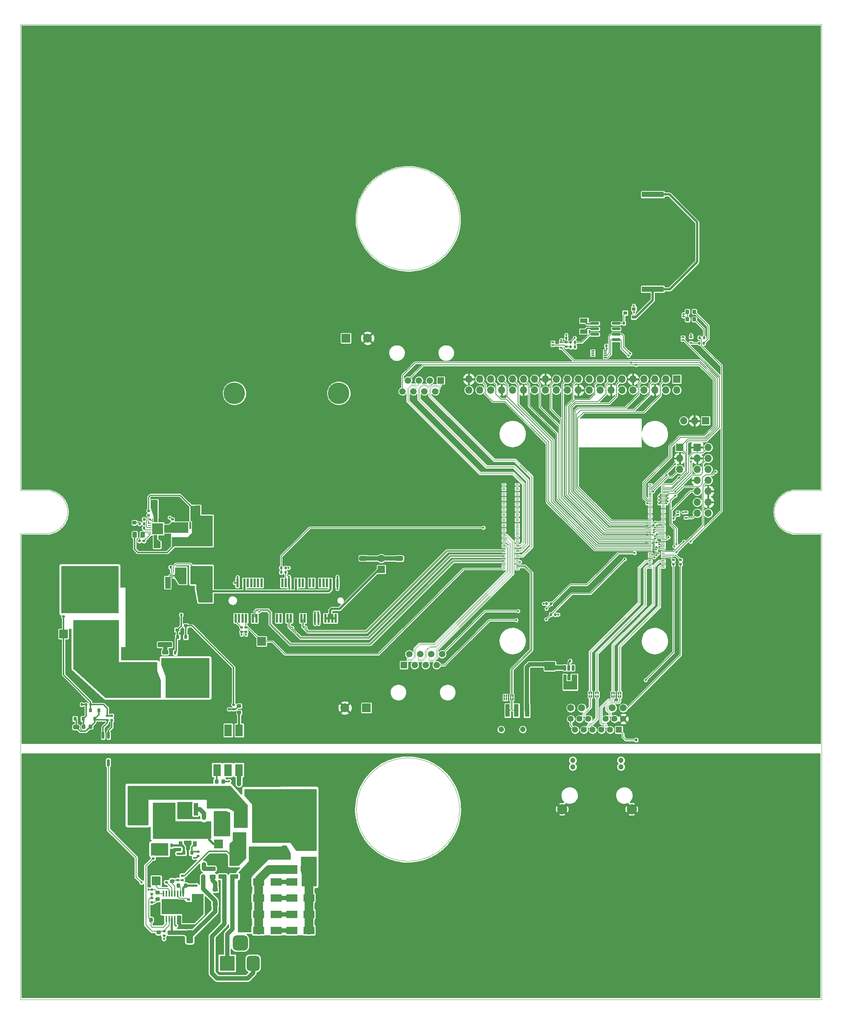
<source format=gbr>
G04 #@! TF.GenerationSoftware,KiCad,Pcbnew,5.99.0-unknown-04347bb33~104~ubuntu20.04.1*
G04 #@! TF.CreationDate,2020-11-13T18:14:38-06:00*
G04 #@! TF.ProjectId,AP3000,41503330-3030-42e6-9b69-6361645f7063,rev?*
G04 #@! TF.SameCoordinates,Original*
G04 #@! TF.FileFunction,Copper,L1,Top*
G04 #@! TF.FilePolarity,Positive*
%FSLAX46Y46*%
G04 Gerber Fmt 4.6, Leading zero omitted, Abs format (unit mm)*
G04 Created by KiCad (PCBNEW 5.99.0-unknown-04347bb33~104~ubuntu20.04.1) date 2020-11-13 18:14:38*
%MOMM*%
%LPD*%
G01*
G04 APERTURE LIST*
G04 Aperture macros list*
%AMRoundRect*
0 Rectangle with rounded corners*
0 $1 Rounding radius*
0 $2 $3 $4 $5 $6 $7 $8 $9 X,Y pos of 4 corners*
0 Add a 4 corners polygon primitive as box body*
4,1,4,$2,$3,$4,$5,$6,$7,$8,$9,$2,$3,0*
0 Add four circle primitives for the rounded corners*
1,1,$1+$1,$2,$3,0*
1,1,$1+$1,$4,$5,0*
1,1,$1+$1,$6,$7,0*
1,1,$1+$1,$8,$9,0*
0 Add four rect primitives between the rounded corners*
20,1,$1+$1,$2,$3,$4,$5,0*
20,1,$1+$1,$4,$5,$6,$7,0*
20,1,$1+$1,$6,$7,$8,$9,0*
20,1,$1+$1,$8,$9,$2,$3,0*%
G04 Aperture macros list end*
G04 #@! TA.AperFunction,Profile*
%ADD10C,0.100000*%
G04 #@! TD*
G04 #@! TA.AperFunction,SMDPad,CuDef*
%ADD11C,0.204000*%
G04 #@! TD*
G04 #@! TA.AperFunction,ComponentPad*
%ADD12C,2.362500*%
G04 #@! TD*
G04 #@! TA.AperFunction,ComponentPad*
%ADD13C,1.650000*%
G04 #@! TD*
G04 #@! TA.AperFunction,ComponentPad*
%ADD14C,1.200000*%
G04 #@! TD*
G04 #@! TA.AperFunction,ComponentPad*
%ADD15C,1.398000*%
G04 #@! TD*
G04 #@! TA.AperFunction,ComponentPad*
%ADD16R,1.398000X1.398000*%
G04 #@! TD*
G04 #@! TA.AperFunction,SMDPad,CuDef*
%ADD17R,3.550000X2.460000*%
G04 #@! TD*
G04 #@! TA.AperFunction,SMDPad,CuDef*
%ADD18R,0.450000X1.475000*%
G04 #@! TD*
G04 #@! TA.AperFunction,ConnectorPad*
%ADD19C,5.000000*%
G04 #@! TD*
G04 #@! TA.AperFunction,ComponentPad*
%ADD20C,2.900000*%
G04 #@! TD*
G04 #@! TA.AperFunction,ComponentPad*
%ADD21R,3.500000X3.500000*%
G04 #@! TD*
G04 #@! TA.AperFunction,ComponentPad*
%ADD22RoundRect,0.750000X0.750000X1.000000X-0.750000X1.000000X-0.750000X-1.000000X0.750000X-1.000000X0*%
G04 #@! TD*
G04 #@! TA.AperFunction,ComponentPad*
%ADD23RoundRect,0.875000X0.875000X0.875000X-0.875000X0.875000X-0.875000X-0.875000X0.875000X-0.875000X0*%
G04 #@! TD*
G04 #@! TA.AperFunction,ComponentPad*
%ADD24R,1.700000X1.700000*%
G04 #@! TD*
G04 #@! TA.AperFunction,ComponentPad*
%ADD25O,1.700000X1.700000*%
G04 #@! TD*
G04 #@! TA.AperFunction,WasherPad*
%ADD26C,1.300000*%
G04 #@! TD*
G04 #@! TA.AperFunction,SMDPad,CuDef*
%ADD27R,1.100000X3.000000*%
G04 #@! TD*
G04 #@! TA.AperFunction,SMDPad,CuDef*
%ADD28R,3.000000X7.000000*%
G04 #@! TD*
G04 #@! TA.AperFunction,WasherPad*
%ADD29C,5.000000*%
G04 #@! TD*
G04 #@! TA.AperFunction,SMDPad,CuDef*
%ADD30R,0.600000X2.000000*%
G04 #@! TD*
G04 #@! TA.AperFunction,SMDPad,CuDef*
%ADD31R,2.300000X3.200000*%
G04 #@! TD*
G04 #@! TA.AperFunction,SMDPad,CuDef*
%ADD32RoundRect,0.135000X0.185000X-0.135000X0.185000X0.135000X-0.185000X0.135000X-0.185000X-0.135000X0*%
G04 #@! TD*
G04 #@! TA.AperFunction,SMDPad,CuDef*
%ADD33RoundRect,0.225000X-0.225000X-0.250000X0.225000X-0.250000X0.225000X0.250000X-0.225000X0.250000X0*%
G04 #@! TD*
G04 #@! TA.AperFunction,SMDPad,CuDef*
%ADD34RoundRect,0.135000X-0.135000X-0.185000X0.135000X-0.185000X0.135000X0.185000X-0.135000X0.185000X0*%
G04 #@! TD*
G04 #@! TA.AperFunction,SMDPad,CuDef*
%ADD35RoundRect,0.135000X0.135000X0.185000X-0.135000X0.185000X-0.135000X-0.185000X0.135000X-0.185000X0*%
G04 #@! TD*
G04 #@! TA.AperFunction,ComponentPad*
%ADD36R,2.032000X2.032000*%
G04 #@! TD*
G04 #@! TA.AperFunction,ComponentPad*
%ADD37C,2.032000*%
G04 #@! TD*
G04 #@! TA.AperFunction,ConnectorPad*
%ADD38C,7.400000*%
G04 #@! TD*
G04 #@! TA.AperFunction,ComponentPad*
%ADD39C,4.800000*%
G04 #@! TD*
G04 #@! TA.AperFunction,SMDPad,CuDef*
%ADD40R,2.000000X2.000000*%
G04 #@! TD*
G04 #@! TA.AperFunction,SMDPad,CuDef*
%ADD41RoundRect,0.250000X-1.025000X0.787500X-1.025000X-0.787500X1.025000X-0.787500X1.025000X0.787500X0*%
G04 #@! TD*
G04 #@! TA.AperFunction,SMDPad,CuDef*
%ADD42RoundRect,0.140000X0.140000X0.170000X-0.140000X0.170000X-0.140000X-0.170000X0.140000X-0.170000X0*%
G04 #@! TD*
G04 #@! TA.AperFunction,SMDPad,CuDef*
%ADD43R,2.500000X1.800000*%
G04 #@! TD*
G04 #@! TA.AperFunction,SMDPad,CuDef*
%ADD44RoundRect,0.250000X-1.425000X0.362500X-1.425000X-0.362500X1.425000X-0.362500X1.425000X0.362500X0*%
G04 #@! TD*
G04 #@! TA.AperFunction,SMDPad,CuDef*
%ADD45RoundRect,0.250000X0.650000X-0.325000X0.650000X0.325000X-0.650000X0.325000X-0.650000X-0.325000X0*%
G04 #@! TD*
G04 #@! TA.AperFunction,SMDPad,CuDef*
%ADD46RoundRect,0.225000X0.250000X-0.225000X0.250000X0.225000X-0.250000X0.225000X-0.250000X-0.225000X0*%
G04 #@! TD*
G04 #@! TA.AperFunction,SMDPad,CuDef*
%ADD47RoundRect,0.135000X-0.185000X0.135000X-0.185000X-0.135000X0.185000X-0.135000X0.185000X0.135000X0*%
G04 #@! TD*
G04 #@! TA.AperFunction,SMDPad,CuDef*
%ADD48R,3.400000X0.980000*%
G04 #@! TD*
G04 #@! TA.AperFunction,SMDPad,CuDef*
%ADD49RoundRect,0.150000X-0.150000X0.662500X-0.150000X-0.662500X0.150000X-0.662500X0.150000X0.662500X0*%
G04 #@! TD*
G04 #@! TA.AperFunction,SMDPad,CuDef*
%ADD50R,0.900000X0.800000*%
G04 #@! TD*
G04 #@! TA.AperFunction,SMDPad,CuDef*
%ADD51R,0.270000X0.860000*%
G04 #@! TD*
G04 #@! TA.AperFunction,SMDPad,CuDef*
%ADD52R,0.860000X0.270000*%
G04 #@! TD*
G04 #@! TA.AperFunction,SMDPad,CuDef*
%ADD53R,2.600000X2.600000*%
G04 #@! TD*
G04 #@! TA.AperFunction,SMDPad,CuDef*
%ADD54RoundRect,0.250000X-0.250000X-0.475000X0.250000X-0.475000X0.250000X0.475000X-0.250000X0.475000X0*%
G04 #@! TD*
G04 #@! TA.AperFunction,SMDPad,CuDef*
%ADD55R,0.900000X1.200000*%
G04 #@! TD*
G04 #@! TA.AperFunction,SMDPad,CuDef*
%ADD56RoundRect,0.250000X0.450000X-0.262500X0.450000X0.262500X-0.450000X0.262500X-0.450000X-0.262500X0*%
G04 #@! TD*
G04 #@! TA.AperFunction,SMDPad,CuDef*
%ADD57RoundRect,0.250000X-0.475000X0.250000X-0.475000X-0.250000X0.475000X-0.250000X0.475000X0.250000X0*%
G04 #@! TD*
G04 #@! TA.AperFunction,SMDPad,CuDef*
%ADD58R,0.800000X0.900000*%
G04 #@! TD*
G04 #@! TA.AperFunction,SMDPad,CuDef*
%ADD59RoundRect,0.250000X-0.650000X0.325000X-0.650000X-0.325000X0.650000X-0.325000X0.650000X0.325000X0*%
G04 #@! TD*
G04 #@! TA.AperFunction,SMDPad,CuDef*
%ADD60RoundRect,0.225000X0.225000X0.250000X-0.225000X0.250000X-0.225000X-0.250000X0.225000X-0.250000X0*%
G04 #@! TD*
G04 #@! TA.AperFunction,SMDPad,CuDef*
%ADD61R,0.500000X0.925000*%
G04 #@! TD*
G04 #@! TA.AperFunction,SMDPad,CuDef*
%ADD62R,0.610000X0.917200*%
G04 #@! TD*
G04 #@! TA.AperFunction,SMDPad,CuDef*
%ADD63RoundRect,0.250000X0.700000X-0.275000X0.700000X0.275000X-0.700000X0.275000X-0.700000X-0.275000X0*%
G04 #@! TD*
G04 #@! TA.AperFunction,ComponentPad*
%ADD64R,1.500000X1.500000*%
G04 #@! TD*
G04 #@! TA.AperFunction,ComponentPad*
%ADD65C,1.500000*%
G04 #@! TD*
G04 #@! TA.AperFunction,SMDPad,CuDef*
%ADD66R,0.300000X0.550000*%
G04 #@! TD*
G04 #@! TA.AperFunction,SMDPad,CuDef*
%ADD67R,0.400000X0.550000*%
G04 #@! TD*
G04 #@! TA.AperFunction,SMDPad,CuDef*
%ADD68R,1.800000X2.500000*%
G04 #@! TD*
G04 #@! TA.AperFunction,SMDPad,CuDef*
%ADD69R,1.800000X1.000000*%
G04 #@! TD*
G04 #@! TA.AperFunction,SMDPad,CuDef*
%ADD70RoundRect,0.225000X-0.250000X0.225000X-0.250000X-0.225000X0.250000X-0.225000X0.250000X0.225000X0*%
G04 #@! TD*
G04 #@! TA.AperFunction,SMDPad,CuDef*
%ADD71RoundRect,0.250000X-0.262500X-0.450000X0.262500X-0.450000X0.262500X0.450000X-0.262500X0.450000X0*%
G04 #@! TD*
G04 #@! TA.AperFunction,SMDPad,CuDef*
%ADD72RoundRect,0.250000X-1.500000X-0.550000X1.500000X-0.550000X1.500000X0.550000X-1.500000X0.550000X0*%
G04 #@! TD*
G04 #@! TA.AperFunction,SMDPad,CuDef*
%ADD73RoundRect,0.140000X-0.170000X0.140000X-0.170000X-0.140000X0.170000X-0.140000X0.170000X0.140000X0*%
G04 #@! TD*
G04 #@! TA.AperFunction,SMDPad,CuDef*
%ADD74R,2.500000X2.300000*%
G04 #@! TD*
G04 #@! TA.AperFunction,SMDPad,CuDef*
%ADD75RoundRect,0.140000X0.170000X-0.140000X0.170000X0.140000X-0.170000X0.140000X-0.170000X-0.140000X0*%
G04 #@! TD*
G04 #@! TA.AperFunction,SMDPad,CuDef*
%ADD76R,4.700000X1.200000*%
G04 #@! TD*
G04 #@! TA.AperFunction,SMDPad,CuDef*
%ADD77RoundRect,0.250000X1.000000X-1.950000X1.000000X1.950000X-1.000000X1.950000X-1.000000X-1.950000X0*%
G04 #@! TD*
G04 #@! TA.AperFunction,SMDPad,CuDef*
%ADD78RoundRect,0.140000X-0.140000X-0.170000X0.140000X-0.170000X0.140000X0.170000X-0.140000X0.170000X0*%
G04 #@! TD*
G04 #@! TA.AperFunction,SMDPad,CuDef*
%ADD79RoundRect,0.250000X0.250000X0.475000X-0.250000X0.475000X-0.250000X-0.475000X0.250000X-0.475000X0*%
G04 #@! TD*
G04 #@! TA.AperFunction,SMDPad,CuDef*
%ADD80RoundRect,0.249999X1.450001X-0.450001X1.450001X0.450001X-1.450001X0.450001X-1.450001X-0.450001X0*%
G04 #@! TD*
G04 #@! TA.AperFunction,SMDPad,CuDef*
%ADD81R,0.750000X0.300000*%
G04 #@! TD*
G04 #@! TA.AperFunction,SMDPad,CuDef*
%ADD82R,1.300000X1.500000*%
G04 #@! TD*
G04 #@! TA.AperFunction,SMDPad,CuDef*
%ADD83RoundRect,0.150000X0.150000X-0.512500X0.150000X0.512500X-0.150000X0.512500X-0.150000X-0.512500X0*%
G04 #@! TD*
G04 #@! TA.AperFunction,SMDPad,CuDef*
%ADD84RoundRect,0.250000X-0.450000X0.262500X-0.450000X-0.262500X0.450000X-0.262500X0.450000X0.262500X0*%
G04 #@! TD*
G04 #@! TA.AperFunction,SMDPad,CuDef*
%ADD85R,0.700000X0.200000*%
G04 #@! TD*
G04 #@! TA.AperFunction,SMDPad,CuDef*
%ADD86R,0.980000X3.400000*%
G04 #@! TD*
G04 #@! TA.AperFunction,SMDPad,CuDef*
%ADD87R,0.620000X0.940000*%
G04 #@! TD*
G04 #@! TA.AperFunction,SMDPad,CuDef*
%ADD88RoundRect,0.250000X0.475000X-0.250000X0.475000X0.250000X-0.475000X0.250000X-0.475000X-0.250000X0*%
G04 #@! TD*
G04 #@! TA.AperFunction,SMDPad,CuDef*
%ADD89R,1.800000X2.800000*%
G04 #@! TD*
G04 #@! TA.AperFunction,SMDPad,CuDef*
%ADD90RoundRect,0.250000X-0.550000X1.250000X-0.550000X-1.250000X0.550000X-1.250000X0.550000X1.250000X0*%
G04 #@! TD*
G04 #@! TA.AperFunction,SMDPad,CuDef*
%ADD91R,1.200000X0.900000*%
G04 #@! TD*
G04 #@! TA.AperFunction,SMDPad,CuDef*
%ADD92RoundRect,0.200000X0.200000X0.275000X-0.200000X0.275000X-0.200000X-0.275000X0.200000X-0.275000X0*%
G04 #@! TD*
G04 #@! TA.AperFunction,SMDPad,CuDef*
%ADD93R,0.650000X0.400000*%
G04 #@! TD*
G04 #@! TA.AperFunction,SMDPad,CuDef*
%ADD94R,1.000000X2.950000*%
G04 #@! TD*
G04 #@! TA.AperFunction,SMDPad,CuDef*
%ADD95R,5.080000X1.270000*%
G04 #@! TD*
G04 #@! TA.AperFunction,SMDPad,CuDef*
%ADD96C,17.800000*%
G04 #@! TD*
G04 #@! TA.AperFunction,SMDPad,CuDef*
%ADD97RoundRect,0.150000X-0.825000X-0.150000X0.825000X-0.150000X0.825000X0.150000X-0.825000X0.150000X0*%
G04 #@! TD*
G04 #@! TA.AperFunction,SMDPad,CuDef*
%ADD98RoundRect,0.218750X0.218750X0.256250X-0.218750X0.256250X-0.218750X-0.256250X0.218750X-0.256250X0*%
G04 #@! TD*
G04 #@! TA.AperFunction,ViaPad*
%ADD99C,0.500000*%
G04 #@! TD*
G04 #@! TA.AperFunction,Conductor*
%ADD100C,0.203200*%
G04 #@! TD*
G04 #@! TA.AperFunction,Conductor*
%ADD101C,0.508000*%
G04 #@! TD*
G04 #@! TA.AperFunction,Conductor*
%ADD102C,0.304800*%
G04 #@! TD*
G04 #@! TA.AperFunction,Conductor*
%ADD103C,1.016000*%
G04 #@! TD*
G04 #@! TA.AperFunction,Conductor*
%ADD104C,0.152400*%
G04 #@! TD*
G04 #@! TA.AperFunction,Conductor*
%ADD105C,2.032000*%
G04 #@! TD*
G04 #@! TA.AperFunction,Conductor*
%ADD106C,0.101600*%
G04 #@! TD*
G04 #@! TA.AperFunction,Conductor*
%ADD107C,0.127000*%
G04 #@! TD*
G04 #@! TA.AperFunction,Conductor*
%ADD108C,0.131318*%
G04 #@! TD*
G04 #@! TA.AperFunction,Conductor*
%ADD109C,0.254000*%
G04 #@! TD*
G04 APERTURE END LIST*
D10*
X186000000Y0D02*
X186000000Y-108000000D01*
X6000000Y-118000000D02*
X0Y-118000000D01*
X180000000Y-108000000D02*
X186000000Y-108000000D01*
X186000000Y-118000000D02*
X186000000Y-226000000D01*
X0Y-226000000D02*
X0Y-118000000D01*
X102000000Y-45000000D02*
G75*
G03*
X102000000Y-45000000I-12000000J0D01*
G01*
X102000000Y-181992000D02*
G75*
G03*
X102000000Y-181992000I-12000000J0D01*
G01*
X6000000Y-108000000D02*
X0Y-108000000D01*
X0Y0D02*
X186000000Y0D01*
X180000000Y-118000000D02*
X186000000Y-118000000D01*
X0Y-108000000D02*
X0Y0D01*
X0Y-226000000D02*
X186000000Y-226000000D01*
X6000000Y-108000000D02*
G75*
G02*
X6000000Y-118000000I0J-5000000D01*
G01*
X180000000Y-118000000D02*
G75*
G02*
X180000000Y-108000000I0J5000000D01*
G01*
D11*
X35405000Y-128460000D03*
X35055000Y-128460000D03*
X34705000Y-128460000D03*
X35405000Y-128110000D03*
X35055000Y-128110000D03*
X34705000Y-128110000D03*
X35405000Y-127760000D03*
X35055000Y-127760000D03*
X34705000Y-127760000D03*
X35405000Y-127410000D03*
X35055000Y-127410000D03*
X34705000Y-127410000D03*
X35405000Y-127060000D03*
X35055000Y-127060000D03*
X34705000Y-127060000D03*
D12*
X125785000Y-181915000D03*
X141915000Y-181915000D03*
D13*
X127754000Y-158420000D03*
X130294000Y-158420000D03*
X137406000Y-158420000D03*
X139946000Y-158420000D03*
D14*
X128262000Y-172100000D03*
X139438000Y-172100000D03*
X128262000Y-170610000D03*
X139438000Y-170610000D03*
D15*
X127754000Y-160960000D03*
X129786000Y-160960000D03*
X131818000Y-160960000D03*
X135882000Y-160960000D03*
X137914000Y-160960000D03*
X139946000Y-160960000D03*
X128770000Y-163500000D03*
X130802000Y-163500000D03*
X132834000Y-163500000D03*
X134866000Y-163500000D03*
X136898000Y-163500000D03*
D16*
X138930000Y-163500000D03*
D17*
X35540000Y-204410000D03*
D18*
X37815000Y-207348000D03*
X37165000Y-207348000D03*
X36515000Y-207348000D03*
X35865000Y-207348000D03*
X35215000Y-207348000D03*
X34565000Y-207348000D03*
X33915000Y-207348000D03*
X33265000Y-207348000D03*
X33265000Y-201472000D03*
X33915000Y-201472000D03*
X34565000Y-201472000D03*
X35215000Y-201472000D03*
X35865000Y-201472000D03*
X36515000Y-201472000D03*
X37165000Y-201472000D03*
X37815000Y-201472000D03*
D19*
X174000000Y-18000000D03*
D20*
X174000000Y-18000000D03*
D21*
X48050000Y-217625000D03*
D22*
X54050000Y-217625000D03*
D23*
X51050000Y-212925000D03*
D24*
X159020000Y-91850000D03*
D25*
X156480000Y-91850000D03*
X153940000Y-91850000D03*
D26*
X116599799Y-163403800D03*
X111599799Y-163403800D03*
D27*
X117599799Y-159003800D03*
X115099799Y-159003800D03*
X113099799Y-159003800D03*
X110599799Y-159003800D03*
D28*
X121599799Y-161703800D03*
X106599799Y-161703800D03*
D29*
X73890000Y-85460000D03*
X49690000Y-85460000D03*
D30*
X49990000Y-137610000D03*
X50390000Y-129410000D03*
X50790000Y-137610000D03*
X51190000Y-129410000D03*
X51590000Y-137610000D03*
X51990000Y-129410000D03*
X52390000Y-137610000D03*
X52790000Y-129410000D03*
X53190000Y-137610000D03*
X53590000Y-129410000D03*
X53990000Y-137610000D03*
X54390000Y-129410000D03*
X54790000Y-137610000D03*
X55190000Y-129410000D03*
X55590000Y-137610000D03*
X55990000Y-129410000D03*
X59590000Y-137610000D03*
X59990000Y-129410000D03*
X60390000Y-137610000D03*
X60790000Y-129410000D03*
X61190000Y-137610000D03*
X61590000Y-129410000D03*
X61990000Y-137610000D03*
X62390000Y-129410000D03*
X62790000Y-137610000D03*
X63190000Y-129410000D03*
X63590000Y-137610000D03*
X63990000Y-129410000D03*
X64390000Y-137610000D03*
X64790000Y-129410000D03*
X65190000Y-137610000D03*
X65590000Y-129410000D03*
X65990000Y-137610000D03*
X66390000Y-129410000D03*
X66790000Y-137610000D03*
X67190000Y-129410000D03*
X67590000Y-137610000D03*
X67990000Y-129410000D03*
X68390000Y-137610000D03*
X68790000Y-129410000D03*
X69190000Y-137610000D03*
X69590000Y-129410000D03*
X69990000Y-137610000D03*
X70390000Y-129410000D03*
X70790000Y-137610000D03*
X71190000Y-129410000D03*
X71590000Y-137610000D03*
X71990000Y-129410000D03*
X72390000Y-137610000D03*
X72790000Y-129410000D03*
X73190000Y-137610000D03*
X73590000Y-129410000D03*
D31*
X76440000Y-137010000D03*
X47140000Y-137010000D03*
D32*
X36540001Y-198335000D03*
X36540001Y-197315000D03*
D33*
X32085000Y-120290001D03*
X33635000Y-120290001D03*
D34*
X15270000Y-157630000D03*
X16290000Y-157630000D03*
D32*
X29765000Y-113735000D03*
X29765000Y-112715000D03*
D33*
X30315000Y-207610000D03*
X31865000Y-207610000D03*
D35*
X128730000Y-73670000D03*
X127710000Y-73670000D03*
D36*
X75590000Y-72710000D03*
D37*
X80588720Y-72710000D03*
D38*
X18500000Y-192500000D03*
D39*
X18500000Y-192500000D03*
D40*
X41154000Y-202890000D03*
D41*
X122870000Y-148717500D03*
X122870000Y-154942500D03*
D32*
X36582000Y-193240000D03*
X36582000Y-192220000D03*
X33365000Y-211230000D03*
X33365000Y-210210000D03*
D42*
X41180000Y-130560000D03*
X40220000Y-130560000D03*
D43*
X55120000Y-188240000D03*
X51120000Y-188240000D03*
D20*
X170000000Y-113000000D03*
D19*
X170000000Y-113000000D03*
D44*
X33534000Y-137810001D03*
X33534000Y-143735001D03*
D45*
X25660000Y-148555000D03*
X25660000Y-145605000D03*
D46*
X50789999Y-159510001D03*
X50789999Y-157960001D03*
D47*
X27605000Y-119715000D03*
X27605000Y-120735000D03*
D34*
X13242000Y-157630000D03*
X14262000Y-157630000D03*
D48*
X37105000Y-117215000D03*
X37105000Y-119585000D03*
D49*
X20453000Y-164772500D03*
X19183000Y-164772500D03*
X19183000Y-171147500D03*
X20453000Y-171147500D03*
D50*
X142380000Y-67800000D03*
X142380000Y-65900000D03*
X140380000Y-66850000D03*
D32*
X30840000Y-193320000D03*
X30840000Y-192300000D03*
D51*
X30655000Y-118805000D03*
X31155000Y-118805000D03*
X31655000Y-118805000D03*
X32155000Y-118805000D03*
X32655000Y-118805000D03*
X33155000Y-118805000D03*
D52*
X33840000Y-118120000D03*
X33840000Y-117620000D03*
X33840000Y-117120000D03*
X33840000Y-116620000D03*
X33840000Y-116120000D03*
X33840000Y-115620000D03*
D51*
X33155000Y-114935000D03*
X32655000Y-114935000D03*
X32155000Y-114935000D03*
X31655000Y-114935000D03*
X31155000Y-114935000D03*
X30655000Y-114935000D03*
D52*
X29970000Y-115620000D03*
X29970000Y-116120000D03*
X29970000Y-116620000D03*
X29970000Y-117120000D03*
X29970000Y-117620000D03*
X29970000Y-118120000D03*
D53*
X31905000Y-116870000D03*
D43*
X59350000Y-210010000D03*
X55350000Y-210010000D03*
D35*
X28727500Y-115700000D03*
X27707500Y-115700000D03*
D54*
X117540000Y-154091112D03*
X119440000Y-154091112D03*
D55*
X37190000Y-189960000D03*
X40490000Y-189960000D03*
D40*
X42678000Y-150312000D03*
D50*
X36415000Y-138410000D03*
X36415000Y-140310000D03*
X38415000Y-139360000D03*
D43*
X59350000Y-198740000D03*
X55350000Y-198740000D03*
D24*
X83765000Y-126280000D03*
D25*
X83765000Y-123740000D03*
D46*
X35240001Y-198585000D03*
X35240001Y-197035000D03*
D56*
X44640000Y-197547500D03*
X44640000Y-195722500D03*
D40*
X31565000Y-198535000D03*
D42*
X28717500Y-116745000D03*
X27757500Y-116745000D03*
D57*
X127069799Y-153643799D03*
X127069799Y-155543799D03*
D58*
X18228000Y-158948000D03*
X16328000Y-158948000D03*
X17278000Y-160948000D03*
D43*
X59350000Y-202490000D03*
X55350000Y-202490000D03*
D32*
X41240000Y-192780000D03*
X41240000Y-191760000D03*
D47*
X52390000Y-139735000D03*
X52390000Y-140755000D03*
D19*
X93000000Y-221000000D03*
D20*
X93000000Y-221000000D03*
D59*
X40630000Y-119660000D03*
X40630000Y-122610000D03*
D35*
X158670000Y-72610000D03*
X157650000Y-72610000D03*
D60*
X49065000Y-192785000D03*
X47515000Y-192785000D03*
D58*
X12706000Y-160964000D03*
X14606000Y-160964000D03*
X13656000Y-158964000D03*
D61*
X31315001Y-190325000D03*
X32585001Y-190325000D03*
X33855001Y-190325000D03*
X35125001Y-190325000D03*
G04 #@! TA.AperFunction,SMDPad,CuDef*
G36*
X31031465Y-184121464D02*
G01*
X31035001Y-184120000D01*
X31635001Y-184120000D01*
X31638537Y-184121464D01*
X31640001Y-184125000D01*
X31640001Y-184920000D01*
X32300001Y-184920000D01*
X32300001Y-184125000D01*
X32301465Y-184121464D01*
X32305001Y-184120000D01*
X32905001Y-184120000D01*
X32908537Y-184121464D01*
X32910001Y-184125000D01*
X32910001Y-184920000D01*
X33570001Y-184920000D01*
X33570002Y-184125000D01*
X33571466Y-184121464D01*
X33575002Y-184120000D01*
X34175002Y-184120000D01*
X34178538Y-184121464D01*
X34180002Y-184125000D01*
X34180002Y-184920000D01*
X34840002Y-184920000D01*
X34840002Y-184110000D01*
X35449801Y-184110000D01*
X35449801Y-184124517D01*
X35450001Y-184125000D01*
X35450000Y-188580000D01*
X35449800Y-188580483D01*
X35449800Y-188590000D01*
X34840001Y-188590000D01*
X34840001Y-188585000D01*
X31035003Y-188584998D01*
X31035001Y-188584999D01*
X31031465Y-188583535D01*
X31030001Y-188579999D01*
X31030001Y-184125000D01*
X31031465Y-184121464D01*
G37*
G04 #@! TD.AperFunction*
D62*
X33875201Y-184577200D03*
X32605201Y-184577200D03*
X31335201Y-184577200D03*
D57*
X34940000Y-210510000D03*
X34940000Y-212410000D03*
D63*
X66950000Y-193720000D03*
X66950000Y-190570000D03*
D64*
X89000000Y-148480000D03*
D65*
X90270000Y-145940000D03*
X91540000Y-148480000D03*
X92810000Y-145940000D03*
X94080000Y-148480000D03*
X95350000Y-145940000D03*
X96620000Y-148480000D03*
X97890000Y-145940000D03*
D66*
X139310000Y-154955000D03*
X138810000Y-154955000D03*
D67*
X138310000Y-154955000D03*
D66*
X137810000Y-154955000D03*
X137310000Y-154955000D03*
X137310000Y-155725000D03*
X137810000Y-155725000D03*
D67*
X138310000Y-155725000D03*
D66*
X138810000Y-155725000D03*
X139310000Y-155725000D03*
D32*
X126722499Y-74674998D03*
X126722499Y-73654998D03*
D20*
X16000000Y-113000000D03*
D19*
X16000000Y-113000000D03*
D68*
X58590000Y-187980000D03*
X58590000Y-191980000D03*
D54*
X117540000Y-149953334D03*
X119440000Y-149953334D03*
D32*
X30540000Y-203515000D03*
X30540000Y-202495000D03*
D69*
X130790001Y-71134999D03*
X130790001Y-68634999D03*
D35*
X61555000Y-127010000D03*
X60535000Y-127010000D03*
D70*
X45540000Y-181185000D03*
X45540000Y-182735000D03*
D43*
X66989200Y-198740000D03*
X62989200Y-198740000D03*
D71*
X26555000Y-118245000D03*
X28380000Y-118245000D03*
D72*
X20928000Y-140914000D03*
X26328000Y-140914000D03*
D40*
X14730000Y-130670000D03*
D34*
X60540000Y-125960000D03*
X61560000Y-125960000D03*
D73*
X35305000Y-114685000D03*
X35305000Y-115645000D03*
D32*
X33940000Y-198880000D03*
X33940000Y-197860000D03*
D74*
X46740000Y-186160000D03*
X42440000Y-186160000D03*
D75*
X41830000Y-125770000D03*
X41830000Y-124810000D03*
D76*
X15754000Y-138973999D03*
X15754000Y-135663999D03*
D35*
X124166000Y-136780000D03*
X123146000Y-136780000D03*
D33*
X34180000Y-130085000D03*
X35730000Y-130085000D03*
D54*
X117540000Y-156168334D03*
X119440000Y-156160000D03*
D77*
X58240000Y-180460000D03*
X58240000Y-173060000D03*
D78*
X127740000Y-74750000D03*
X128700000Y-74750000D03*
D47*
X37590001Y-197325000D03*
X37590001Y-198345000D03*
D75*
X42930000Y-114070000D03*
X42930000Y-113110000D03*
D32*
X153240000Y-125130000D03*
X153240000Y-124110000D03*
D79*
X65609999Y-195750000D03*
X63709999Y-195750000D03*
D63*
X61640000Y-195860000D03*
X61640000Y-192710000D03*
D70*
X32090000Y-210460000D03*
X32090000Y-212010000D03*
D80*
X16008000Y-170010000D03*
X16008000Y-165910000D03*
D81*
X132860000Y-75650000D03*
X132860000Y-76150000D03*
X132860000Y-76650000D03*
X132860000Y-77150000D03*
X135760000Y-77150000D03*
X135760000Y-76650000D03*
X135760000Y-76150000D03*
X135760000Y-75650000D03*
D82*
X134310000Y-76400000D03*
D34*
X122120000Y-134248000D03*
X123140000Y-134248000D03*
D46*
X26475000Y-115469999D03*
X26475000Y-113919999D03*
D40*
X40430000Y-108260000D03*
D45*
X87940000Y-123765000D03*
X87940000Y-120815000D03*
D47*
X30540000Y-200525000D03*
X30540000Y-201545000D03*
D70*
X61220000Y-189230000D03*
X61220000Y-190780000D03*
D78*
X140080000Y-69240000D03*
X141040000Y-69240000D03*
D32*
X9990000Y-137210000D03*
X9990000Y-136190000D03*
D24*
X152350000Y-82190000D03*
D25*
X152350000Y-84730000D03*
X149810000Y-82190000D03*
X149810000Y-84730000D03*
X147270000Y-82190000D03*
X147270000Y-84730000D03*
X144730000Y-82190000D03*
X144730000Y-84730000D03*
X142190000Y-82190000D03*
X142190000Y-84730000D03*
X139650000Y-82190000D03*
X139650000Y-84730000D03*
X137110000Y-82190000D03*
X137110000Y-84730000D03*
X134570000Y-82190000D03*
X134570000Y-84730000D03*
X132030000Y-82190000D03*
X132030000Y-84730000D03*
X129490000Y-82190000D03*
X129490000Y-84730000D03*
X126950000Y-82190000D03*
X126950000Y-84730000D03*
X124410000Y-82190000D03*
X124410000Y-84730000D03*
X121870000Y-82190000D03*
X121870000Y-84730000D03*
X119330000Y-82190000D03*
X119330000Y-84730000D03*
X116790000Y-82190000D03*
X116790000Y-84730000D03*
X114250000Y-82190000D03*
X114250000Y-84730000D03*
X111710000Y-82190000D03*
X111710000Y-84730000D03*
X109170000Y-82190000D03*
X109170000Y-84730000D03*
X106630000Y-82190000D03*
X106630000Y-84730000D03*
X104090000Y-82190000D03*
X104090000Y-84730000D03*
D60*
X16275000Y-162758000D03*
X14725000Y-162758000D03*
D40*
X10015000Y-141260000D03*
D75*
X43905000Y-114070000D03*
X43905000Y-113110000D03*
D79*
X49250000Y-200850000D03*
X47350000Y-200850000D03*
D45*
X30740000Y-148555000D03*
X30740000Y-145605000D03*
D47*
X51340000Y-139730000D03*
X51340000Y-140750000D03*
D43*
X66989200Y-206279999D03*
X62989200Y-206279999D03*
D47*
X48490000Y-157710000D03*
X48490000Y-158730000D03*
G04 #@! TA.AperFunction,SMDPad,CuDef*
G36*
X54005001Y-185234999D02*
G01*
X54585001Y-184640000D01*
X54585002Y-183490000D01*
X54005002Y-182895000D01*
X54005002Y-182120000D01*
X54895002Y-182120000D01*
X55455001Y-182670000D01*
X55455000Y-185460000D01*
X54895001Y-186010000D01*
X54005001Y-186009999D01*
X54005001Y-185234999D01*
G37*
G04 #@! TD.AperFunction*
G04 #@! TA.AperFunction,SMDPad,CuDef*
G36*
X51055001Y-185460000D02*
G01*
X51055002Y-182670000D01*
X51615001Y-182120000D01*
X52505001Y-182120001D01*
X52505001Y-182895001D01*
X51925001Y-183490000D01*
X51925000Y-184640000D01*
X52505000Y-185235000D01*
X52505000Y-186010000D01*
X51615000Y-186010000D01*
X51055001Y-185460000D01*
G37*
G04 #@! TD.AperFunction*
D83*
X126374799Y-151391300D03*
X127324799Y-151391300D03*
X128274799Y-151391300D03*
X128274799Y-149116300D03*
X127324799Y-149116300D03*
X126374799Y-149116300D03*
D39*
X18500000Y-33500000D03*
D38*
X18500000Y-33500000D03*
D84*
X47340000Y-181047500D03*
X47340000Y-182872500D03*
D40*
X56010000Y-143000000D03*
D75*
X86140000Y-123540000D03*
X86140000Y-122580000D03*
D20*
X93000000Y-5000000D03*
D19*
X93000000Y-5000000D03*
D60*
X47115000Y-175460000D03*
X45565000Y-175460000D03*
D85*
X149240000Y-126185000D03*
X146160000Y-126185000D03*
X149240000Y-125785000D03*
X146160000Y-125785000D03*
X149240000Y-125385000D03*
X146160000Y-125385000D03*
X149240000Y-124985000D03*
X146160000Y-124985000D03*
X149240000Y-124585000D03*
X146160000Y-124585000D03*
X149240000Y-124185000D03*
X146160000Y-124185000D03*
X149240000Y-123785000D03*
X146160000Y-123785000D03*
X149240000Y-123385000D03*
X146160000Y-123385000D03*
X149240000Y-122985000D03*
X146160000Y-122985000D03*
X149240000Y-122585000D03*
X146160000Y-122585000D03*
X149240000Y-122185000D03*
X146160000Y-122185000D03*
X149240000Y-121785000D03*
X146160000Y-121785000D03*
X149240000Y-121385000D03*
X146160000Y-121385000D03*
X149240000Y-120985000D03*
X146160000Y-120985000D03*
X149240000Y-120585000D03*
X146160000Y-120585000D03*
X149240000Y-120185000D03*
X146160000Y-120185000D03*
X149240000Y-119785000D03*
X146160000Y-119785000D03*
X149240000Y-119385000D03*
X146160000Y-119385000D03*
X149240000Y-118985000D03*
X146160000Y-118985000D03*
X149240000Y-118585000D03*
X146160000Y-118585000D03*
X149240000Y-118185000D03*
X146160000Y-118185000D03*
X149240000Y-117785000D03*
X146160000Y-117785000D03*
X149240000Y-117385000D03*
X146160000Y-117385000D03*
X149240000Y-116985000D03*
X146160000Y-116985000D03*
X149240000Y-116585000D03*
X146160000Y-116585000D03*
X149240000Y-116185000D03*
X146160000Y-116185000D03*
X149240000Y-115785000D03*
X146160000Y-115785000D03*
X149240000Y-115385000D03*
X146160000Y-115385000D03*
X149240000Y-114985000D03*
X146160000Y-114985000D03*
X149240000Y-114585000D03*
X146160000Y-114585000D03*
X149240000Y-114185000D03*
X146160000Y-114185000D03*
X149240000Y-113785000D03*
X146160000Y-113785000D03*
X149240000Y-113385000D03*
X146160000Y-113385000D03*
X149240000Y-112985000D03*
X146160000Y-112985000D03*
X149240000Y-112585000D03*
X146160000Y-112585000D03*
X149240000Y-112185000D03*
X146160000Y-112185000D03*
X149240000Y-111785000D03*
X146160000Y-111785000D03*
X149240000Y-111385000D03*
X146160000Y-111385000D03*
X149240000Y-110985000D03*
X146160000Y-110985000D03*
X149240000Y-110585000D03*
X146160000Y-110585000D03*
X149240000Y-110185000D03*
X146160000Y-110185000D03*
X149240000Y-109785000D03*
X146160000Y-109785000D03*
X149240000Y-109385000D03*
X146160000Y-109385000D03*
X149240000Y-108985000D03*
X146160000Y-108985000D03*
X149240000Y-108585000D03*
X146160000Y-108585000D03*
X149240000Y-108185000D03*
X146160000Y-108185000D03*
X149240000Y-107785000D03*
X146160000Y-107785000D03*
X149240000Y-107385000D03*
X146160000Y-107385000D03*
X149240000Y-106985000D03*
X146160000Y-106985000D03*
X149240000Y-106585000D03*
X146160000Y-106585000D03*
X115320000Y-126185000D03*
X112240000Y-126185000D03*
X115320000Y-125785000D03*
X112240000Y-125785000D03*
X115320000Y-125385000D03*
X112240000Y-125385000D03*
X115320000Y-124985000D03*
X112240000Y-124985000D03*
X115320000Y-124585000D03*
X112240000Y-124585000D03*
X115320000Y-124185000D03*
X112240000Y-124185000D03*
X115320000Y-123785000D03*
X112240000Y-123785000D03*
X115320000Y-123385000D03*
X112240000Y-123385000D03*
X115320000Y-122985000D03*
X112240000Y-122985000D03*
X115320000Y-122585000D03*
X112240000Y-122585000D03*
X115320000Y-122185000D03*
X112240000Y-122185000D03*
X115320000Y-121785000D03*
X112240000Y-121785000D03*
X115320000Y-121385000D03*
X112240000Y-121385000D03*
X115320000Y-120985000D03*
X112240000Y-120985000D03*
X115320000Y-120585000D03*
X112240000Y-120585000D03*
X115320000Y-120185000D03*
X112240000Y-120185000D03*
X115320000Y-119785000D03*
X112240000Y-119785000D03*
X115320000Y-119385000D03*
X112240000Y-119385000D03*
X115320000Y-118985000D03*
X112240000Y-118985000D03*
X115320000Y-118585000D03*
X112240000Y-118585000D03*
X115320000Y-118185000D03*
X112240000Y-118185000D03*
X115320000Y-117785000D03*
X112240000Y-117785000D03*
X115320000Y-117385000D03*
X112240000Y-117385000D03*
X115320000Y-116985000D03*
X112240000Y-116985000D03*
X115320000Y-116585000D03*
X112240000Y-116585000D03*
X115320000Y-116185000D03*
X112240000Y-116185000D03*
X115320000Y-115785000D03*
X112240000Y-115785000D03*
X115320000Y-115385000D03*
X112240000Y-115385000D03*
X115320000Y-114985000D03*
X112240000Y-114985000D03*
X115320000Y-114585000D03*
X112240000Y-114585000D03*
X115320000Y-114185000D03*
X112240000Y-114185000D03*
X115320000Y-113785000D03*
X112240000Y-113785000D03*
X115320000Y-113385000D03*
X112240000Y-113385000D03*
X115320000Y-112985000D03*
X112240000Y-112985000D03*
X115320000Y-112585000D03*
X112240000Y-112585000D03*
X115320000Y-112185000D03*
X112240000Y-112185000D03*
X115320000Y-111785000D03*
X112240000Y-111785000D03*
X115320000Y-111385000D03*
X112240000Y-111385000D03*
X115320000Y-110985000D03*
X112240000Y-110985000D03*
X115320000Y-110585000D03*
X112240000Y-110585000D03*
X115320000Y-110185000D03*
X112240000Y-110185000D03*
X115320000Y-109785000D03*
X112240000Y-109785000D03*
X115320000Y-109385000D03*
X112240000Y-109385000D03*
X115320000Y-108985000D03*
X112240000Y-108985000D03*
X115320000Y-108585000D03*
X112240000Y-108585000D03*
X115320000Y-108185000D03*
X112240000Y-108185000D03*
X115320000Y-107785000D03*
X112240000Y-107785000D03*
X115320000Y-107385000D03*
X112240000Y-107385000D03*
X115320000Y-106985000D03*
X112240000Y-106985000D03*
X115320000Y-106585000D03*
X112240000Y-106585000D03*
D42*
X135980000Y-74480000D03*
X135020000Y-74480000D03*
D86*
X37795000Y-127660000D03*
X40165000Y-127660000D03*
D58*
X38415000Y-141985000D03*
X36515000Y-141985000D03*
X37465000Y-143985000D03*
D20*
X174000000Y-208000000D03*
D19*
X174000000Y-208000000D03*
D78*
X126690000Y-72660000D03*
X127650000Y-72660000D03*
D66*
X134050000Y-154950000D03*
X133550000Y-154950000D03*
D67*
X133050000Y-154950000D03*
D66*
X132550000Y-154950000D03*
X132050000Y-154950000D03*
X132050000Y-155720000D03*
X132550000Y-155720000D03*
D67*
X133050000Y-155720000D03*
D66*
X133550000Y-155720000D03*
X134050000Y-155720000D03*
D54*
X117540000Y-151988891D03*
X119440000Y-152022224D03*
X31355000Y-111460000D03*
X33255000Y-111460000D03*
D45*
X79565000Y-123715000D03*
X79565000Y-120765000D03*
D59*
X28540000Y-184685000D03*
X28540000Y-187635000D03*
D24*
X153040000Y-98010000D03*
D25*
X153040000Y-100550000D03*
X153040000Y-103090000D03*
D47*
X39040000Y-202810000D03*
X39040000Y-203830000D03*
D87*
X39765000Y-145600500D03*
X38495000Y-145600500D03*
X37225000Y-145600500D03*
X35955000Y-145600500D03*
G04 #@! TA.AperFunction,SMDPad,CuDef*
G36*
X40535354Y-148000855D02*
G01*
X40535000Y-148001001D01*
X40065500Y-148001001D01*
X40065500Y-149650001D01*
X40534998Y-149650002D01*
X40535000Y-149650001D01*
X40535354Y-149650147D01*
X40535500Y-149650501D01*
X40535500Y-150450501D01*
X40535354Y-150450855D01*
X40535000Y-150451001D01*
X40065500Y-150451001D01*
X40065500Y-151375500D01*
X40065354Y-151375854D01*
X40065000Y-151376000D01*
X39460000Y-151376000D01*
X39459646Y-151375854D01*
X39459500Y-151375500D01*
X39459500Y-150911000D01*
X38800500Y-150911000D01*
X38800500Y-151375500D01*
X38800354Y-151375854D01*
X38800000Y-151376000D01*
X38190000Y-151376000D01*
X38189646Y-151375854D01*
X38189500Y-151375500D01*
X38189500Y-150911000D01*
X37530500Y-150911000D01*
X37530500Y-151375500D01*
X37530354Y-151375854D01*
X37530000Y-151376000D01*
X36919999Y-151376000D01*
X36919645Y-151375854D01*
X36919499Y-151375500D01*
X36919500Y-150911000D01*
X36265000Y-150911000D01*
X36264999Y-151380500D01*
X35645000Y-151380499D01*
X35645001Y-150451000D01*
X35185001Y-150451000D01*
X35184647Y-150450854D01*
X35184501Y-150450500D01*
X35184501Y-149650500D01*
X35184647Y-149650146D01*
X35185001Y-149650000D01*
X35654501Y-149650001D01*
X35654501Y-148001000D01*
X35185001Y-148001000D01*
X35184647Y-148000854D01*
X35184501Y-148000500D01*
X35184501Y-147200500D01*
X35184647Y-147200146D01*
X35185001Y-147200000D01*
X35654501Y-147200001D01*
X35654501Y-147050500D01*
X35654647Y-147050146D01*
X35655001Y-147050000D01*
X40064998Y-147050002D01*
X40065000Y-147050001D01*
X40065354Y-147050147D01*
X40065500Y-147050501D01*
X40065500Y-147200001D01*
X40534998Y-147200002D01*
X40535000Y-147200001D01*
X40535354Y-147200147D01*
X40535500Y-147200501D01*
X40535500Y-148000501D01*
X40535354Y-148000855D01*
G37*
G04 #@! TD.AperFunction*
X37225000Y-150910500D03*
X38495000Y-150910500D03*
X39765000Y-150910500D03*
D75*
X81340000Y-123500000D03*
X81340000Y-122540000D03*
D36*
X80340000Y-158410000D03*
D37*
X75341280Y-158410000D03*
D57*
X12960000Y-162886000D03*
X12960000Y-164786000D03*
D32*
X21230000Y-161230000D03*
X21230000Y-160210000D03*
D88*
X33615000Y-147430000D03*
X33615000Y-145530000D03*
D24*
X157090000Y-98010000D03*
D25*
X159630000Y-98010000D03*
X157090000Y-100550000D03*
X159630000Y-100550000D03*
X157090000Y-103090000D03*
X159630000Y-103090000D03*
X157090000Y-105630000D03*
X159630000Y-105630000D03*
X157090000Y-108170000D03*
X159630000Y-108170000D03*
X157090000Y-110710000D03*
X159630000Y-110710000D03*
X157090000Y-113250000D03*
X159630000Y-113250000D03*
D32*
X20214000Y-161230000D03*
X20214000Y-160210000D03*
D20*
X12000000Y-18000000D03*
D19*
X12000000Y-18000000D03*
D54*
X22165000Y-128835000D03*
X24065000Y-128835000D03*
D46*
X31840000Y-202760000D03*
X31840000Y-201210000D03*
D64*
X97565000Y-82480000D03*
D65*
X96295000Y-85020000D03*
X95025000Y-82480000D03*
X93755000Y-85020000D03*
X92485000Y-82480000D03*
X91215000Y-85020000D03*
X89945000Y-82480000D03*
X88675000Y-85020000D03*
D89*
X50780000Y-163622500D03*
X48240000Y-163622500D03*
X45700000Y-163622500D03*
X45700000Y-172822500D03*
X48240000Y-172822500D03*
X50780000Y-172822500D03*
D90*
X39340000Y-211510000D03*
X39340000Y-215910000D03*
D66*
X112310000Y-156365000D03*
X112810000Y-156365000D03*
D67*
X113310000Y-156365000D03*
D66*
X113810000Y-156365000D03*
X114310000Y-156365000D03*
X114310000Y-155595000D03*
X113810000Y-155595000D03*
D67*
X113310000Y-155595000D03*
D66*
X112810000Y-155595000D03*
X112310000Y-155595000D03*
D34*
X127570000Y-147560000D03*
X128590000Y-147560000D03*
D91*
X45240000Y-203860000D03*
X45240000Y-200560000D03*
D40*
X40530000Y-112585000D03*
D33*
X31380000Y-113410000D03*
X32930000Y-113410000D03*
D72*
X20928000Y-133548000D03*
X26328000Y-133548000D03*
D63*
X46940000Y-197535000D03*
X46940000Y-194385000D03*
D92*
X38390000Y-199610000D03*
X36740000Y-199610000D03*
D88*
X43330000Y-126435000D03*
X43330000Y-124535000D03*
D34*
X33870000Y-125810000D03*
X34890000Y-125810000D03*
D43*
X59350000Y-206279999D03*
X55350000Y-206279999D03*
D32*
X49490000Y-158710000D03*
X49490000Y-157690000D03*
D93*
X152590000Y-113030000D03*
X152590000Y-113680000D03*
X152590000Y-114330000D03*
X154490000Y-114330000D03*
X154490000Y-113030000D03*
D94*
X25740000Y-181935000D03*
X28740000Y-181935000D03*
X31740000Y-181935000D03*
X34740000Y-181935000D03*
X37740000Y-181935000D03*
X40740000Y-181935000D03*
X40740000Y-153985000D03*
X37740000Y-153985000D03*
X34740000Y-153985000D03*
X31740000Y-153985000D03*
X28740000Y-153985000D03*
X25740000Y-153985000D03*
D95*
X146790000Y-61345000D03*
X146790000Y-39375000D03*
D96*
X146790000Y-50360000D03*
D56*
X32490000Y-193760000D03*
X32490000Y-191935000D03*
D43*
X66989200Y-210010000D03*
X62989200Y-210010000D03*
D38*
X167500000Y-192500000D03*
D39*
X167500000Y-192500000D03*
D40*
X39305000Y-132734999D03*
D45*
X28200000Y-148555000D03*
X28200000Y-145605000D03*
D78*
X142943450Y-165840000D03*
X143903450Y-165840000D03*
X27750000Y-114660000D03*
X28710000Y-114660000D03*
D97*
X133335000Y-69265000D03*
X133335000Y-70535000D03*
X133335000Y-71805000D03*
X133335000Y-73075000D03*
X138285000Y-73075000D03*
X138285000Y-71805000D03*
X138285000Y-70535000D03*
X138285000Y-69265000D03*
D46*
X52740000Y-177710000D03*
X52740000Y-176160000D03*
D93*
X153765000Y-72460000D03*
X153765000Y-73110000D03*
X153765000Y-73760000D03*
X155665000Y-73760000D03*
X155665000Y-72460000D03*
D63*
X49640000Y-197535000D03*
X49640000Y-194385000D03*
D40*
X65465000Y-180335000D03*
D35*
X158625000Y-73860000D03*
X157605000Y-73860000D03*
D58*
X39840000Y-192035000D03*
X37940000Y-192035000D03*
X38890000Y-194035000D03*
D59*
X26040000Y-184710000D03*
X26040000Y-187660000D03*
D93*
X123600000Y-73640000D03*
X123600000Y-74290000D03*
X123600000Y-74940000D03*
X125500000Y-74940000D03*
X125500000Y-73640000D03*
D38*
X167500000Y-33500000D03*
D39*
X167500000Y-33500000D03*
D98*
X156410000Y-68330000D03*
X154835000Y-68330000D03*
D32*
X151560000Y-125140000D03*
X151560000Y-124120000D03*
D40*
X46040001Y-189960001D03*
D47*
X28677500Y-119715000D03*
X28677500Y-120735000D03*
D34*
X36324000Y-136850000D03*
X37344000Y-136850000D03*
D43*
X66989200Y-202490000D03*
X62989200Y-202490000D03*
D40*
X29290000Y-136760000D03*
X42855000Y-132734999D03*
D20*
X12000000Y-208000000D03*
D19*
X12000000Y-208000000D03*
D98*
X156397500Y-66570000D03*
X154822500Y-66570000D03*
D59*
X43180000Y-119635000D03*
X43180000Y-122585000D03*
D99*
X27550000Y-142380000D03*
X150260000Y-124580000D03*
X34970000Y-146090000D03*
X110520000Y-161050000D03*
X153280000Y-122300000D03*
X107760000Y-128350000D03*
X61190000Y-138940000D03*
X154640000Y-106550000D03*
X66380000Y-130690000D03*
X35660000Y-136870000D03*
X138290000Y-156470000D03*
X62180000Y-166450000D03*
X68840000Y-130700000D03*
X141930000Y-88750000D03*
X140930000Y-112050000D03*
X152390000Y-124080000D03*
X145480000Y-107000000D03*
X130000000Y-156190000D03*
X36650000Y-109790000D03*
X27590000Y-130400000D03*
X44710000Y-124690000D03*
X153790000Y-108610000D03*
X150010000Y-115060000D03*
X138630000Y-124190000D03*
X67190000Y-138970000D03*
X155500000Y-131760000D03*
X145230000Y-120180000D03*
X145460000Y-116190000D03*
X150000000Y-114010000D03*
X125610000Y-154910000D03*
X38390000Y-144170000D03*
X124530000Y-91720000D03*
X111542000Y-166460000D03*
X36000000Y-121520000D03*
X133060000Y-154120000D03*
X67200000Y-136210000D03*
X42730000Y-112160000D03*
X30910000Y-147040000D03*
X151680000Y-115260000D03*
X23760000Y-147040000D03*
X120970000Y-150180000D03*
X91020000Y-80300000D03*
X127260000Y-156640000D03*
X115230000Y-132120000D03*
X620000Y-154080000D03*
X27530000Y-134940000D03*
X63230000Y-127980000D03*
X164920000Y-131800000D03*
X123980000Y-93550000D03*
X25670000Y-120940000D03*
X33840000Y-125040000D03*
X133030000Y-156470000D03*
X105390000Y-166460000D03*
X53200000Y-136050000D03*
X27550000Y-113870000D03*
X49876000Y-166450000D03*
X148460000Y-112200000D03*
X143390000Y-124520000D03*
X620000Y-135624000D03*
X35630000Y-138020000D03*
X12964000Y-166450000D03*
X37572000Y-166450000D03*
X25350000Y-129570000D03*
X136150000Y-166460000D03*
X660000Y-166450000D03*
X34260000Y-118610000D03*
X127750000Y-71830000D03*
X138610000Y-114390000D03*
X145170000Y-123410000D03*
X149978471Y-119838210D03*
X40670000Y-121590000D03*
X34370000Y-112360000D03*
X30080000Y-119180000D03*
X32380000Y-108330000D03*
X129998000Y-166460000D03*
X40920000Y-124800000D03*
X164990000Y-117730000D03*
X620000Y-147928000D03*
X131850000Y-77350000D03*
X44780000Y-113230000D03*
X36760000Y-130330000D03*
X51320000Y-128010000D03*
X146920000Y-121740000D03*
X130000000Y-153402500D03*
X120590000Y-156660000D03*
X145990000Y-126630000D03*
X151050000Y-105690000D03*
X19116000Y-166450000D03*
X32490000Y-109890000D03*
X72800000Y-127970000D03*
X6812000Y-166450000D03*
X130000000Y-145040000D03*
X134260000Y-74190000D03*
X138640000Y-112060000D03*
X40730000Y-144110000D03*
X620000Y-141776000D03*
X96260000Y-88930000D03*
X116110000Y-123860000D03*
X141050000Y-69990000D03*
X41110000Y-146050000D03*
X144680000Y-110560000D03*
X59210000Y-130560000D03*
X149820000Y-126600000D03*
X43170000Y-121580000D03*
X151270000Y-103510000D03*
X137130000Y-77320000D03*
X156820000Y-74570000D03*
X24760000Y-134930000D03*
X620000Y-129472000D03*
X620000Y-123320000D03*
X148530000Y-125000000D03*
X70000000Y-136240000D03*
X56028000Y-166450000D03*
X121050000Y-152150000D03*
X64020000Y-136190000D03*
X47600000Y-157730000D03*
X72770000Y-130860000D03*
X26970000Y-116670000D03*
X110600000Y-156950000D03*
X150000000Y-112180000D03*
X149970000Y-117760000D03*
X138310000Y-154120000D03*
X24830000Y-142350000D03*
X130000000Y-150615000D03*
X153120000Y-119570000D03*
X123846000Y-166460000D03*
X117694000Y-166460000D03*
X93080000Y-88940000D03*
X29450000Y-120500000D03*
X64010000Y-138990000D03*
X150060000Y-121650000D03*
X151660000Y-113570000D03*
X135610000Y-159480000D03*
X121060000Y-154100000D03*
X123480000Y-75560000D03*
X148465965Y-122079107D03*
X33600000Y-115170000D03*
X120880000Y-128680000D03*
X31420000Y-166450000D03*
X43724000Y-166450000D03*
X35170000Y-108390000D03*
X34610000Y-120770000D03*
X620000Y-160232000D03*
X77690000Y-117240000D03*
X25268000Y-166450000D03*
X142302000Y-166460000D03*
X56260000Y-137640000D03*
X28240000Y-147040000D03*
X145450000Y-118180000D03*
X130000000Y-147827500D03*
X33060000Y-128730000D03*
X61250000Y-136150000D03*
X24540000Y-187735000D03*
X62173330Y-169285000D03*
X35790000Y-196060000D03*
X30490000Y-204435000D03*
X38840000Y-189760000D03*
X62165000Y-176085000D03*
X40440000Y-208885000D03*
X32265000Y-206510000D03*
X31240000Y-194135000D03*
X30015000Y-187685000D03*
X30990000Y-211035000D03*
X43690831Y-169285000D03*
X565000Y-194251664D03*
X19047499Y-169285000D03*
X58340000Y-176085000D03*
X64664444Y-225460000D03*
X38065000Y-194235000D03*
X565000Y-219218328D03*
X36740000Y-208385000D03*
X12886666Y-169285000D03*
X53164394Y-225460000D03*
X28415000Y-199910000D03*
X46515000Y-192885000D03*
X565000Y-181768332D03*
X24414269Y-225460000D03*
X56012497Y-169285000D03*
X49851664Y-169285000D03*
X56265000Y-171560000D03*
X46515000Y-193460000D03*
X38040000Y-214560000D03*
X37529998Y-169285000D03*
X76164494Y-225460000D03*
X33740000Y-193360000D03*
X31369165Y-169285000D03*
X565000Y-169285000D03*
X565000Y-212976662D03*
X35914319Y-225460000D03*
X39690000Y-194185000D03*
X42990000Y-210135000D03*
X136103326Y-169285000D03*
X38765000Y-183860000D03*
X30164294Y-225460000D03*
X565000Y-175526666D03*
X25208332Y-169285000D03*
X37240000Y-208760000D03*
X54415000Y-176085000D03*
X27140000Y-199010000D03*
X35640000Y-193185000D03*
X565000Y-188009998D03*
X70414469Y-225460000D03*
X565000Y-225460000D03*
X49565000Y-195985000D03*
X36265000Y-211785000D03*
X12914219Y-225460000D03*
X58914419Y-225460000D03*
X565000Y-206734996D03*
X17965000Y-171460000D03*
X36790000Y-180485000D03*
X18664244Y-225460000D03*
X33115000Y-199060000D03*
X38765000Y-180485000D03*
X36290000Y-191335000D03*
X36790000Y-182185000D03*
X32665000Y-208260000D03*
X34265000Y-196935000D03*
X32665000Y-207435000D03*
X47340000Y-196335000D03*
X6725833Y-169285000D03*
X36790000Y-183885000D03*
X38765000Y-182172500D03*
X29840000Y-199110000D03*
X129942493Y-169285000D03*
X28040000Y-196735000D03*
X565000Y-200493330D03*
X41615000Y-196610000D03*
X47414369Y-225460000D03*
X41664344Y-225460000D03*
X37840000Y-196410000D03*
X7164194Y-225460000D03*
X41490000Y-183935000D03*
X52165000Y-175060000D03*
X37915000Y-203610000D03*
X40315000Y-207960000D03*
X33365000Y-203335000D03*
X41265000Y-207010000D03*
X50790000Y-207960000D03*
X38465000Y-207960000D03*
X42090000Y-204785000D03*
X33365000Y-205510000D03*
X52340000Y-207960000D03*
X37915000Y-205960000D03*
X42090000Y-205760000D03*
X33365000Y-204485000D03*
X50790000Y-205768332D03*
X52340000Y-205768332D03*
X39965000Y-204685000D03*
X52340000Y-203576666D03*
X52340000Y-201385000D03*
X37915000Y-204760000D03*
X50790000Y-201385000D03*
X50790000Y-203576666D03*
X40890012Y-199584996D03*
X56990005Y-189484991D03*
X33365000Y-212010000D03*
X141765000Y-78368290D03*
X141140000Y-76780000D03*
X141530000Y-76270000D03*
X142865000Y-78901710D03*
X50790000Y-176060000D03*
X50790000Y-175010000D03*
X42490000Y-198047500D03*
X42490000Y-198785000D03*
X42490000Y-197310000D03*
X50790000Y-175535000D03*
X36140000Y-208960000D03*
X48490000Y-175435000D03*
X40340001Y-193159990D03*
X29790000Y-200535000D03*
X28140000Y-198885000D03*
X34650000Y-114260000D03*
X30130000Y-114700000D03*
X147270000Y-115440000D03*
X147741933Y-116158728D03*
X147302772Y-116569900D03*
X147040000Y-117118397D03*
X147040000Y-117720000D03*
X147690000Y-118140000D03*
X147263204Y-118578995D03*
X147290000Y-119180000D03*
X147650000Y-120010000D03*
X148290000Y-120490000D03*
X148300000Y-121100000D03*
X147650000Y-121130000D03*
X61169200Y-206530000D03*
X61169200Y-206030000D03*
X61189200Y-198990000D03*
X61189200Y-198490000D03*
X61169200Y-209755000D03*
X61169200Y-210260000D03*
X61164200Y-202750000D03*
X61164200Y-202240000D03*
X145130000Y-151970000D03*
X161370000Y-103630000D03*
X44290000Y-118360000D03*
X40190000Y-118360000D03*
X69165000Y-136260000D03*
X44290000Y-117243332D03*
X145465000Y-111000510D03*
X73590000Y-130835000D03*
X51365000Y-141460000D03*
X49740000Y-129460000D03*
X142365000Y-65135000D03*
X136110000Y-75140000D03*
X68365000Y-136260000D03*
X68390000Y-138960000D03*
X142415000Y-66660000D03*
X40190000Y-117243332D03*
X62415000Y-130760000D03*
X153865000Y-67085000D03*
X40190000Y-116126666D03*
X153865000Y-67610000D03*
X155665000Y-71960000D03*
X50415000Y-128085000D03*
X42240000Y-118360000D03*
X73590000Y-128010000D03*
X42240000Y-115010000D03*
X121469000Y-134239000D03*
X69190000Y-138960000D03*
X124840000Y-136771000D03*
X40190000Y-115010000D03*
X44290000Y-115010000D03*
X62290000Y-125935000D03*
X44290000Y-116126666D03*
X62390000Y-128010000D03*
X52390000Y-141460000D03*
X140260000Y-123960000D03*
X115140000Y-138060000D03*
X122040000Y-137860000D03*
X150410000Y-118870000D03*
X115540000Y-135960000D03*
X142560000Y-122510000D03*
X122090000Y-135410000D03*
X147560000Y-121730000D03*
X115980000Y-124580000D03*
X107470000Y-116620000D03*
X153965000Y-119860000D03*
X155565000Y-119885000D03*
X152290000Y-120490000D03*
X147570000Y-123030000D03*
X152250000Y-122300000D03*
X147150000Y-123470000D03*
X151970000Y-101920000D03*
X149999673Y-104452371D03*
X146820000Y-108220000D03*
X151615000Y-114535000D03*
X152045984Y-108234992D03*
X152040000Y-109185000D03*
X151790000Y-120940000D03*
X148000000Y-122604490D03*
X22440000Y-125810000D03*
X128315000Y-152580000D03*
X13990000Y-125810000D03*
X126340000Y-152580000D03*
X20940000Y-127710000D03*
X9765000Y-125810000D03*
X31080000Y-110410000D03*
X127365000Y-152580000D03*
X148590000Y-109010000D03*
X149910000Y-109390000D03*
X20652500Y-136185000D03*
X31755000Y-121085000D03*
X125540000Y-73135000D03*
X18215000Y-125810000D03*
X31235000Y-120035000D03*
X9765000Y-132166250D03*
X150200000Y-110580000D03*
X22440000Y-136185000D03*
X22440000Y-130410000D03*
X149910000Y-111000000D03*
X31210000Y-120560000D03*
X11877500Y-125810000D03*
X148590000Y-110610000D03*
X18840000Y-136185000D03*
X22440000Y-131885000D03*
X150220000Y-108990000D03*
X32305000Y-121085000D03*
X33855000Y-128250000D03*
X148280000Y-109410000D03*
X33855000Y-129285000D03*
X148590000Y-109810000D03*
X126140000Y-73185000D03*
X150230000Y-109790000D03*
X11565000Y-136185000D03*
X148280000Y-110210000D03*
X126690000Y-71935000D03*
X128650000Y-72630000D03*
X20327500Y-125810000D03*
X148280000Y-111010000D03*
X9765000Y-127928750D03*
X153815000Y-113060000D03*
X31205000Y-121085000D03*
X9765000Y-130047500D03*
X128965000Y-151455000D03*
X9765000Y-134285000D03*
X30505000Y-111435000D03*
X31605000Y-110410000D03*
X30530000Y-110935000D03*
X20940000Y-129685000D03*
X30530000Y-110410000D03*
X149900000Y-110170000D03*
X16102500Y-125810000D03*
X33855000Y-128770000D03*
X152890000Y-105010000D03*
X42615000Y-194435000D03*
X42615000Y-183485005D03*
X42615000Y-184110000D03*
X42615000Y-182860010D03*
X42615000Y-195197500D03*
X42615000Y-195960000D03*
X155640000Y-101310000D03*
D100*
X35055000Y-128460000D02*
X35405000Y-128460000D01*
X34705000Y-127410000D02*
X35405000Y-127410000D01*
X34705000Y-127060000D02*
X34705000Y-127410000D01*
D101*
X142380000Y-67800000D02*
X142875000Y-67800000D01*
X157060000Y-45810000D02*
X150625000Y-39375000D01*
X150725000Y-61345000D02*
X157060000Y-55010000D01*
X150625000Y-39375000D02*
X146790000Y-39375000D01*
X157060000Y-55010000D02*
X157060000Y-45810000D01*
X146790000Y-63885000D02*
X146790000Y-61345000D01*
X142875000Y-67800000D02*
X146790000Y-63885000D01*
X146790000Y-61345000D02*
X150725000Y-61345000D01*
D100*
X128770000Y-163500000D02*
X127754000Y-162484000D01*
X127754000Y-162484000D02*
X127754000Y-160960000D01*
X139855150Y-165150850D02*
X140545150Y-165840850D01*
X140545150Y-165840850D02*
X142965150Y-165840850D01*
X138930000Y-163500000D02*
X139855150Y-164425150D01*
X139855150Y-164425150D02*
X139855150Y-165150850D01*
D102*
X37240000Y-208760000D02*
X37240000Y-207423000D01*
X37240000Y-207423000D02*
X37165000Y-207348000D01*
X36515000Y-208160000D02*
X36740000Y-208385000D01*
X36515000Y-207348000D02*
X36515000Y-208160000D01*
X38715000Y-196760000D02*
X38165000Y-197310000D01*
X47965000Y-191685000D02*
X49065000Y-192785000D01*
X38715000Y-196760000D02*
X43790000Y-191685000D01*
X38165000Y-197310000D02*
X38150000Y-197325000D01*
X43790000Y-191685000D02*
X47965000Y-191685000D01*
X38150000Y-197325000D02*
X37590001Y-197325000D01*
D103*
X48050000Y-211530000D02*
X48050000Y-210890000D01*
X48050000Y-217625000D02*
X48050000Y-211530000D01*
X49250000Y-200850000D02*
X49250000Y-197925000D01*
X49250000Y-197925000D02*
X49640000Y-197535000D01*
X48050000Y-210890000D02*
X49250000Y-209690000D01*
X49250000Y-209690000D02*
X49250000Y-200850000D01*
D104*
X123600000Y-74290000D02*
X126195000Y-74290000D01*
X127664998Y-74674998D02*
X127740000Y-74750000D01*
X126722499Y-74674998D02*
X127664998Y-74674998D01*
X126579998Y-74674998D02*
X126722499Y-74674998D01*
X126195000Y-74290000D02*
X126579998Y-74674998D01*
X128700000Y-74750000D02*
X128700000Y-73700000D01*
X132220000Y-71805000D02*
X133335000Y-71805000D01*
X130355000Y-73670000D02*
X132220000Y-71805000D01*
X128700000Y-73700000D02*
X128730000Y-73670000D01*
X128730000Y-73670000D02*
X130355000Y-73670000D01*
D103*
X47350000Y-200850000D02*
X47350000Y-208510000D01*
X47350000Y-197945000D02*
X46940000Y-197535000D01*
X45710000Y-221150000D02*
X52780000Y-221150000D01*
X44500000Y-219940000D02*
X45710000Y-221150000D01*
X44500000Y-211360000D02*
X44500000Y-218473040D01*
X47350000Y-208510000D02*
X44500000Y-211360000D01*
X44500000Y-218473040D02*
X44500000Y-219940000D01*
X52780000Y-221150000D02*
X54050000Y-219880000D01*
X47350000Y-200850000D02*
X47350000Y-197945000D01*
X54050000Y-219880000D02*
X54050000Y-217625000D01*
D105*
X66990000Y-209960000D02*
X66990000Y-198760000D01*
X66919200Y-206330000D02*
X66989200Y-206260000D01*
X55465000Y-198060000D02*
X57665000Y-195860000D01*
X55350000Y-206260000D02*
X55394200Y-206215800D01*
X61640000Y-195860000D02*
X63165000Y-195860000D01*
X55280000Y-206330000D02*
X55350000Y-206260000D01*
X55394200Y-206215800D02*
X55394200Y-205630000D01*
X57665000Y-195860000D02*
X61640000Y-195860000D01*
X55350800Y-209960000D02*
X55350800Y-198760000D01*
D101*
X37815000Y-201472000D02*
X37815000Y-200185000D01*
D100*
X33365000Y-212010000D02*
X33365000Y-211230000D01*
D101*
X37815000Y-200185000D02*
X38390000Y-199610000D01*
X54565001Y-188134999D02*
X54740000Y-187960000D01*
X40865000Y-199610000D02*
X40890000Y-199585000D01*
X38390000Y-199610000D02*
X40865000Y-199610000D01*
D106*
X112594988Y-120899300D02*
X112945700Y-121250012D01*
X112945700Y-126742654D02*
X96182654Y-143505700D01*
X96182654Y-143505700D02*
X92662654Y-143505700D01*
X89880000Y-146330000D02*
X90270000Y-145940000D01*
X89880000Y-147045700D02*
X89880000Y-146330000D01*
X91435700Y-146502654D02*
X90782654Y-147155700D01*
X112240000Y-120985000D02*
X112325700Y-120899300D01*
X90782654Y-147155700D02*
X89990000Y-147155700D01*
X112945700Y-121250012D02*
X112945700Y-126742654D01*
X89990000Y-147155700D02*
X89880000Y-147045700D01*
X91435700Y-144732654D02*
X91435700Y-146502654D01*
X112325700Y-120899300D02*
X112594988Y-120899300D01*
X92662654Y-143505700D02*
X91435700Y-144732654D01*
X113174300Y-121155320D02*
X113174300Y-126837346D01*
X112689680Y-120670700D02*
X113174300Y-121155320D01*
X89000000Y-148374300D02*
X89000000Y-148480000D01*
X91664300Y-144827346D02*
X91664300Y-146597346D01*
X92757346Y-143734300D02*
X91664300Y-144827346D01*
X89990000Y-147384300D02*
X89000000Y-148374300D01*
X112325700Y-120670700D02*
X112689680Y-120670700D01*
X90877346Y-147384300D02*
X89990000Y-147384300D01*
X112240000Y-120585000D02*
X112325700Y-120670700D01*
X113174300Y-126837346D02*
X96277346Y-143734300D01*
X96277346Y-143734300D02*
X92757346Y-143734300D01*
X91664300Y-146597346D02*
X90877346Y-147384300D01*
X93955700Y-146552654D02*
X93282654Y-147225700D01*
X93282654Y-147225700D02*
X92407346Y-147225700D01*
X113500000Y-120371646D02*
X113500000Y-126970000D01*
X92340000Y-146410000D02*
X92810000Y-145940000D01*
X112325700Y-119699300D02*
X112827654Y-119699300D01*
X95022654Y-144115700D02*
X93955700Y-145182654D01*
X93955700Y-145182654D02*
X93955700Y-146552654D01*
X92340000Y-147158354D02*
X92340000Y-146410000D01*
X92407346Y-147225700D02*
X92340000Y-147158354D01*
X96354300Y-144115700D02*
X95022654Y-144115700D01*
X112827654Y-119699300D02*
X113500000Y-120371646D01*
X113500000Y-126970000D02*
X96354300Y-144115700D01*
X112240000Y-119785000D02*
X112325700Y-119699300D01*
X112240000Y-119385000D02*
X112325690Y-119470690D01*
X113728610Y-120276953D02*
X113728610Y-127064693D01*
X94184300Y-146647346D02*
X93377346Y-147454300D01*
X92312654Y-147454300D02*
X91540000Y-148226954D01*
X113728610Y-127064693D02*
X96449003Y-144344300D01*
X91540000Y-148226954D02*
X91540000Y-148480000D01*
X94184300Y-145277346D02*
X94184300Y-146647346D01*
X95117346Y-144344300D02*
X94184300Y-145277346D01*
X112922347Y-119470690D02*
X113728610Y-120276953D01*
X96449003Y-144344300D02*
X95117346Y-144344300D01*
X112325690Y-119470690D02*
X112922347Y-119470690D01*
X93377346Y-147454300D02*
X92312654Y-147454300D01*
X112240000Y-118585000D02*
X112325700Y-118499300D01*
X96545700Y-144802654D02*
X96545700Y-146552654D01*
X94850000Y-147128354D02*
X94850000Y-146440000D01*
X114125700Y-119887346D02*
X114125700Y-127222654D01*
X94850000Y-146440000D02*
X95350000Y-145940000D01*
X95822654Y-147275700D02*
X94997346Y-147275700D01*
X112325700Y-118499300D02*
X112737654Y-118499300D01*
X96545700Y-146552654D02*
X95822654Y-147275700D01*
X94997346Y-147275700D02*
X94850000Y-147128354D01*
X114125700Y-127222654D02*
X96545700Y-144802654D01*
X112737654Y-118499300D02*
X114125700Y-119887346D01*
X114354310Y-127317336D02*
X96774300Y-144897346D01*
X96774300Y-146647346D02*
X95917346Y-147504300D01*
X112325700Y-118270700D02*
X112832346Y-118270700D01*
X114220393Y-119658736D02*
X114354310Y-119792653D01*
X112832346Y-118270700D02*
X114220382Y-119658736D01*
X114354310Y-119792653D02*
X114354310Y-127317336D01*
X95917346Y-147504300D02*
X94902654Y-147504300D01*
X96774300Y-144897346D02*
X96774300Y-146647346D01*
X114220382Y-119658736D02*
X114220393Y-119658736D01*
X112240000Y-118185000D02*
X112325700Y-118270700D01*
X94080000Y-148326954D02*
X94080000Y-148480000D01*
X94902654Y-147504300D02*
X94080000Y-148326954D01*
D107*
X153170000Y-95700000D02*
X158930000Y-95700000D01*
X139470000Y-73610000D02*
X139470000Y-75110000D01*
X144960000Y-106276988D02*
X150990211Y-100246777D01*
X161370000Y-82080000D02*
X157658290Y-78368290D01*
X157658290Y-78368290D02*
X141765000Y-78368290D01*
X91656710Y-78368290D02*
X141765000Y-78368290D01*
X146160000Y-110185000D02*
X145615000Y-110185000D01*
X138285000Y-73075000D02*
X137155000Y-73075000D01*
X137010000Y-76450000D02*
X136310000Y-77150000D01*
X139470000Y-73610000D02*
X139470000Y-73330000D01*
X136310000Y-77150000D02*
X135760000Y-77150000D01*
X150990211Y-100246777D02*
X150990211Y-97879789D01*
X158930000Y-95700000D02*
X161370000Y-93260000D01*
X139470000Y-73330000D02*
X139215000Y-73075000D01*
X137155000Y-73075000D02*
X137010000Y-73220000D01*
X88675000Y-81350000D02*
X91656710Y-78368290D01*
X153169938Y-95700000D02*
X153170000Y-95700000D01*
X161370000Y-93260000D02*
X161370000Y-82080000D01*
X137010000Y-73220000D02*
X137010000Y-76450000D01*
X88675000Y-85020000D02*
X88675000Y-81350000D01*
X139470000Y-75110000D02*
X141140000Y-76780000D01*
X139215000Y-73075000D02*
X138285000Y-73075000D01*
X145615000Y-110185000D02*
X144960000Y-109530000D01*
X150990211Y-97879789D02*
X153170000Y-95700000D01*
X144960000Y-109530000D02*
X144960000Y-106276988D01*
X138285000Y-73075000D02*
X138935000Y-73075000D01*
X136150000Y-76650000D02*
X135760000Y-76650000D01*
X151940000Y-78885000D02*
X151625000Y-78885000D01*
X136710000Y-76090000D02*
X136150000Y-76650000D01*
X144629790Y-106100210D02*
X144629790Y-109666777D01*
X137125000Y-71805000D02*
X138285000Y-71805000D01*
X145340000Y-110376986D02*
X145548014Y-110585000D01*
X144629790Y-109666777D02*
X145340000Y-110376986D01*
X153060000Y-95330000D02*
X158740000Y-95330000D01*
X139595000Y-71805000D02*
X138285000Y-71805000D01*
X142848290Y-78885000D02*
X142865000Y-78901710D01*
X142881710Y-78885000D02*
X142865000Y-78901710D01*
X151625000Y-78885000D02*
X142881710Y-78885000D01*
X141530000Y-76270000D02*
X139970000Y-74710000D01*
X93540000Y-78885000D02*
X142848290Y-78885000D01*
X136710000Y-76090000D02*
X136710000Y-73229364D01*
X139970000Y-72640000D02*
X139970000Y-72180000D01*
X136710000Y-72220000D02*
X137125000Y-71805000D01*
X139970000Y-74710000D02*
X139970000Y-72640000D01*
X89945000Y-82480000D02*
X93540000Y-78885000D01*
X136710000Y-73229364D02*
X136710000Y-72220000D01*
X145548014Y-110585000D02*
X146160000Y-110585000D01*
X150660000Y-97710000D02*
X150660000Y-100070000D01*
X160950000Y-82250000D02*
X157585000Y-78885000D01*
X150660000Y-100070000D02*
X144629790Y-106100210D01*
X145340000Y-110376986D02*
X145350000Y-110386986D01*
X158740000Y-95330000D02*
X160950000Y-93120000D01*
X139970000Y-72180000D02*
X139595000Y-71805000D01*
X139135000Y-71805000D02*
X138285000Y-71805000D01*
X160950000Y-93120000D02*
X160950000Y-82250000D01*
X157585000Y-78885000D02*
X151625000Y-78885000D01*
X153060000Y-95330000D02*
X153040000Y-95330000D01*
X153040000Y-95330000D02*
X150660000Y-97710000D01*
D106*
X91637346Y-83445700D02*
X91938115Y-83746469D01*
X92073531Y-83746469D02*
X92485000Y-83335000D01*
X115405700Y-120670700D02*
X116067654Y-120670700D01*
X116695700Y-106527346D02*
X114282654Y-104114300D01*
X92485000Y-83335000D02*
X92485000Y-82480000D01*
X91938115Y-83746469D02*
X92073531Y-83746469D01*
X89865700Y-84302654D02*
X90722654Y-83445700D01*
X89865700Y-87387346D02*
X89865700Y-84302654D01*
X106592654Y-104114300D02*
X89865700Y-87387346D01*
X116067654Y-120670700D02*
X116695700Y-120042654D01*
X114282654Y-104114300D02*
X106592654Y-104114300D01*
X115320000Y-120585000D02*
X115405700Y-120670700D01*
X116695700Y-120042654D02*
X116695700Y-106527346D01*
X90722654Y-83445700D02*
X91637346Y-83445700D01*
X116924300Y-106432654D02*
X114377346Y-103885700D01*
X91790000Y-83921646D02*
X91790000Y-84445000D01*
X90817346Y-83674300D02*
X91542654Y-83674300D01*
X90094300Y-84397346D02*
X90817346Y-83674300D01*
X90094300Y-87292654D02*
X90094300Y-84397346D01*
X116162346Y-120899300D02*
X116924300Y-120137346D01*
X91542654Y-83674300D02*
X91709515Y-83841161D01*
X116924300Y-120137346D02*
X116924300Y-106432654D01*
X91790000Y-84445000D02*
X91215000Y-85020000D01*
X106687346Y-103885700D02*
X90094300Y-87292654D01*
X114377346Y-103885700D02*
X106687346Y-103885700D01*
X115405700Y-120899300D02*
X116162346Y-120899300D01*
X115320000Y-120985000D02*
X115405700Y-120899300D01*
X91709515Y-83841161D02*
X91790000Y-83921646D01*
X94237346Y-83485700D02*
X94305700Y-83485700D01*
X115405700Y-121870700D02*
X116157654Y-121870700D01*
X92385700Y-86897346D02*
X92385700Y-84352654D01*
X93252654Y-83485700D02*
X94197346Y-83485700D01*
X94305700Y-83485700D02*
X94580000Y-83760000D01*
X115320000Y-121785000D02*
X115405700Y-121870700D01*
X114482654Y-102614300D02*
X108102654Y-102614300D01*
X117605700Y-120422654D02*
X117605700Y-105737346D01*
X108102654Y-102614300D02*
X92385700Y-86897346D01*
X94197346Y-83485700D02*
X94237346Y-83485700D01*
X116157654Y-121870700D02*
X117605700Y-120422654D01*
X94730000Y-83760000D02*
X95025000Y-83465000D01*
X92385700Y-84352654D02*
X93252654Y-83485700D01*
X95025000Y-83465000D02*
X95025000Y-82480000D01*
X94580000Y-83760000D02*
X94730000Y-83760000D01*
X117605700Y-105737346D02*
X114482654Y-102614300D01*
X117834300Y-120517356D02*
X117834300Y-105642654D01*
X94102654Y-83714300D02*
X94204300Y-83714300D01*
X92614300Y-84447346D02*
X93347346Y-83714300D01*
X94204300Y-83714300D02*
X94490000Y-84000000D01*
X114577346Y-102385700D02*
X108197346Y-102385700D01*
X116062961Y-122099309D02*
X116252347Y-122099309D01*
X94490000Y-84000000D02*
X94490000Y-84285000D01*
X94102654Y-83714300D02*
X94142654Y-83714300D01*
X116252347Y-122099309D02*
X117834300Y-120517356D01*
X117834300Y-105642654D02*
X114577346Y-102385700D01*
X116062952Y-122099300D02*
X116062961Y-122099309D01*
X93347346Y-83714300D02*
X94102654Y-83714300D01*
X94490000Y-84285000D02*
X93755000Y-85020000D01*
X92614300Y-86802654D02*
X92614300Y-84447346D01*
X108197346Y-102385700D02*
X92614300Y-86802654D01*
X115320000Y-122185000D02*
X115405700Y-122099300D01*
X115405700Y-122099300D02*
X116062952Y-122099300D01*
X94955700Y-84432654D02*
X95772654Y-83615700D01*
X97230000Y-83880000D02*
X97380000Y-83880000D01*
X115405700Y-123070700D02*
X116467654Y-123070700D01*
X95772654Y-83615700D02*
X96887346Y-83615700D01*
X97380000Y-83880000D02*
X97565000Y-83695000D01*
X96887346Y-83615700D02*
X96895285Y-83615700D01*
X118535700Y-104897346D02*
X114712654Y-101074300D01*
X116467654Y-123070700D02*
X118535700Y-121002654D01*
X118535700Y-121002654D02*
X118535700Y-104897346D01*
X94955700Y-86147346D02*
X94955700Y-84432654D01*
X109882654Y-101074300D02*
X94955700Y-86147346D01*
X115320000Y-122985000D02*
X115405700Y-123070700D01*
X96965700Y-83615700D02*
X97230000Y-83880000D01*
X97565000Y-83695000D02*
X97565000Y-82480000D01*
X114712654Y-101074300D02*
X109882654Y-101074300D01*
X96887346Y-83615700D02*
X96965700Y-83615700D01*
X118764300Y-104802654D02*
X114807346Y-100845700D01*
X97210000Y-84200000D02*
X97210000Y-84430000D01*
X115405700Y-123299300D02*
X116562346Y-123299300D01*
X95184300Y-84527346D02*
X95867346Y-83844300D01*
X95867346Y-83844300D02*
X96792654Y-83844300D01*
X96792654Y-83844300D02*
X96800593Y-83844300D01*
X95184300Y-86052654D02*
X95184300Y-84527346D01*
X118764300Y-121097346D02*
X118764300Y-104802654D01*
X97210000Y-84430000D02*
X96620000Y-85020000D01*
X96792654Y-83844300D02*
X96854300Y-83844300D01*
X109977346Y-100845700D02*
X95184300Y-86052654D01*
X115320000Y-123385000D02*
X115405700Y-123299300D01*
X96854300Y-83844300D02*
X97210000Y-84200000D01*
X114807346Y-100845700D02*
X109977346Y-100845700D01*
X96620000Y-85020000D02*
X96295000Y-85020000D01*
X116562346Y-123299300D02*
X118764300Y-121097346D01*
D100*
X35240001Y-199185001D02*
X35865000Y-199810000D01*
X35865000Y-199810000D02*
X35865000Y-201472000D01*
X35480001Y-198345000D02*
X35240001Y-198585000D01*
X35240001Y-198585000D02*
X35240001Y-199185001D01*
X37590001Y-198345000D02*
X35480001Y-198345000D01*
D103*
X122870000Y-148717500D02*
X122432500Y-148280000D01*
X117540000Y-158944001D02*
X117599799Y-159003800D01*
X121590000Y-148280000D02*
X118310000Y-148280000D01*
X118220000Y-148280000D02*
X117540000Y-148960000D01*
X117540000Y-149953334D02*
X117540000Y-158944001D01*
X123121501Y-149110000D02*
X126170000Y-149110000D01*
X122432500Y-148280000D02*
X121590000Y-148280000D01*
X118310000Y-148280000D02*
X118220000Y-148280000D01*
X117540000Y-148960000D02*
X117540000Y-149953334D01*
X38340000Y-210510000D02*
X34940000Y-210510000D01*
X42490009Y-198560004D02*
X42490009Y-197535013D01*
X45240000Y-203860000D02*
X45240000Y-205610000D01*
X42490000Y-200385000D02*
X42490000Y-197560000D01*
X39340000Y-211510000D02*
X38340000Y-210510000D01*
X45240000Y-205610000D02*
X39340000Y-211510000D01*
X45240000Y-203135000D02*
X42490000Y-200385000D01*
D101*
X35215000Y-210235000D02*
X35215000Y-207348000D01*
D103*
X50790000Y-172832500D02*
X50780000Y-172822500D01*
D101*
X34940000Y-210510000D02*
X35215000Y-210235000D01*
D103*
X45240000Y-203860000D02*
X45240000Y-203135000D01*
X50790000Y-176035000D02*
X50790000Y-172832500D01*
X33615000Y-143816001D02*
X33534000Y-143735001D01*
X33615000Y-145530000D02*
X33615000Y-143816001D01*
D100*
X33915000Y-208260000D02*
X33915000Y-208535000D01*
X30130000Y-202495000D02*
X29815000Y-202810000D01*
X33915000Y-208535000D02*
X33215000Y-209235000D01*
X30540000Y-202495000D02*
X30130000Y-202495000D01*
X30540000Y-201545000D02*
X30540000Y-202495000D01*
X33915000Y-208260000D02*
X33915000Y-207348000D01*
X30640000Y-209235000D02*
X30315000Y-208910000D01*
X33915000Y-208460000D02*
X33915000Y-208260000D01*
X30315000Y-208910000D02*
X30315000Y-207610000D01*
X30315000Y-207610000D02*
X29815000Y-207110000D01*
X29815000Y-207110000D02*
X29815000Y-202810000D01*
X33215000Y-209235000D02*
X30640000Y-209235000D01*
X29140000Y-208785000D02*
X29140000Y-195020000D01*
X33365000Y-210035000D02*
X34565000Y-208835000D01*
X34565000Y-208835000D02*
X34565000Y-207348000D01*
X32090000Y-210460000D02*
X32090000Y-210335000D01*
X33365000Y-210210000D02*
X33365000Y-210035000D01*
X32090000Y-210335000D02*
X32215000Y-210210000D01*
X32090000Y-210460000D02*
X31840000Y-210210000D01*
X30565000Y-210210000D02*
X29140000Y-208785000D01*
X32215000Y-210210000D02*
X33365000Y-210210000D01*
X31840000Y-210210000D02*
X30565000Y-210210000D01*
X29140000Y-195020000D02*
X30840000Y-193320000D01*
D102*
X15270000Y-157630000D02*
X14262000Y-157630000D01*
X15270000Y-160300000D02*
X15270000Y-157630000D01*
X14606000Y-160964000D02*
X15270000Y-160300000D01*
X14725000Y-162758000D02*
X14725000Y-161083000D01*
X14725000Y-161083000D02*
X14606000Y-160964000D01*
X12960000Y-161218000D02*
X12706000Y-160964000D01*
X16275000Y-162758000D02*
X15198000Y-163835000D01*
X19183000Y-164772500D02*
X19183000Y-162867000D01*
X19183000Y-162867000D02*
X20214000Y-161836000D01*
X18228000Y-159998000D02*
X17278000Y-160948000D01*
X17515000Y-161185000D02*
X17278000Y-160948000D01*
X20214000Y-161836000D02*
X20214000Y-161230000D01*
X15198000Y-163835000D02*
X13909000Y-163835000D01*
X12960000Y-162886000D02*
X12960000Y-161218000D01*
X20169000Y-161185000D02*
X17515000Y-161185000D01*
X20214000Y-161230000D02*
X20169000Y-161185000D01*
X17278000Y-161755000D02*
X16275000Y-162758000D01*
X13909000Y-163835000D02*
X12960000Y-162886000D01*
X18228000Y-158948000D02*
X18228000Y-159998000D01*
X17278000Y-160948000D02*
X17278000Y-161755000D01*
D100*
X45565000Y-172957500D02*
X45700000Y-172822500D01*
D102*
X45565009Y-175460000D02*
X45565009Y-172957490D01*
X35865000Y-208380000D02*
X35865000Y-208685000D01*
X40890010Y-193159990D02*
X40340001Y-193159990D01*
X41240000Y-192860000D02*
X41190000Y-192860000D01*
X35865000Y-208685000D02*
X36140000Y-208960000D01*
X41190000Y-192860000D02*
X40890010Y-193159990D01*
X48465000Y-175460000D02*
X48490000Y-175435000D01*
X35865000Y-208380000D02*
X35865000Y-207348000D01*
X47115000Y-175460000D02*
X48465000Y-175460000D01*
X41240000Y-192780000D02*
X41240000Y-192860000D01*
X48510000Y-158710000D02*
X48490000Y-158730000D01*
X49965000Y-158710000D02*
X49490000Y-158710000D01*
X50714999Y-157960001D02*
X49965000Y-158710000D01*
X49490000Y-158710000D02*
X48510000Y-158710000D01*
X50789999Y-157960001D02*
X50714999Y-157960001D01*
D101*
X50789999Y-163612501D02*
X50780000Y-163622500D01*
X50789999Y-159510001D02*
X50789999Y-163612501D01*
D100*
X30540000Y-200525000D02*
X31155000Y-200525000D01*
X29790000Y-200535000D02*
X30530000Y-200535000D01*
X30530000Y-200535000D02*
X30540000Y-200525000D01*
X26890000Y-193110000D02*
X26890000Y-197585000D01*
X31155000Y-200525000D02*
X31840000Y-201210000D01*
X28140000Y-198885000D02*
X26890000Y-197635000D01*
X33265000Y-201472000D02*
X32102000Y-201472000D01*
X20453000Y-171147500D02*
X20453000Y-186673000D01*
X26890000Y-197635000D02*
X26890000Y-197585000D01*
X32102000Y-201472000D02*
X31840000Y-201210000D01*
X20453000Y-186673000D02*
X26890000Y-193110000D01*
X31085000Y-203515000D02*
X31840000Y-202760000D01*
X30540000Y-203515000D02*
X31085000Y-203515000D01*
D101*
X71490000Y-131410000D02*
X64640000Y-131410000D01*
X42855000Y-132734999D02*
X44179999Y-131410000D01*
X64640000Y-131410000D02*
X63990000Y-131410000D01*
D100*
X35555000Y-125610000D02*
X35555000Y-126910000D01*
X36155000Y-125010000D02*
X35555000Y-125610000D01*
X42855000Y-132734999D02*
X42880000Y-132709999D01*
X35555000Y-126910000D02*
X35405000Y-127060000D01*
D101*
X71990000Y-129410000D02*
X71990000Y-130910000D01*
X51990000Y-131310000D02*
X51890000Y-131410000D01*
D100*
X37455000Y-125010000D02*
X36155000Y-125010000D01*
D101*
X51990000Y-130935000D02*
X51990000Y-131310000D01*
X63990000Y-131410000D02*
X53690000Y-131410000D01*
X63990000Y-130760000D02*
X63990000Y-129410000D01*
X51990000Y-130935000D02*
X51990000Y-129410000D01*
X51890000Y-131410000D02*
X52465000Y-131410000D01*
X44179999Y-131410000D02*
X51890000Y-131410000D01*
X71990000Y-130910000D02*
X71490000Y-131410000D01*
X53690000Y-131410000D02*
X52465000Y-131410000D01*
D100*
X39405000Y-125010000D02*
X40180000Y-125785000D01*
X37455000Y-125010000D02*
X39405000Y-125010000D01*
D101*
X63990000Y-130760000D02*
X63990000Y-131410000D01*
D100*
X30365000Y-114935000D02*
X30130000Y-114700000D01*
X30655000Y-114935000D02*
X30365000Y-114935000D01*
X34880000Y-114260000D02*
X34650000Y-114260000D01*
X35305000Y-114685000D02*
X34880000Y-114260000D01*
D107*
X29970000Y-117120000D02*
X29092500Y-117120000D01*
X29092500Y-117120000D02*
X28717500Y-116745000D01*
X28717500Y-116745000D02*
X28717500Y-115710000D01*
X28717500Y-115710000D02*
X28727500Y-115700000D01*
X27707500Y-115700000D02*
X27477499Y-115469999D01*
X27477499Y-115469999D02*
X26475000Y-115469999D01*
X148580000Y-85970000D02*
X148580000Y-83420000D01*
X129366490Y-91266412D02*
X130782902Y-89850000D01*
X146160000Y-114985000D02*
X137155000Y-114985000D01*
X144700000Y-89850000D02*
X148580000Y-85970000D01*
X148580000Y-83420000D02*
X149810000Y-82190000D01*
X130782902Y-89850000D02*
X144700000Y-89850000D01*
X129366490Y-107196490D02*
X129366490Y-91266412D01*
X137155000Y-114985000D02*
X129366490Y-107196490D01*
X142430000Y-89380000D02*
X146040000Y-85770000D01*
X130070000Y-89380000D02*
X142430000Y-89380000D01*
X129030000Y-107510000D02*
X129030000Y-90420000D01*
X146040000Y-85770000D02*
X146040000Y-83420000D01*
X146040000Y-83420000D02*
X147270000Y-82190000D01*
X129030000Y-90420000D02*
X130070000Y-89380000D01*
X146160000Y-115385000D02*
X136905000Y-115385000D01*
X136905000Y-115385000D02*
X129030000Y-107510000D01*
X136665000Y-115785000D02*
X145085000Y-115785000D01*
X129480000Y-88850000D02*
X140410000Y-88850000D01*
X145085000Y-115785000D02*
X145120501Y-115749499D01*
X143510000Y-85750000D02*
X143510000Y-83410000D01*
X145120501Y-115749499D02*
X145719499Y-115749499D01*
X136665000Y-115785000D02*
X128710000Y-107830000D01*
X128710000Y-89620000D02*
X129480000Y-88850000D01*
X128710000Y-107830000D02*
X128710000Y-89620000D01*
X145719499Y-115749499D02*
X145755000Y-115785000D01*
X143510000Y-83410000D02*
X144730000Y-82190000D01*
X140410000Y-88850000D02*
X143510000Y-85750000D01*
X145755000Y-115785000D02*
X146160000Y-115785000D01*
X149240000Y-115385000D02*
X147325000Y-115385000D01*
X147325000Y-115385000D02*
X147270000Y-115440000D01*
X148920578Y-116185000D02*
X148894306Y-116158728D01*
X149240000Y-116185000D02*
X148920578Y-116185000D01*
X148894306Y-116158728D02*
X147741933Y-116158728D01*
X127930000Y-88750000D02*
X128830000Y-87850000D01*
X136295000Y-116585000D02*
X145075000Y-116585000D01*
X138390000Y-83450000D02*
X139650000Y-82190000D01*
X145120501Y-116630501D02*
X146114499Y-116630501D01*
X127930000Y-108220000D02*
X127930000Y-88750000D01*
X128830000Y-87850000D02*
X136670000Y-87850000D01*
X136670000Y-87850000D02*
X138390000Y-86130000D01*
X146114499Y-116630501D02*
X146160000Y-116585000D01*
X138390000Y-86130000D02*
X138390000Y-83450000D01*
X136295000Y-116585000D02*
X127930000Y-108220000D01*
X145075000Y-116585000D02*
X145120501Y-116630501D01*
X149240000Y-116585000D02*
X147317872Y-116585000D01*
X147317872Y-116585000D02*
X147302772Y-116569900D01*
X128830000Y-87410000D02*
X134040000Y-87410000D01*
X127570000Y-88670000D02*
X128830000Y-87410000D01*
X134040000Y-87410000D02*
X135890000Y-85560000D01*
X136015000Y-116985000D02*
X127570000Y-108540000D01*
X135890000Y-83410000D02*
X137110000Y-82190000D01*
X127570000Y-108540000D02*
X127570000Y-88670000D01*
X135890000Y-85560000D02*
X135890000Y-83410000D01*
X146160000Y-116985000D02*
X136015000Y-116985000D01*
X127180000Y-108840000D02*
X127180000Y-88520000D01*
X135725000Y-117385000D02*
X127180000Y-108840000D01*
X146160000Y-117385000D02*
X135725000Y-117385000D01*
X133340000Y-83420000D02*
X134570000Y-82190000D01*
X132090000Y-86950000D02*
X133340000Y-85700000D01*
X127180000Y-88520000D02*
X128750000Y-86950000D01*
X128750000Y-86950000D02*
X132090000Y-86950000D01*
X133340000Y-85700000D02*
X133340000Y-83420000D01*
X149240000Y-116985000D02*
X147173397Y-116985000D01*
X147173397Y-116985000D02*
X147040000Y-117118397D01*
X149240000Y-117385000D02*
X147375000Y-117385000D01*
X147375000Y-117385000D02*
X147040000Y-117720000D01*
X128260000Y-86910000D02*
X128260000Y-83420000D01*
X135450000Y-117780000D02*
X135460000Y-117790000D01*
X126710000Y-109050000D02*
X126710000Y-88460000D01*
X146114499Y-117739499D02*
X146160000Y-117785000D01*
X128260000Y-83420000D02*
X129490000Y-82190000D01*
X135460000Y-117790000D02*
X145080000Y-117790000D01*
X145130501Y-117739499D02*
X146114499Y-117739499D01*
X145080000Y-117790000D02*
X145130501Y-117739499D01*
X126710000Y-88460000D02*
X128260000Y-86910000D01*
X135445000Y-117785000D02*
X135450000Y-117780000D01*
X135445000Y-117785000D02*
X126710000Y-109050000D01*
X144855000Y-118585000D02*
X145055000Y-118585000D01*
X145090501Y-118620501D02*
X146124499Y-118620501D01*
X135035000Y-118585000D02*
X144855000Y-118585000D01*
X146124499Y-118620501D02*
X146160000Y-118585000D01*
X125850000Y-109400000D02*
X125850000Y-83290000D01*
X135035000Y-118585000D02*
X125850000Y-109400000D01*
X125850000Y-83290000D02*
X126950000Y-82190000D01*
X145055000Y-118585000D02*
X145090501Y-118620501D01*
X147735000Y-118185000D02*
X147690000Y-118140000D01*
X149240000Y-118185000D02*
X147735000Y-118185000D01*
X123140000Y-83460000D02*
X124410000Y-82190000D01*
X123140000Y-89210000D02*
X123140000Y-83460000D01*
X125480000Y-109660000D02*
X125480000Y-91550000D01*
X134805000Y-118985000D02*
X125480000Y-109660000D01*
X125480000Y-91550000D02*
X123140000Y-89210000D01*
X146160000Y-118985000D02*
X134805000Y-118985000D01*
X147269209Y-118585000D02*
X147263204Y-118578995D01*
X149240000Y-118585000D02*
X147269209Y-118585000D01*
X149240000Y-118985000D02*
X147485000Y-118985000D01*
X147485000Y-118985000D02*
X147290000Y-119180000D01*
X144955000Y-119785000D02*
X145000501Y-119739499D01*
X134235000Y-119785000D02*
X124520000Y-110070000D01*
X124520000Y-110070000D02*
X124520000Y-94860000D01*
X134235000Y-119785000D02*
X144955000Y-119785000D01*
X124520000Y-94860000D02*
X118040000Y-88380000D01*
X118040000Y-88380000D02*
X118040000Y-83440000D01*
X146114499Y-119739499D02*
X146160000Y-119785000D01*
X146160000Y-119785000D02*
X146149898Y-119795102D01*
X145000501Y-119739499D02*
X146114499Y-119739499D01*
X118040000Y-83440000D02*
X116790000Y-82190000D01*
X123650000Y-110390000D02*
X123650000Y-96210000D01*
X115540000Y-88100000D02*
X115540000Y-83480000D01*
X144835000Y-120585000D02*
X144895000Y-120585000D01*
X133845000Y-120585000D02*
X144835000Y-120585000D01*
X144895000Y-120585000D02*
X144930501Y-120620501D01*
X133845000Y-120585000D02*
X123650000Y-110390000D01*
X115540000Y-83480000D02*
X114250000Y-82190000D01*
X144930501Y-120620501D02*
X146124499Y-120620501D01*
X146124499Y-120620501D02*
X146160000Y-120585000D01*
X123650000Y-96210000D02*
X115540000Y-88100000D01*
X148805578Y-120070000D02*
X147690000Y-120070000D01*
X148920578Y-120185000D02*
X148805578Y-120070000D01*
X147650000Y-120030000D02*
X147650000Y-120010000D01*
X147690000Y-120070000D02*
X147650000Y-120030000D01*
X149240000Y-120185000D02*
X148920578Y-120185000D01*
X146160000Y-120985000D02*
X133665000Y-120985000D01*
X123200000Y-110520000D02*
X123200000Y-96470000D01*
X113010000Y-83490000D02*
X111710000Y-82190000D01*
X123200000Y-96470000D02*
X113010000Y-86280000D01*
X113010000Y-86280000D02*
X113010000Y-83490000D01*
X133665000Y-120985000D02*
X123200000Y-110520000D01*
X149240000Y-120585000D02*
X148385000Y-120585000D01*
X148385000Y-120585000D02*
X148290000Y-120490000D01*
X107900000Y-85600000D02*
X107900000Y-83460000D01*
X107900000Y-83460000D02*
X106630000Y-82190000D01*
X109710000Y-87410000D02*
X107900000Y-85600000D01*
X133265000Y-121785000D02*
X122190000Y-110710000D01*
X122190000Y-97110000D02*
X113155000Y-88075000D01*
X122190000Y-110710000D02*
X122190000Y-97110000D01*
X112490000Y-87410000D02*
X109710000Y-87410000D01*
X113155000Y-88075000D02*
X113110000Y-88030000D01*
X146160000Y-121785000D02*
X133265000Y-121785000D01*
X113155000Y-88075000D02*
X112490000Y-87410000D01*
X149240000Y-120985000D02*
X148415000Y-120985000D01*
X148415000Y-120985000D02*
X148300000Y-121100000D01*
X148499250Y-121515102D02*
X148035102Y-121515102D01*
X148035102Y-121515102D02*
X147650000Y-121130000D01*
X149240000Y-121385000D02*
X148629352Y-121385000D01*
X148629352Y-121385000D02*
X148499250Y-121515102D01*
X29070000Y-114660000D02*
X28710000Y-114660000D01*
X29280000Y-116410000D02*
X29280000Y-114870000D01*
X29970000Y-116620000D02*
X29490000Y-116620000D01*
X29280000Y-114870000D02*
X29070000Y-114660000D01*
X29490000Y-116620000D02*
X29280000Y-116410000D01*
D103*
X59370000Y-206280000D02*
X59350000Y-206260000D01*
X62989200Y-206279999D02*
X59350000Y-206279999D01*
X61169200Y-198740000D02*
X62989200Y-198740000D01*
X61169200Y-198740000D02*
X59350000Y-198740000D01*
X62989200Y-210010000D02*
X61169200Y-210010000D01*
X61169200Y-210010000D02*
X59350000Y-210010000D01*
X62989200Y-202490000D02*
X61169200Y-202500000D01*
X61169200Y-202500000D02*
X59350000Y-202490000D01*
D101*
X46040001Y-189960001D02*
X44840001Y-189960001D01*
X42440000Y-186360000D02*
X42440000Y-186160000D01*
X43840000Y-188960000D02*
X43840000Y-187560000D01*
X44840001Y-189960001D02*
X43840000Y-188960000D01*
X43840000Y-187560000D02*
X42440000Y-186160000D01*
D103*
X45240000Y-200560000D02*
X45240000Y-199010000D01*
X44640000Y-198410000D02*
X44640000Y-197547500D01*
X45240000Y-199010000D02*
X44640000Y-198410000D01*
D102*
X40115000Y-191760000D02*
X39840000Y-192035000D01*
X41240000Y-191760000D02*
X40115000Y-191760000D01*
X40490000Y-189960000D02*
X39840000Y-190610000D01*
X39840000Y-190610000D02*
X39840000Y-191910000D01*
D101*
X37990000Y-191860000D02*
X37940000Y-191910000D01*
X36582000Y-192220000D02*
X37630000Y-192220000D01*
X36825000Y-190325000D02*
X37190000Y-189960000D01*
X37940000Y-192035000D02*
X37940000Y-190710000D01*
X37630000Y-192220000D02*
X37940000Y-191910000D01*
X37940000Y-190710000D02*
X37190000Y-189960000D01*
X35125001Y-190325000D02*
X36825000Y-190325000D01*
D102*
X10015000Y-141260000D02*
X10015000Y-150135000D01*
X21230000Y-160210000D02*
X20214000Y-160210000D01*
X10015000Y-137235000D02*
X10015000Y-141260000D01*
X20214000Y-160210000D02*
X20215000Y-160209000D01*
X16290000Y-157630000D02*
X16290000Y-158910000D01*
X9990000Y-137210000D02*
X10015000Y-137235000D01*
X19310000Y-157630000D02*
X16290000Y-157630000D01*
X10015000Y-150135000D02*
X10015000Y-150735000D01*
X16290000Y-157010000D02*
X16290000Y-157630000D01*
X10015000Y-150735000D02*
X16290000Y-157010000D01*
X16290000Y-158910000D02*
X16328000Y-158948000D01*
X20215000Y-158535000D02*
X19310000Y-157630000D01*
X20215000Y-160209000D02*
X20215000Y-158535000D01*
X38415000Y-139360000D02*
X38415000Y-141985000D01*
X49490000Y-149010000D02*
X39840000Y-139360000D01*
X49490000Y-157690000D02*
X49490000Y-149010000D01*
X39840000Y-139360000D02*
X38415000Y-139360000D01*
X36190000Y-142310000D02*
X36515000Y-141985000D01*
X35955000Y-145600500D02*
X36190000Y-145365500D01*
X36415000Y-140310000D02*
X37344000Y-139381000D01*
X37344000Y-139381000D02*
X37344000Y-136850000D01*
X36190000Y-145365500D02*
X36190000Y-142310000D01*
X36415000Y-140310000D02*
X36415000Y-141885000D01*
X36415000Y-141885000D02*
X36515000Y-141985000D01*
D104*
X34240000Y-200310000D02*
X32065000Y-200310000D01*
X32065000Y-200310000D02*
X31565000Y-199810000D01*
X31565000Y-199810000D02*
X31565000Y-198535000D01*
X34565000Y-200635000D02*
X34240000Y-200310000D01*
X34565000Y-201472000D02*
X34565000Y-200635000D01*
D100*
X33940000Y-198880000D02*
X35215000Y-200155000D01*
X35215000Y-200155000D02*
X35215000Y-201472000D01*
D104*
X38840000Y-202610000D02*
X36974738Y-202610000D01*
X36974738Y-202610000D02*
X36515000Y-202150262D01*
X39040000Y-202810000D02*
X38840000Y-202610000D01*
X36515000Y-202150262D02*
X36515000Y-201472000D01*
D100*
X37165000Y-200035000D02*
X37165000Y-201472000D01*
X36740000Y-199610000D02*
X37165000Y-200035000D01*
D107*
X151560000Y-143172982D02*
X151560000Y-145540000D01*
X151560000Y-125140000D02*
X151560000Y-126009224D01*
X151560000Y-126009224D02*
X151560000Y-143172982D01*
X151560000Y-145540000D02*
X145130000Y-151970000D01*
X140900000Y-158420000D02*
X139946000Y-158420000D01*
X153240000Y-125130000D02*
X153240000Y-146080000D01*
X153240000Y-146080000D02*
X140900000Y-158420000D01*
D106*
X145147654Y-124270700D02*
X143475700Y-125942654D01*
X130687700Y-159712254D02*
X130687700Y-160058300D01*
X132050000Y-155720000D02*
X132185700Y-155855700D01*
X143475700Y-134066821D02*
X132185690Y-145356830D01*
X132185700Y-158214254D02*
X130687700Y-159712254D01*
X146160000Y-124185000D02*
X146074300Y-124270700D01*
X146074300Y-124270700D02*
X145147654Y-124270700D01*
X132185700Y-155855700D02*
X132185700Y-158214254D01*
X132185690Y-154814310D02*
X132050000Y-154950000D01*
X132185690Y-145356830D02*
X132185690Y-154814310D01*
X130687700Y-160058300D02*
X129786000Y-160960000D01*
X132050000Y-154950000D02*
X132050000Y-155720000D01*
X143475700Y-125942654D02*
X143475700Y-134066821D01*
X146160000Y-124585000D02*
X146074300Y-124499300D01*
X132550000Y-154950000D02*
X132550000Y-155720000D01*
X143704300Y-126037346D02*
X143704300Y-134161523D01*
X132414300Y-145451523D02*
X132414300Y-154814300D01*
X132414300Y-158308946D02*
X130916300Y-159806946D01*
X146074300Y-124499300D02*
X145242346Y-124499300D01*
X145242346Y-124499300D02*
X143704300Y-126037346D01*
X130916300Y-160058300D02*
X131818000Y-160960000D01*
X132414300Y-155855700D02*
X132414300Y-158308946D01*
X130916300Y-159806946D02*
X130916300Y-160058300D01*
X143704300Y-134161523D02*
X132414300Y-145451523D01*
X132414300Y-154814300D02*
X132550000Y-154950000D01*
X132550000Y-155720000D02*
X132414300Y-155855700D01*
X136783700Y-159735346D02*
X136015700Y-158967346D01*
X138945690Y-144131007D02*
X138945690Y-154819310D01*
X138945700Y-155860700D02*
X138810000Y-155725000D01*
X136015700Y-157912654D02*
X136892654Y-157035700D01*
X148211390Y-125778953D02*
X148211390Y-134865308D01*
X136783700Y-160058300D02*
X136783700Y-159735346D01*
X148211390Y-134865308D02*
X138945690Y-144131007D01*
X149154310Y-125470690D02*
X148519653Y-125470690D01*
X138810000Y-154955000D02*
X138810000Y-155725000D01*
X136892654Y-157035700D02*
X138772654Y-157035700D01*
X136015700Y-158967346D02*
X136015700Y-157912654D01*
X148519653Y-125470690D02*
X148211390Y-125778953D01*
X138945690Y-154819310D02*
X138810000Y-154955000D01*
X138945700Y-156862654D02*
X138945700Y-155860700D01*
X149240000Y-125385000D02*
X149154310Y-125470690D01*
X135882000Y-160960000D02*
X136783700Y-160058300D01*
X138772654Y-157035700D02*
X138945700Y-156862654D01*
X148614346Y-125699300D02*
X148440000Y-125873646D01*
X149240000Y-125785000D02*
X149154300Y-125699300D01*
X136244300Y-158007346D02*
X136987346Y-157264300D01*
X137914000Y-160960000D02*
X137012300Y-160058300D01*
X136244300Y-158872654D02*
X136244300Y-158007346D01*
X137012300Y-160058300D02*
X137012300Y-159640654D01*
X139174300Y-155860700D02*
X139310000Y-155725000D01*
X136987346Y-157264300D02*
X138867346Y-157264300D01*
X138867346Y-157264300D02*
X139174300Y-156957346D01*
X139174300Y-156957346D02*
X139174300Y-155860700D01*
X148440000Y-134960000D02*
X139174300Y-144225700D01*
X139310000Y-154955000D02*
X139310000Y-155725000D01*
X148440000Y-125873646D02*
X148440000Y-134960000D01*
X139174300Y-154819300D02*
X139310000Y-154955000D01*
X149154300Y-125699300D02*
X148614346Y-125699300D01*
X139174300Y-144225700D02*
X139174300Y-154819300D01*
X137012300Y-159640654D02*
X136244300Y-158872654D01*
X144877700Y-134522300D02*
X133685690Y-145714310D01*
X146074300Y-125470700D02*
X145471654Y-125470700D01*
X133685700Y-160829054D02*
X132533654Y-161981100D01*
X133685700Y-155855700D02*
X133685700Y-160829054D01*
X132127254Y-161981100D02*
X131703700Y-162404654D01*
X131703700Y-162598300D02*
X130802000Y-163500000D01*
X133685690Y-154814310D02*
X133550000Y-154950000D01*
X133685700Y-155855700D02*
X133550000Y-155720000D01*
X144877700Y-126064654D02*
X144877700Y-134522300D01*
X133550000Y-154950000D02*
X133550000Y-155720000D01*
X146160000Y-125385000D02*
X146074300Y-125470700D01*
X133685690Y-145714310D02*
X133685690Y-154814310D01*
X132533654Y-161981100D02*
X132127254Y-161981100D01*
X131703700Y-162404654D02*
X131703700Y-162598300D01*
X145471654Y-125470700D02*
X144877700Y-126064654D01*
X132221946Y-162209700D02*
X131932300Y-162499346D01*
X145106310Y-134616993D02*
X133914300Y-145809002D01*
X145566346Y-125699300D02*
X145106310Y-126159336D01*
X131932300Y-162598300D02*
X132834000Y-163500000D01*
X133914300Y-160923746D02*
X132628346Y-162209700D01*
X131932300Y-162499346D02*
X131932300Y-162598300D01*
X133914300Y-155855700D02*
X134050000Y-155720000D01*
X133914300Y-155855700D02*
X133914300Y-160923746D01*
X146074300Y-125699300D02*
X145566346Y-125699300D01*
X133914300Y-145809002D02*
X133914300Y-154814300D01*
X134050000Y-154950000D02*
X134050000Y-155720000D01*
X145106310Y-126159336D02*
X145106310Y-134616993D01*
X146160000Y-125785000D02*
X146074300Y-125699300D01*
X132628346Y-162209700D02*
X132221946Y-162209700D01*
X133914300Y-154814300D02*
X134050000Y-154950000D01*
X146840000Y-125626354D02*
X146840000Y-134377520D01*
X137445700Y-155860700D02*
X137310000Y-155725000D01*
X149240000Y-124185000D02*
X149154300Y-124270700D01*
X135767700Y-162598300D02*
X135767700Y-162439346D01*
X148195654Y-124270700D02*
X146840000Y-125626354D01*
X137445700Y-156252654D02*
X137445700Y-155860700D01*
X135767700Y-162439346D02*
X135452654Y-162124300D01*
X134866000Y-163500000D02*
X135767700Y-162598300D01*
X146840000Y-134377520D02*
X137445690Y-143771830D01*
X137445690Y-154819310D02*
X137310000Y-154955000D01*
X135452654Y-162124300D02*
X134902654Y-162124300D01*
X134605700Y-158322654D02*
X136472654Y-156455700D01*
X134605700Y-161827346D02*
X134605700Y-158322654D01*
X137242654Y-156455700D02*
X137445700Y-156252654D01*
X137310000Y-154955000D02*
X137310000Y-155725000D01*
X136472654Y-156455700D02*
X137242654Y-156455700D01*
X137445690Y-143771830D02*
X137445690Y-154819310D01*
X149154300Y-124270700D02*
X148195654Y-124270700D01*
X134902654Y-162124300D02*
X134605700Y-161827346D01*
X134997346Y-161895700D02*
X134834300Y-161732654D01*
X136567346Y-156684300D02*
X137337346Y-156684300D01*
X137674300Y-155860700D02*
X137810000Y-155725000D01*
X135996300Y-162344654D02*
X135547346Y-161895700D01*
X137674300Y-154819300D02*
X137810000Y-154955000D01*
X149240000Y-124585000D02*
X149154300Y-124499300D01*
X134834300Y-161732654D02*
X134834300Y-158417346D01*
X148290346Y-124499300D02*
X147068610Y-125721036D01*
X135547346Y-161895700D02*
X134997346Y-161895700D01*
X134834300Y-158417346D02*
X136567346Y-156684300D01*
X137810000Y-154955000D02*
X137810000Y-155725000D01*
X149154300Y-124499300D02*
X148290346Y-124499300D01*
X137337346Y-156684300D02*
X137674300Y-156347346D01*
X147068610Y-125721036D02*
X147068610Y-134472213D01*
X137674300Y-143866523D02*
X137674300Y-154819300D01*
X137674300Y-156347346D02*
X137674300Y-155860700D01*
X135996300Y-162598300D02*
X135996300Y-162344654D01*
X136898000Y-163500000D02*
X135996300Y-162598300D01*
X147068610Y-134472213D02*
X137674300Y-143866523D01*
D101*
X73540000Y-135460000D02*
X72240000Y-135460000D01*
X73190000Y-137610000D02*
X71890000Y-137610000D01*
X74096998Y-135460000D02*
X73540000Y-135460000D01*
X72240000Y-135460000D02*
X71890000Y-135810000D01*
X83276998Y-126280000D02*
X74096998Y-135460000D01*
X83765000Y-126280000D02*
X83276998Y-126280000D01*
X71890000Y-137610000D02*
X70790000Y-137610000D01*
X71890000Y-135810000D02*
X71890000Y-137610000D01*
D104*
X61590000Y-127045000D02*
X61590000Y-129410000D01*
X61555000Y-127010000D02*
X61590000Y-127045000D01*
D107*
X49990000Y-138380000D02*
X49990000Y-137610000D01*
X51340000Y-139730000D02*
X49990000Y-138380000D01*
X150825000Y-123385000D02*
X151560000Y-124120000D01*
X149240000Y-123385000D02*
X150825000Y-123385000D01*
X149240000Y-122985000D02*
X152115000Y-122985000D01*
X152115000Y-122985000D02*
X153240000Y-124110000D01*
X153920000Y-73110000D02*
X153765000Y-73110000D01*
X162298610Y-93391390D02*
X162298610Y-81488610D01*
D104*
X154656711Y-96914711D02*
X155050000Y-96521422D01*
D107*
X155050000Y-96521422D02*
X159168578Y-96521422D01*
X159168578Y-96521422D02*
X162298610Y-93391390D01*
X162298610Y-81488610D02*
X153920000Y-73110000D01*
D104*
X149240000Y-107385000D02*
X151144738Y-107385000D01*
X154656711Y-103873027D02*
X154656711Y-96914711D01*
X151144738Y-107385000D02*
X154656711Y-103873027D01*
D108*
X117061499Y-125714159D02*
X115390841Y-125714159D01*
X113926042Y-149441298D02*
X118460841Y-144906499D01*
X115390841Y-125714159D02*
X115320000Y-125785000D01*
X118460841Y-144906499D02*
X118460841Y-127113501D01*
X113706200Y-159003800D02*
X113930841Y-158779159D01*
X113930841Y-158779159D02*
X113930841Y-158180000D01*
X113810000Y-155595000D02*
X113926042Y-155478958D01*
X113930841Y-156485841D02*
X113930841Y-158180000D01*
X113099799Y-159003800D02*
X113706200Y-159003800D01*
X113810000Y-156365000D02*
X113930841Y-156485841D01*
X113810000Y-155595000D02*
X113810000Y-156365000D01*
X118460841Y-127113501D02*
X117061499Y-125714159D01*
X113926042Y-155478958D02*
X113926042Y-149441298D01*
X114189159Y-156485841D02*
X114189159Y-158180000D01*
X114310000Y-155595000D02*
X114190000Y-155475000D01*
X118719159Y-127006499D02*
X117168501Y-125455841D01*
X115390841Y-125455841D02*
X115320000Y-125385000D01*
X114310000Y-155595000D02*
X114310000Y-156365000D01*
X117168501Y-125455841D02*
X115390841Y-125455841D01*
X114190000Y-155475000D02*
X114190000Y-149542660D01*
X114190000Y-149542660D02*
X118719159Y-145013501D01*
X114189159Y-158819159D02*
X114189159Y-158180000D01*
X118719159Y-145013501D02*
X118719159Y-127006499D01*
X114373800Y-159003800D02*
X114189159Y-158819159D01*
X114310000Y-156365000D02*
X114189159Y-156485841D01*
X115099799Y-159003800D02*
X114373800Y-159003800D01*
D104*
X158670000Y-70590000D02*
X158670000Y-72610000D01*
X156410000Y-68330000D02*
X158670000Y-70590000D01*
X159640000Y-69812500D02*
X159640000Y-72845000D01*
X159640000Y-72845000D02*
X158625000Y-73860000D01*
X156397500Y-66570000D02*
X159640000Y-69812500D01*
X157605000Y-73860000D02*
X155765000Y-73860000D01*
X155765000Y-73860000D02*
X155665000Y-73760000D01*
D107*
X157570501Y-107129499D02*
X153795445Y-107129499D01*
X150411442Y-108529498D02*
X149295502Y-108529498D01*
X160620000Y-104370000D02*
X159020000Y-104370000D01*
X152249442Y-108675502D02*
X150557446Y-108675502D01*
X161260000Y-103730000D02*
X161205000Y-103785000D01*
X159020000Y-104370000D02*
X158320000Y-105070000D01*
X161215000Y-103785000D02*
X161370000Y-103630000D01*
X161205000Y-103785000D02*
X160620000Y-104370000D01*
X150557446Y-108675502D02*
X150411442Y-108529498D01*
X149295502Y-108529498D02*
X149240000Y-108585000D01*
X153795445Y-107129499D02*
X152249442Y-108675502D01*
X161205000Y-103785000D02*
X161215000Y-103785000D01*
X158320000Y-106380000D02*
X157570501Y-107129499D01*
X158320000Y-105070000D02*
X158320000Y-106380000D01*
X112710000Y-86800000D02*
X111520000Y-86800000D01*
X111520000Y-86800000D02*
X110400000Y-85680000D01*
X110400000Y-83420000D02*
X109170000Y-82190000D01*
X110400000Y-85680000D02*
X110400000Y-83420000D01*
X146160000Y-121385000D02*
X133465000Y-121385000D01*
X133465000Y-121385000D02*
X122670000Y-110590000D01*
X122670000Y-110590000D02*
X122670000Y-96760000D01*
X112860000Y-86950000D02*
X112710000Y-86800000D01*
X122670000Y-96760000D02*
X112860000Y-86950000D01*
D100*
X51340000Y-140750000D02*
X52385000Y-140750000D01*
D102*
X50340000Y-129460000D02*
X50390000Y-129410000D01*
D100*
X121469000Y-134239000D02*
X122111000Y-134239000D01*
D102*
X26555000Y-121610000D02*
X26555000Y-118245000D01*
D100*
X153865000Y-67610000D02*
X154115000Y-67610000D01*
D102*
X62415000Y-129435000D02*
X62390000Y-129410000D01*
D100*
X124840000Y-136771000D02*
X124175000Y-136771000D01*
X142365000Y-65885000D02*
X142380000Y-65900000D01*
D102*
X73590000Y-130835000D02*
X73590000Y-129410000D01*
D100*
X154115000Y-67610000D02*
X154835000Y-68330000D01*
X136110000Y-74610000D02*
X135980000Y-74480000D01*
X52390000Y-140755000D02*
X52390000Y-141460000D01*
D102*
X73590000Y-128010000D02*
X73590000Y-129410000D01*
D100*
X142415000Y-66660000D02*
X142415000Y-65935000D01*
X52385000Y-140750000D02*
X52390000Y-140755000D01*
X145480510Y-110985000D02*
X145465000Y-111000510D01*
D102*
X62390000Y-128010000D02*
X62390000Y-129410000D01*
D100*
X51340000Y-140750000D02*
X51340000Y-141435000D01*
X122111000Y-134239000D02*
X122120000Y-134248000D01*
D102*
X49740000Y-129460000D02*
X50340000Y-129460000D01*
X69165000Y-137585000D02*
X69190000Y-137610000D01*
X68390000Y-138960000D02*
X68390000Y-137610000D01*
D100*
X136110000Y-75140000D02*
X136110000Y-74610000D01*
X155665000Y-71960000D02*
X155665000Y-72460000D01*
D102*
X34105000Y-122360000D02*
X27305000Y-122360000D01*
D100*
X154822500Y-66570000D02*
X154822500Y-68317500D01*
X51340000Y-141435000D02*
X51365000Y-141460000D01*
D102*
X68365000Y-137585000D02*
X68390000Y-137610000D01*
D100*
X136110000Y-75300000D02*
X135760000Y-75650000D01*
X154307500Y-67085000D02*
X154822500Y-66570000D01*
D102*
X27305000Y-122360000D02*
X26555000Y-121610000D01*
X62415000Y-130760000D02*
X62415000Y-129435000D01*
D100*
X153865000Y-67085000D02*
X154307500Y-67085000D01*
D102*
X68365000Y-136260000D02*
X68365000Y-137585000D01*
D104*
X61560000Y-125960000D02*
X62265000Y-125960000D01*
X62265000Y-125960000D02*
X62290000Y-125935000D01*
D102*
X69165000Y-136260000D02*
X69165000Y-137585000D01*
X37105000Y-119585000D02*
X36880000Y-119585000D01*
X50415000Y-129385000D02*
X50390000Y-129410000D01*
D100*
X124175000Y-136771000D02*
X124166000Y-136780000D01*
D102*
X69190000Y-138960000D02*
X69190000Y-137610000D01*
D109*
X37030000Y-109085000D02*
X30205000Y-109085000D01*
X40530000Y-112585000D02*
X37030000Y-109085000D01*
D100*
X142415000Y-65935000D02*
X142380000Y-65900000D01*
X154822500Y-68317500D02*
X154835000Y-68330000D01*
D102*
X50415000Y-128085000D02*
X50415000Y-129385000D01*
D100*
X142365000Y-65135000D02*
X142365000Y-65885000D01*
X146160000Y-110985000D02*
X145480510Y-110985000D01*
X136110000Y-75140000D02*
X136110000Y-75300000D01*
D102*
X36880000Y-119585000D02*
X34105000Y-122360000D01*
D109*
X29765000Y-109525000D02*
X29765000Y-112715000D01*
X30205000Y-109085000D02*
X29765000Y-109525000D01*
D102*
X127324799Y-147813800D02*
X127564799Y-147573800D01*
X127324799Y-149116300D02*
X127324799Y-147813800D01*
D107*
X132320000Y-131910000D02*
X140260000Y-123970000D01*
X108890000Y-138060000D02*
X98470000Y-148480000D01*
X115140000Y-138060000D02*
X108890000Y-138060000D01*
X98470000Y-148480000D02*
X96620000Y-148480000D01*
D104*
X149240000Y-119385000D02*
X149895000Y-119385000D01*
D107*
X127990000Y-131910000D02*
X132320000Y-131910000D01*
D104*
X149895000Y-119385000D02*
X150410000Y-118870000D01*
D107*
X122040000Y-137860000D02*
X127990000Y-131910000D01*
X140260000Y-123970000D02*
X140260000Y-123960000D01*
X146160000Y-119385000D02*
X146885000Y-119385000D01*
X142560000Y-122510000D02*
X142514000Y-122556000D01*
X145876498Y-119385000D02*
X145871498Y-119380000D01*
X123140000Y-134248000D02*
X123124000Y-134264000D01*
X131510000Y-129850000D02*
X127650000Y-129850000D01*
X125040000Y-109920000D02*
X125040000Y-93040000D01*
X146885000Y-119385000D02*
X147220000Y-119720000D01*
X125040000Y-93040000D02*
X120580000Y-88580000D01*
X134505000Y-119385000D02*
X125040000Y-109920000D01*
X146160000Y-119385000D02*
X134505000Y-119385000D01*
X138804000Y-122556000D02*
X131510000Y-129850000D01*
X107870000Y-135960000D02*
X97890000Y-145940000D01*
X120580000Y-88580000D02*
X120580000Y-83440000D01*
X115540000Y-135960000D02*
X107870000Y-135960000D01*
X146160000Y-119385000D02*
X145876498Y-119385000D01*
X120580000Y-83440000D02*
X119330000Y-82190000D01*
X147220000Y-119720000D02*
X147220000Y-121390000D01*
X127650000Y-129850000D02*
X122090000Y-135410000D01*
X142560000Y-122510000D02*
X138850000Y-122510000D01*
X123140000Y-134367000D02*
X123140000Y-134248000D01*
X147220000Y-121390000D02*
X147560000Y-121730000D01*
X138850000Y-122510000D02*
X138804000Y-122556000D01*
X60540000Y-125960000D02*
X60540000Y-123280000D01*
X115980000Y-124580000D02*
X115325000Y-124580000D01*
D104*
X60535000Y-127010000D02*
X60535000Y-125965000D01*
X60535000Y-125965000D02*
X60540000Y-125960000D01*
D107*
X67200000Y-116620000D02*
X107470000Y-116620000D01*
X60540000Y-123280000D02*
X67200000Y-116620000D01*
X115325000Y-124580000D02*
X115320000Y-124585000D01*
D108*
X100518501Y-124514159D02*
X112169159Y-124514159D01*
X55351730Y-136166358D02*
X55384911Y-136187207D01*
X55810841Y-135839159D02*
X57336499Y-135839159D01*
X55290228Y-136068479D02*
X55303171Y-136105467D01*
X55631453Y-136068479D02*
X55635841Y-136029538D01*
X55701730Y-135877338D02*
X55734911Y-135856489D01*
X54893501Y-135839159D02*
X55110841Y-135839159D01*
X81243501Y-143789159D02*
X100518501Y-124514159D01*
X57860841Y-139063501D02*
X62586499Y-143789159D01*
X55285841Y-136014159D02*
X55285841Y-136029538D01*
X55324020Y-136138648D02*
X55351730Y-136166358D01*
X55771899Y-135843546D02*
X55810841Y-135839159D01*
X55597661Y-136138648D02*
X55618510Y-136105467D01*
X55640228Y-135975217D02*
X55653171Y-135938229D01*
X55674020Y-135905048D02*
X55701730Y-135877338D01*
X57336499Y-135839159D02*
X57860841Y-136363501D01*
X55268510Y-135938229D02*
X55281453Y-135975217D01*
X55186770Y-135856489D02*
X55219951Y-135877338D01*
X55219951Y-135877338D02*
X55247661Y-135905048D01*
X55569951Y-136166358D02*
X55597661Y-136138648D01*
X55635841Y-136029538D02*
X55635841Y-136014159D01*
X55384911Y-136187207D02*
X55421899Y-136200150D01*
X54519159Y-137339159D02*
X54519159Y-136213501D01*
X112169159Y-124514159D02*
X112240000Y-124585000D01*
X55281453Y-135975217D02*
X55285841Y-136014159D01*
X54519159Y-136213501D02*
X54893501Y-135839159D01*
X54790000Y-137610000D02*
X54519159Y-137339159D01*
X55247661Y-135905048D02*
X55268510Y-135938229D01*
X57860841Y-136363501D02*
X57860841Y-139063501D01*
X55303171Y-136105467D02*
X55324020Y-136138648D01*
X55149782Y-135843546D02*
X55186770Y-135856489D01*
X55285841Y-136029538D02*
X55290228Y-136068479D01*
X55460841Y-136204538D02*
X55499782Y-136200150D01*
X55618510Y-136105467D02*
X55631453Y-136068479D01*
X62586499Y-143789159D02*
X81243501Y-143789159D01*
X55110841Y-135839159D02*
X55149782Y-135843546D01*
X55734911Y-135856489D02*
X55771899Y-135843546D01*
X55421899Y-136200150D02*
X55460841Y-136204538D01*
X55635841Y-136014159D02*
X55640228Y-135975217D01*
X55653171Y-135938229D02*
X55674020Y-135905048D01*
X55499782Y-136200150D02*
X55536770Y-136187207D01*
X55536770Y-136187207D02*
X55569951Y-136166358D01*
X62693501Y-143530841D02*
X58119159Y-138956499D01*
X54786499Y-135580841D02*
X54260841Y-136106499D01*
X54260841Y-137339159D02*
X53990000Y-137610000D01*
X112169159Y-124255841D02*
X100411499Y-124255841D01*
X57443501Y-135580841D02*
X54786499Y-135580841D01*
X100411499Y-124255841D02*
X81136499Y-143530841D01*
X58119159Y-136256499D02*
X57443501Y-135580841D01*
X54260841Y-136106499D02*
X54260841Y-137339159D01*
X81136499Y-143530841D02*
X62693501Y-143530841D01*
X58119159Y-138956499D02*
X58119159Y-136256499D01*
X112240000Y-124185000D02*
X112169159Y-124255841D01*
X80893501Y-142289159D02*
X64986499Y-142289159D01*
X62260841Y-137880841D02*
X61990000Y-137610000D01*
X112240000Y-123385000D02*
X112169159Y-123314159D01*
X112169159Y-123314159D02*
X99868501Y-123314159D01*
X99868501Y-123314159D02*
X80893501Y-142289159D01*
X62260841Y-139563501D02*
X62260841Y-137880841D01*
X64986499Y-142289159D02*
X62260841Y-139563501D01*
X62786967Y-139718102D02*
X62822273Y-139735104D01*
X63262178Y-139682793D02*
X63286612Y-139713432D01*
X63286611Y-139899642D02*
X63262179Y-139930281D01*
X63045329Y-139658360D02*
X63080636Y-139641357D01*
X63201147Y-140084493D02*
X63209866Y-140122697D01*
X63303614Y-139864336D02*
X63286611Y-139899642D01*
X62519159Y-139456499D02*
X62756330Y-139693670D01*
X63312333Y-139786942D02*
X63312333Y-139826130D01*
X63003816Y-139693669D02*
X63014692Y-139682794D01*
X63262179Y-139930281D02*
X63251302Y-139941155D01*
X63209867Y-140007101D02*
X63201146Y-140045305D01*
X63251304Y-140188644D02*
X65093501Y-142030841D01*
X63226869Y-140158004D02*
X63251304Y-140188644D01*
X65093501Y-142030841D02*
X80786499Y-142030841D01*
X62822273Y-139735104D02*
X62860479Y-139743825D01*
X63201146Y-140045305D02*
X63201147Y-140084493D01*
X63251302Y-139941155D02*
X63226870Y-139971794D01*
X63231541Y-139658361D02*
X63262178Y-139682793D01*
X62937871Y-139735104D02*
X62973179Y-139718103D01*
X63080636Y-139641357D02*
X63118842Y-139632638D01*
X112169159Y-123055841D02*
X112240000Y-122985000D01*
X63286612Y-139713432D02*
X63303614Y-139748738D01*
X63118842Y-139632638D02*
X63158028Y-139632637D01*
X80786499Y-142030841D02*
X99761499Y-123055841D01*
X63014692Y-139682794D02*
X63045329Y-139658360D01*
X62519159Y-137880841D02*
X62519159Y-139456499D01*
X62899667Y-139743825D02*
X62937871Y-139735104D01*
X63196234Y-139641358D02*
X63231541Y-139658361D01*
X63312333Y-139826130D02*
X63303614Y-139864336D01*
X63158028Y-139632637D02*
X63196234Y-139641358D01*
X62973179Y-139718103D02*
X63003816Y-139693669D01*
X63226870Y-139971794D02*
X63209867Y-140007101D01*
X62860479Y-139743825D02*
X62899667Y-139743825D01*
X63303614Y-139748738D02*
X63312333Y-139786942D01*
X62756330Y-139693670D02*
X62786967Y-139718102D01*
X99761499Y-123055841D02*
X112169159Y-123055841D01*
X62790000Y-137610000D02*
X62519159Y-137880841D01*
X63209866Y-140122697D02*
X63226869Y-140158004D01*
D107*
X83140000Y-145960000D02*
X102915000Y-126185000D01*
X56010000Y-143000000D02*
X58480000Y-143000000D01*
X52390000Y-139735000D02*
X52745000Y-139735000D01*
X102915000Y-126185000D02*
X112240000Y-126185000D01*
X61440000Y-145960000D02*
X83140000Y-145960000D01*
X52745000Y-139735000D02*
X56010000Y-143000000D01*
X58480000Y-143000000D02*
X61440000Y-145960000D01*
X52390000Y-139735000D02*
X52390000Y-137610000D01*
D108*
X66686499Y-140839159D02*
X80393501Y-140839159D01*
X112169159Y-122114159D02*
X112240000Y-122185000D01*
X65460841Y-137880841D02*
X65460841Y-139613501D01*
X65190000Y-137610000D02*
X65460841Y-137880841D01*
X80393501Y-140839159D02*
X99118501Y-122114159D01*
X65460841Y-139613501D02*
X66686499Y-140839159D01*
X99118501Y-122114159D02*
X112169159Y-122114159D01*
X66337179Y-139855281D02*
X66326302Y-139866155D01*
X66361611Y-139824642D02*
X66337179Y-139855281D01*
X66301870Y-139896794D02*
X66284867Y-139932101D01*
X66337178Y-139607793D02*
X66361612Y-139638432D01*
X66326302Y-139866155D02*
X66301870Y-139896794D01*
X66078816Y-139618669D02*
X66089692Y-139607794D01*
X65897273Y-139660104D02*
X65935479Y-139668825D01*
X66048179Y-139643103D02*
X66078816Y-139618669D01*
X66361612Y-139638432D02*
X66378614Y-139673738D01*
X65974667Y-139668825D02*
X66012871Y-139660104D01*
X66012871Y-139660104D02*
X66048179Y-139643103D01*
X65861967Y-139643102D02*
X65897273Y-139660104D01*
X65719159Y-139506499D02*
X65831330Y-139618670D01*
X65831330Y-139618670D02*
X65861967Y-139643102D01*
X112169159Y-121855841D02*
X112240000Y-121785000D01*
X66276146Y-139970305D02*
X66276147Y-140009493D01*
X66387333Y-139711942D02*
X66387333Y-139751130D01*
X66276147Y-140009493D02*
X66284866Y-140047697D01*
X66089692Y-139607794D02*
X66120329Y-139583360D01*
X65935479Y-139668825D02*
X65974667Y-139668825D01*
X66306541Y-139583361D02*
X66337178Y-139607793D01*
X99011499Y-121855841D02*
X112169159Y-121855841D01*
X66326304Y-140113644D02*
X66793501Y-140580841D01*
X66120329Y-139583360D02*
X66155636Y-139566357D01*
X66378614Y-139789336D02*
X66361611Y-139824642D01*
X66284867Y-139932101D02*
X66276146Y-139970305D01*
X66387333Y-139751130D02*
X66378614Y-139789336D01*
X66793501Y-140580841D02*
X80286499Y-140580841D01*
X65719159Y-137880841D02*
X65719159Y-139506499D01*
X80286499Y-140580841D02*
X99011499Y-121855841D01*
X66301869Y-140083004D02*
X66326304Y-140113644D01*
X66271234Y-139566358D02*
X66306541Y-139583361D01*
X66284866Y-140047697D02*
X66301869Y-140083004D01*
X66155636Y-139566357D02*
X66193842Y-139557638D01*
X66193842Y-139557638D02*
X66233028Y-139557637D01*
X66378614Y-139673738D02*
X66387333Y-139711942D01*
X65990000Y-137610000D02*
X65719159Y-137880841D01*
X66233028Y-139557637D02*
X66271234Y-139566358D01*
D107*
X162728610Y-79073610D02*
X158115000Y-74460000D01*
X158115000Y-74460000D02*
X158115000Y-73075000D01*
X162728610Y-112721390D02*
X162728610Y-79073610D01*
D104*
X151640000Y-122185000D02*
X153965000Y-119860000D01*
D107*
X158115000Y-73075000D02*
X157650000Y-72610000D01*
X155565000Y-119885000D02*
X162728610Y-112721390D01*
D104*
X149240000Y-122185000D02*
X151640000Y-122185000D01*
D107*
X112310000Y-155595000D02*
X112310000Y-156365000D01*
X112810000Y-155595000D02*
X112810000Y-156365000D01*
X152290000Y-116850000D02*
X151094498Y-115654498D01*
X152290000Y-120490000D02*
X152290000Y-116850000D01*
X151094498Y-115654498D02*
X151094498Y-112630558D01*
X146523600Y-122985000D02*
X146160000Y-122985000D01*
X157090000Y-108170000D02*
X155555056Y-108170000D01*
X147553729Y-123013729D02*
X146552329Y-123013729D01*
X146552329Y-123013729D02*
X146523600Y-122985000D01*
X147570000Y-123030000D02*
X147553729Y-123013729D01*
X155555056Y-108170000D02*
X151094498Y-112630558D01*
X146160000Y-123385000D02*
X147065000Y-123385000D01*
X158415000Y-106845000D02*
X158415000Y-116135000D01*
X147065000Y-123385000D02*
X147150000Y-123470000D01*
X159630000Y-105630000D02*
X158415000Y-106845000D01*
X158415000Y-116135000D02*
X152250000Y-122300000D01*
X151944424Y-101920000D02*
X151970000Y-101920000D01*
X146160000Y-107385000D02*
X146479424Y-107385000D01*
X146479424Y-107385000D02*
X151944424Y-101920000D01*
X146160000Y-107785000D02*
X146667044Y-107785000D01*
X146667044Y-107785000D02*
X149999673Y-104452371D01*
X146160000Y-108585000D02*
X146160000Y-108985000D01*
X151262127Y-104867873D02*
X150142127Y-104867873D01*
X146825000Y-108185000D02*
X146160000Y-108185000D01*
X152372098Y-113680000D02*
X151615000Y-114437098D01*
X153040000Y-103090000D02*
X151262127Y-104867873D01*
X146160000Y-108185000D02*
X146785000Y-108185000D01*
X152590000Y-113680000D02*
X152372098Y-113680000D01*
X151615000Y-114437098D02*
X151615000Y-114535000D01*
X150142127Y-104867873D02*
X146825000Y-108185000D01*
X146785000Y-108185000D02*
X146820000Y-108220000D01*
D104*
X156010000Y-114330000D02*
X157090000Y-113250000D01*
X154490000Y-114330000D02*
X156010000Y-114330000D01*
D107*
X146482824Y-122585000D02*
X146633815Y-122735991D01*
X155860976Y-104420000D02*
X152045984Y-108234992D01*
X159630000Y-100550000D02*
X158400000Y-101780000D01*
X147225339Y-122759719D02*
X147380568Y-122604490D01*
X147380568Y-122604490D02*
X148000000Y-122604490D01*
X158400000Y-103880000D02*
X157860000Y-104420000D01*
X151790000Y-120940000D02*
X151790000Y-116850000D01*
X150855102Y-115915102D02*
X150855102Y-110369898D01*
X151790000Y-116850000D02*
X150855102Y-115915102D01*
X146735215Y-122735991D02*
X146758943Y-122759719D01*
X146160000Y-122585000D02*
X146482824Y-122585000D01*
X146758943Y-122759719D02*
X147225339Y-122759719D01*
X152040000Y-109185000D02*
X150855102Y-110369898D01*
X146633815Y-122735991D02*
X146735215Y-122735991D01*
X158400000Y-101780000D02*
X158400000Y-103880000D01*
X157860000Y-104420000D02*
X155860976Y-104420000D01*
D102*
X131540000Y-70385000D02*
X133185000Y-70385000D01*
X133185000Y-70385000D02*
X133335000Y-70535000D01*
X130790001Y-71134999D02*
X131540000Y-70385000D01*
X131565002Y-69410000D02*
X133190000Y-69410000D01*
X130790001Y-68634999D02*
X131565002Y-69410000D01*
X133190000Y-69410000D02*
X133335000Y-69265000D01*
D100*
X154460000Y-113060000D02*
X154490000Y-113030000D01*
D103*
X83790000Y-123765000D02*
X83765000Y-123740000D01*
D100*
X126722499Y-73654998D02*
X127694998Y-73654998D01*
D103*
X83765000Y-123740000D02*
X79715000Y-123740000D01*
X87940000Y-123765000D02*
X83790000Y-123765000D01*
D100*
X148615000Y-108985000D02*
X148590000Y-109010000D01*
X150225000Y-109785000D02*
X150230000Y-109790000D01*
X127710000Y-73670000D02*
X128650000Y-72730000D01*
X148615000Y-110585000D02*
X148590000Y-110610000D01*
X153815000Y-113060000D02*
X154460000Y-113060000D01*
X126140000Y-73185000D02*
X126252501Y-73185000D01*
X149240000Y-110585000D02*
X148615000Y-110585000D01*
X150215000Y-108985000D02*
X150220000Y-108990000D01*
X148280000Y-109410000D02*
X148390000Y-109385000D01*
X148390000Y-110985000D02*
X149240000Y-110985000D01*
X126690000Y-71935000D02*
X126690000Y-72660000D01*
X150090000Y-110985000D02*
X149240000Y-110985000D01*
X127694998Y-73654998D02*
X127710000Y-73670000D01*
X148280000Y-110210000D02*
X148390000Y-110185000D01*
X149240000Y-109785000D02*
X148615000Y-109785000D01*
X150200000Y-110580000D02*
X149865000Y-110585000D01*
X128650000Y-72730000D02*
X128650000Y-72630000D01*
X149240000Y-108985000D02*
X150215000Y-108985000D01*
D103*
X83840000Y-123415000D02*
X83765000Y-123490000D01*
D100*
X149885000Y-110185000D02*
X149900000Y-110170000D01*
X126707501Y-73640000D02*
X126722499Y-73654998D01*
X148390000Y-110185000D02*
X149240000Y-110185000D01*
X148390000Y-109385000D02*
X149240000Y-109385000D01*
X149240000Y-108985000D02*
X148615000Y-108985000D01*
X149865000Y-110585000D02*
X149240000Y-110585000D01*
X125500000Y-73640000D02*
X125500000Y-73175000D01*
X149240000Y-110185000D02*
X149885000Y-110185000D01*
X149910000Y-111000000D02*
X150090000Y-110985000D01*
X149905000Y-109385000D02*
X149910000Y-109390000D01*
X126722499Y-73654998D02*
X126722499Y-72692499D01*
X148280000Y-111010000D02*
X148390000Y-110985000D01*
X125500000Y-73640000D02*
X126707501Y-73640000D01*
X148615000Y-109785000D02*
X148590000Y-109810000D01*
X125500000Y-73175000D02*
X125540000Y-73135000D01*
X126252501Y-73185000D02*
X126722499Y-73654998D01*
X149240000Y-109785000D02*
X150225000Y-109785000D01*
X149240000Y-109385000D02*
X149905000Y-109385000D01*
X126722499Y-72692499D02*
X126690000Y-72660000D01*
D107*
X157621588Y-77851588D02*
X161740000Y-81970000D01*
X141516982Y-77851588D02*
X157621588Y-77851588D01*
X128520000Y-77960000D02*
X141408570Y-77960000D01*
X125500000Y-74940000D02*
X128520000Y-77960000D01*
X155010000Y-96040000D02*
X153040000Y-98010000D01*
X154390000Y-99360000D02*
X154390000Y-103506000D01*
X159080000Y-96040000D02*
X155010000Y-96040000D01*
X161740000Y-93380000D02*
X159080000Y-96040000D01*
X151311000Y-106585000D02*
X149240000Y-106585000D01*
X141408570Y-77960000D02*
X141516982Y-77851588D01*
X161740000Y-81970000D02*
X161740000Y-93380000D01*
X153040000Y-98010000D02*
X154390000Y-99360000D01*
X154390000Y-103506000D02*
X151311000Y-106585000D01*
X149240000Y-107785000D02*
X151127000Y-107785000D01*
X156076000Y-99280000D02*
X158360000Y-99280000D01*
X155152000Y-103760000D02*
X155152000Y-100204000D01*
X151127000Y-107785000D02*
X155152000Y-103760000D01*
X158360000Y-99280000D02*
X159630000Y-98010000D01*
X155152000Y-100204000D02*
X156076000Y-99280000D01*
D103*
X42615000Y-195722500D02*
X42615000Y-194672500D01*
X41689990Y-181935000D02*
X42615000Y-182860010D01*
X44640000Y-195722500D02*
X42615000Y-195722500D01*
X42615000Y-182860010D02*
X42615000Y-183885000D01*
X40740000Y-181935000D02*
X41689990Y-181935000D01*
D102*
X21230000Y-161230000D02*
X21230000Y-162870000D01*
X21230000Y-162870000D02*
X20453000Y-163647000D01*
X20453000Y-163647000D02*
X20453000Y-164772500D01*
D100*
X29651398Y-115301398D02*
X29651398Y-113848602D01*
X29651398Y-113848602D02*
X29765000Y-113735000D01*
X29970000Y-115620000D02*
X29651398Y-115301398D01*
X28380000Y-118440000D02*
X28380000Y-118245000D01*
X29970000Y-117620000D02*
X29005000Y-117620000D01*
X29005000Y-117620000D02*
X28380000Y-118245000D01*
X27605000Y-119215000D02*
X28380000Y-118440000D01*
X27605000Y-119715000D02*
X27605000Y-119215000D01*
D107*
X151415000Y-108185000D02*
X155640000Y-103960000D01*
X149240000Y-108185000D02*
X151415000Y-108185000D01*
X155640000Y-103960000D02*
X155640000Y-101310000D01*
D104*
X28677500Y-119715000D02*
X29970000Y-118422500D01*
X29970000Y-118422500D02*
X29970000Y-118120000D01*
D100*
X140380000Y-66850000D02*
X140080000Y-67150000D01*
X140080000Y-67150000D02*
X140080000Y-69240000D01*
X138285000Y-69265000D02*
X140055000Y-69265000D01*
X140055000Y-69265000D02*
X140080000Y-69240000D01*
X35055000Y-127060000D02*
X35055000Y-125810000D01*
X43814400Y-155984400D02*
X33840600Y-155984400D01*
X33840600Y-151135000D01*
X33833826Y-151098709D01*
X32815600Y-148466222D01*
X32815600Y-146935600D01*
X43814400Y-146935600D01*
X43814400Y-155984400D01*
G04 #@! TA.AperFunction,Conductor*
G36*
X43814400Y-155984400D02*
G01*
X33840600Y-155984400D01*
X33840600Y-151135000D01*
X33833826Y-151098709D01*
X32815600Y-148466222D01*
X32815600Y-146935600D01*
X43814400Y-146935600D01*
X43814400Y-155984400D01*
G37*
G04 #@! TD.AperFunction*
D106*
X41730200Y-113760002D02*
X41744786Y-113795216D01*
X41780000Y-113809802D01*
X44605200Y-113809802D01*
X44605200Y-120885200D01*
X35204800Y-120885200D01*
X35204800Y-118809798D01*
X38880000Y-118809800D01*
X38915214Y-118795214D01*
X39840214Y-117870214D01*
X39854800Y-117835000D01*
X39854800Y-115060000D01*
X39840214Y-115024786D01*
X39805000Y-115010200D01*
X39454800Y-115010200D01*
X39454800Y-111534278D01*
X41730200Y-111510327D01*
X41730200Y-113760002D01*
G04 #@! TA.AperFunction,Conductor*
G36*
X41730200Y-113760002D02*
G01*
X41744786Y-113795216D01*
X41780000Y-113809802D01*
X44605200Y-113809802D01*
X44605200Y-120885200D01*
X35204800Y-120885200D01*
X35204800Y-118809798D01*
X38880000Y-118809800D01*
X38915214Y-118795214D01*
X39840214Y-117870214D01*
X39854800Y-117835000D01*
X39854800Y-115060000D01*
X39840214Y-115024786D01*
X39805000Y-115010200D01*
X39454800Y-115010200D01*
X39454800Y-111534278D01*
X41730200Y-111510327D01*
X41730200Y-113760002D01*
G37*
G04 #@! TD.AperFunction*
D109*
X68614003Y-191407689D02*
X64054264Y-191407689D01*
X62761996Y-189626021D01*
X62705808Y-189582622D01*
X62660128Y-189574000D01*
X53869546Y-189565060D01*
X53866000Y-180709950D01*
X53845971Y-180641837D01*
X53834410Y-180626557D01*
X52115934Y-178682224D01*
X52114059Y-177340043D01*
X68614376Y-177315419D01*
X68614003Y-191407689D01*
G04 #@! TA.AperFunction,Conductor*
G36*
X68614003Y-191407689D02*
G01*
X64054264Y-191407689D01*
X62761996Y-189626021D01*
X62705808Y-189582622D01*
X62660128Y-189574000D01*
X53869546Y-189565060D01*
X53866000Y-180709950D01*
X53845971Y-180641837D01*
X53834410Y-180626557D01*
X52115934Y-178682224D01*
X52114059Y-177340043D01*
X68614376Y-177315419D01*
X68614003Y-191407689D01*
G37*
G04 #@! TD.AperFunction*
D100*
X31754400Y-115284400D02*
X31055600Y-115284400D01*
X31055600Y-114010000D01*
X31050278Y-113977712D01*
X30386305Y-112018417D01*
X30386305Y-110308879D01*
X31754400Y-110308879D01*
X31754400Y-115284400D01*
G04 #@! TA.AperFunction,Conductor*
G36*
X31754400Y-115284400D02*
G01*
X31055600Y-115284400D01*
X31055600Y-114010000D01*
X31050278Y-113977712D01*
X30386305Y-112018417D01*
X30386305Y-110308879D01*
X31754400Y-110308879D01*
X31754400Y-115284400D01*
G37*
G04 #@! TD.AperFunction*
D109*
X68614000Y-199584000D02*
X65366000Y-199584000D01*
X65366000Y-196960000D01*
X65363578Y-196935415D01*
X65216793Y-196197575D01*
X65216030Y-193036000D01*
X68614000Y-193036000D01*
X68614000Y-199584000D01*
G04 #@! TA.AperFunction,Conductor*
G36*
X68614000Y-199584000D02*
G01*
X65366000Y-199584000D01*
X65366000Y-196960000D01*
X65363578Y-196935415D01*
X65216793Y-196197575D01*
X65216030Y-193036000D01*
X68614000Y-193036000D01*
X68614000Y-199584000D01*
G37*
G04 #@! TD.AperFunction*
D106*
X35455200Y-128181238D02*
X35452568Y-128181100D01*
X35422249Y-128181100D01*
X35385693Y-128177258D01*
X35365099Y-128179422D01*
X35359935Y-128181100D01*
X35072249Y-128181100D01*
X35035693Y-128177258D01*
X35015100Y-128179422D01*
X34979090Y-128191122D01*
X34949428Y-128197427D01*
X34930511Y-128205850D01*
X34927882Y-128207760D01*
X34922361Y-128209554D01*
X34920083Y-128210869D01*
X34855000Y-128210869D01*
X34819786Y-128225455D01*
X34805200Y-128260669D01*
X34805200Y-128334681D01*
X34804389Y-128336502D01*
X34789230Y-128362759D01*
X34782831Y-128382454D01*
X34782491Y-128385685D01*
X34780130Y-128390989D01*
X34775824Y-128411245D01*
X34775824Y-128449115D01*
X34772655Y-128479264D01*
X34774820Y-128499860D01*
X34775824Y-128502950D01*
X34775824Y-128508755D01*
X34780129Y-128529011D01*
X34795530Y-128563603D01*
X34804900Y-128592439D01*
X34805200Y-128592959D01*
X34805200Y-130660198D01*
X33629800Y-130660198D01*
X33629800Y-128052516D01*
X35455200Y-128052516D01*
X35455200Y-128181238D01*
G04 #@! TA.AperFunction,Conductor*
G36*
X35455200Y-128181238D02*
G01*
X35452568Y-128181100D01*
X35422249Y-128181100D01*
X35385693Y-128177258D01*
X35365099Y-128179422D01*
X35359935Y-128181100D01*
X35072249Y-128181100D01*
X35035693Y-128177258D01*
X35015100Y-128179422D01*
X34979090Y-128191122D01*
X34949428Y-128197427D01*
X34930511Y-128205850D01*
X34927882Y-128207760D01*
X34922361Y-128209554D01*
X34920083Y-128210869D01*
X34855000Y-128210869D01*
X34819786Y-128225455D01*
X34805200Y-128260669D01*
X34805200Y-128334681D01*
X34804389Y-128336502D01*
X34789230Y-128362759D01*
X34782831Y-128382454D01*
X34782491Y-128385685D01*
X34780130Y-128390989D01*
X34775824Y-128411245D01*
X34775824Y-128449115D01*
X34772655Y-128479264D01*
X34774820Y-128499860D01*
X34775824Y-128502950D01*
X34775824Y-128508755D01*
X34780129Y-128529011D01*
X34795530Y-128563603D01*
X34804900Y-128592439D01*
X34805200Y-128592959D01*
X34805200Y-130660198D01*
X33629800Y-130660198D01*
X33629800Y-128052516D01*
X35455200Y-128052516D01*
X35455200Y-128181238D01*
G37*
G04 #@! TD.AperFunction*
D109*
X44453998Y-133791012D02*
X41436056Y-133791012D01*
X40930998Y-130874168D01*
X40930998Y-130796628D01*
X40931658Y-130793781D01*
X40934815Y-130770276D01*
X40936203Y-130734946D01*
X40936300Y-130730000D01*
X40936300Y-130390001D01*
X40934900Y-130371269D01*
X40930998Y-130345314D01*
X40930998Y-129717663D01*
X40910996Y-129649542D01*
X40857340Y-129603049D01*
X40804998Y-129591663D01*
X39580998Y-129591663D01*
X39580998Y-125603028D01*
X44453998Y-125603028D01*
X44453998Y-133791012D01*
G04 #@! TA.AperFunction,Conductor*
G36*
X44453998Y-133791012D02*
G01*
X41436056Y-133791012D01*
X40930998Y-130874168D01*
X40930998Y-130796628D01*
X40931658Y-130793781D01*
X40934815Y-130770276D01*
X40936203Y-130734946D01*
X40936300Y-130730000D01*
X40936300Y-130390001D01*
X40934900Y-130371269D01*
X40930998Y-130345314D01*
X40930998Y-129717663D01*
X40910996Y-129649542D01*
X40857340Y-129603049D01*
X40804998Y-129591663D01*
X39580998Y-129591663D01*
X39580998Y-125603028D01*
X44453998Y-125603028D01*
X44453998Y-133791012D01*
G37*
G04 #@! TD.AperFunction*
D106*
X38505198Y-129660198D02*
X36881210Y-129660198D01*
X35641049Y-127854669D01*
X35609089Y-127833901D01*
X35600000Y-127833065D01*
X34604800Y-127833065D01*
X34604800Y-127684848D01*
X34637451Y-127684848D01*
X34651124Y-127688511D01*
X34652228Y-127688627D01*
X34657432Y-127688900D01*
X34659935Y-127688900D01*
X34665099Y-127690578D01*
X34685694Y-127692742D01*
X34706868Y-127690516D01*
X34724263Y-127692345D01*
X34744859Y-127690181D01*
X34748802Y-127688900D01*
X35009935Y-127688900D01*
X35015099Y-127690578D01*
X35035693Y-127692742D01*
X35072249Y-127688900D01*
X35359935Y-127688900D01*
X35365099Y-127690578D01*
X35385693Y-127692742D01*
X35422249Y-127688900D01*
X35428523Y-127688900D01*
X35438876Y-127687812D01*
X35445012Y-127686508D01*
X35460806Y-127684848D01*
X35600000Y-127684848D01*
X35635214Y-127670262D01*
X35638889Y-127666155D01*
X35918889Y-127316105D01*
X35929800Y-127284998D01*
X35929800Y-125834798D01*
X38505198Y-125834798D01*
X38505198Y-129660198D01*
G04 #@! TA.AperFunction,Conductor*
G36*
X38505198Y-129660198D02*
G01*
X36881210Y-129660198D01*
X35641049Y-127854669D01*
X35609089Y-127833901D01*
X35600000Y-127833065D01*
X34604800Y-127833065D01*
X34604800Y-127684848D01*
X34637451Y-127684848D01*
X34651124Y-127688511D01*
X34652228Y-127688627D01*
X34657432Y-127688900D01*
X34659935Y-127688900D01*
X34665099Y-127690578D01*
X34685694Y-127692742D01*
X34706868Y-127690516D01*
X34724263Y-127692345D01*
X34744859Y-127690181D01*
X34748802Y-127688900D01*
X35009935Y-127688900D01*
X35015099Y-127690578D01*
X35035693Y-127692742D01*
X35072249Y-127688900D01*
X35359935Y-127688900D01*
X35365099Y-127690578D01*
X35385693Y-127692742D01*
X35422249Y-127688900D01*
X35428523Y-127688900D01*
X35438876Y-127687812D01*
X35445012Y-127686508D01*
X35460806Y-127684848D01*
X35600000Y-127684848D01*
X35635214Y-127670262D01*
X35638889Y-127666155D01*
X35918889Y-127316105D01*
X35929800Y-127284998D01*
X35929800Y-125834798D01*
X38505198Y-125834798D01*
X38505198Y-129660198D01*
G37*
G04 #@! TD.AperFunction*
D109*
X52601874Y-181007797D02*
X52601874Y-186084000D01*
X49616000Y-186084000D01*
X49616000Y-182360000D01*
X49595998Y-182291879D01*
X49548130Y-182248211D01*
X48298130Y-181598211D01*
X48240000Y-181584000D01*
X43366000Y-181584000D01*
X43366000Y-179710000D01*
X43345998Y-179641879D01*
X43292342Y-179595386D01*
X43240000Y-179584000D01*
X29680288Y-179584000D01*
X29612167Y-179604002D01*
X29565674Y-179657658D01*
X29554288Y-179710000D01*
X29554288Y-185502766D01*
X25026675Y-185502766D01*
X25026675Y-176586000D01*
X48683303Y-176586000D01*
X52601874Y-181007797D01*
G04 #@! TA.AperFunction,Conductor*
G36*
X52601874Y-181007797D02*
G01*
X52601874Y-186084000D01*
X49616000Y-186084000D01*
X49616000Y-182360000D01*
X49595998Y-182291879D01*
X49548130Y-182248211D01*
X48298130Y-181598211D01*
X48240000Y-181584000D01*
X43366000Y-181584000D01*
X43366000Y-179710000D01*
X43345998Y-179641879D01*
X43292342Y-179595386D01*
X43240000Y-179584000D01*
X29680288Y-179584000D01*
X29612167Y-179604002D01*
X29565674Y-179657658D01*
X29554288Y-179710000D01*
X29554288Y-185502766D01*
X25026675Y-185502766D01*
X25026675Y-176586000D01*
X48683303Y-176586000D01*
X52601874Y-181007797D01*
G37*
G04 #@! TD.AperFunction*
D100*
X34239400Y-192559400D02*
X31183899Y-192559400D01*
X31172783Y-192555398D01*
X31149222Y-192550002D01*
X31035515Y-192538051D01*
X31025000Y-192537500D01*
X30655001Y-192537500D01*
X30641348Y-192538431D01*
X30494276Y-192558577D01*
X30491328Y-192559400D01*
X30440600Y-192559400D01*
X30440600Y-189860600D01*
X34239400Y-189860600D01*
X34239400Y-192559400D01*
G04 #@! TA.AperFunction,Conductor*
G36*
X34239400Y-192559400D02*
G01*
X31183899Y-192559400D01*
X31172783Y-192555398D01*
X31149222Y-192550002D01*
X31035515Y-192538051D01*
X31025000Y-192537500D01*
X30655001Y-192537500D01*
X30641348Y-192538431D01*
X30494276Y-192558577D01*
X30491328Y-192559400D01*
X30440600Y-192559400D01*
X30440600Y-189860600D01*
X34239400Y-189860600D01*
X34239400Y-192559400D01*
G37*
G04 #@! TD.AperFunction*
D106*
X185747001Y-107747000D02*
X180049135Y-107747000D01*
X180030371Y-107742908D01*
X180019197Y-107741767D01*
X179789413Y-107744364D01*
X179785689Y-107743854D01*
X179774462Y-107743594D01*
X179762521Y-107744669D01*
X179750732Y-107744802D01*
X179739668Y-107746175D01*
X179736003Y-107747055D01*
X179320415Y-107784459D01*
X179315401Y-107784225D01*
X179304193Y-107784971D01*
X179293828Y-107786852D01*
X179283539Y-107787778D01*
X179272620Y-107790013D01*
X179267824Y-107791571D01*
X178855630Y-107866373D01*
X178850616Y-107866590D01*
X178839518Y-107868338D01*
X178829372Y-107871138D01*
X178819206Y-107872983D01*
X178808531Y-107876188D01*
X178803890Y-107878171D01*
X178400074Y-107989617D01*
X178395085Y-107990285D01*
X178384191Y-107993021D01*
X178374328Y-107996723D01*
X178364377Y-107999469D01*
X178354032Y-108003618D01*
X178349592Y-108006006D01*
X177957386Y-108153204D01*
X177952482Y-108154315D01*
X177941877Y-108158016D01*
X177932388Y-108162585D01*
X177922715Y-108166216D01*
X177912784Y-108171276D01*
X177908572Y-108174056D01*
X177531144Y-108355815D01*
X177526358Y-108357362D01*
X177516127Y-108361999D01*
X177507085Y-108367402D01*
X177497783Y-108371881D01*
X177488344Y-108377811D01*
X177484401Y-108380955D01*
X177124786Y-108595816D01*
X177120156Y-108597786D01*
X177110380Y-108603323D01*
X177101862Y-108609512D01*
X177092996Y-108614809D01*
X177084127Y-108621561D01*
X177080482Y-108625045D01*
X176741569Y-108871280D01*
X176737137Y-108873656D01*
X176727898Y-108880045D01*
X176719956Y-108886984D01*
X176711612Y-108893046D01*
X176703385Y-108900564D01*
X176700066Y-108904362D01*
X176384590Y-109179985D01*
X176380387Y-109182750D01*
X176371759Y-109189942D01*
X176364482Y-109197554D01*
X176356706Y-109204347D01*
X176349183Y-109212576D01*
X176346217Y-109216657D01*
X176056722Y-109519445D01*
X176052782Y-109522577D01*
X176044835Y-109530513D01*
X176038270Y-109538746D01*
X176031133Y-109546210D01*
X176024382Y-109555075D01*
X176021796Y-109559402D01*
X175760604Y-109886927D01*
X175756961Y-109890399D01*
X175749755Y-109899017D01*
X175743953Y-109907807D01*
X175737514Y-109915881D01*
X175731583Y-109925319D01*
X175729396Y-109929859D01*
X175498616Y-110279477D01*
X175495299Y-110283261D01*
X175488895Y-110292488D01*
X175483896Y-110301777D01*
X175478215Y-110310384D01*
X175473155Y-110320313D01*
X175471384Y-110325030D01*
X175272869Y-110693936D01*
X175269909Y-110697996D01*
X175264357Y-110707761D01*
X175260214Y-110717453D01*
X175255324Y-110726541D01*
X175251173Y-110736888D01*
X175249831Y-110741748D01*
X175085185Y-111126956D01*
X175082601Y-111131265D01*
X175077947Y-111141490D01*
X175074698Y-111151490D01*
X175070633Y-111161000D01*
X175067427Y-111171676D01*
X175066525Y-111176640D01*
X174937072Y-111575058D01*
X174934886Y-111579578D01*
X174931166Y-111590180D01*
X174928822Y-111600451D01*
X174925631Y-111610271D01*
X174923394Y-111621192D01*
X174922941Y-111626220D01*
X174829723Y-112034631D01*
X174827949Y-112039334D01*
X174825196Y-112050222D01*
X174823782Y-112060659D01*
X174821484Y-112070728D01*
X174820235Y-112081804D01*
X174820234Y-112086851D01*
X174764002Y-112501978D01*
X174762658Y-112506817D01*
X174760891Y-112517910D01*
X174760418Y-112528435D01*
X174759032Y-112538669D01*
X174758781Y-112549810D01*
X174759233Y-112554836D01*
X174740439Y-112973331D01*
X174739533Y-112978274D01*
X174738768Y-112989483D01*
X174739241Y-113000000D01*
X174738777Y-113010320D01*
X174739526Y-113021442D01*
X174740427Y-113026408D01*
X174759222Y-113444902D01*
X174758763Y-113449908D01*
X174759006Y-113461135D01*
X174760419Y-113471568D01*
X174760883Y-113481894D01*
X174762626Y-113492901D01*
X174763968Y-113497765D01*
X174820199Y-113912886D01*
X174820191Y-113917915D01*
X174821439Y-113929078D01*
X174823784Y-113939352D01*
X174825170Y-113949584D01*
X174827892Y-113960389D01*
X174829664Y-113965113D01*
X174922883Y-114373531D01*
X174923326Y-114378538D01*
X174925570Y-114389543D01*
X174928823Y-114399555D01*
X174931122Y-114409627D01*
X174934802Y-114420147D01*
X174936990Y-114424692D01*
X175066444Y-114823109D01*
X175067333Y-114828054D01*
X175070555Y-114838815D01*
X175074692Y-114848495D01*
X175077887Y-114858327D01*
X175082495Y-114868473D01*
X175085085Y-114872809D01*
X175249726Y-115258005D01*
X175251056Y-115262856D01*
X175255229Y-115273285D01*
X175260222Y-115282564D01*
X175264281Y-115292060D01*
X175269781Y-115301753D01*
X175272741Y-115305828D01*
X175471263Y-115674745D01*
X175473017Y-115679442D01*
X175478107Y-115689452D01*
X175483901Y-115698230D01*
X175488803Y-115707339D01*
X175495149Y-115716500D01*
X175498471Y-115720303D01*
X175729254Y-116069926D01*
X175731423Y-116074450D01*
X175737390Y-116083964D01*
X175743948Y-116092188D01*
X175749647Y-116100821D01*
X175756788Y-116109375D01*
X175760440Y-116112868D01*
X176021628Y-116440387D01*
X176024199Y-116444705D01*
X176030996Y-116453646D01*
X176038268Y-116461252D01*
X176044714Y-116469335D01*
X176052596Y-116477218D01*
X176056546Y-116480368D01*
X176346045Y-116783163D01*
X176348986Y-116787225D01*
X176356556Y-116795521D01*
X176364475Y-116802440D01*
X176371625Y-116809918D01*
X176380181Y-116817062D01*
X176384400Y-116819847D01*
X176699867Y-117095464D01*
X176703168Y-117099255D01*
X176711452Y-117106838D01*
X176719957Y-117113017D01*
X176727749Y-117119825D01*
X176736910Y-117126172D01*
X176741356Y-117128565D01*
X177080271Y-117374802D01*
X177083895Y-117378278D01*
X177092827Y-117385089D01*
X177101852Y-117390481D01*
X177110220Y-117396561D01*
X177119915Y-117402063D01*
X177124556Y-117404047D01*
X177484186Y-117618918D01*
X177488101Y-117622050D01*
X177497604Y-117628032D01*
X177507080Y-117632596D01*
X177515960Y-117637901D01*
X177526110Y-117642512D01*
X177530917Y-117644074D01*
X177908345Y-117825836D01*
X177912529Y-117828608D01*
X177922534Y-117833716D01*
X177932381Y-117837411D01*
X177941697Y-117841898D01*
X177952216Y-117845580D01*
X177957142Y-117846705D01*
X178349344Y-117993900D01*
X178353766Y-117996289D01*
X178364185Y-118000478D01*
X178374338Y-118003280D01*
X178384010Y-118006910D01*
X178394813Y-118009633D01*
X178399815Y-118010311D01*
X178803636Y-118121759D01*
X178808254Y-118123742D01*
X178819011Y-118126982D01*
X178829377Y-118128863D01*
X178839330Y-118131610D01*
X178850337Y-118133355D01*
X178855381Y-118133582D01*
X179267567Y-118208383D01*
X179272342Y-118209943D01*
X179283343Y-118212204D01*
X179293820Y-118213147D01*
X179303998Y-118214994D01*
X179315117Y-118215744D01*
X179320157Y-118215518D01*
X179735750Y-118252923D01*
X179739390Y-118253803D01*
X179750533Y-118255196D01*
X179762518Y-118255332D01*
X179774268Y-118256389D01*
X179785413Y-118256139D01*
X179789157Y-118255632D01*
X180019000Y-118258231D01*
X180030089Y-118257109D01*
X180049091Y-118253000D01*
X185747000Y-118253000D01*
X185747000Y-166684290D01*
X253000Y-166684290D01*
X253000Y-140260000D01*
X8756500Y-140260000D01*
X8756500Y-142260000D01*
X8757457Y-142269715D01*
X8773343Y-142349581D01*
X8780779Y-142367534D01*
X8826020Y-142435241D01*
X8839759Y-142448980D01*
X8907466Y-142494221D01*
X8925419Y-142501657D01*
X9005285Y-142517543D01*
X9015000Y-142518500D01*
X9609100Y-142518500D01*
X9609101Y-150077259D01*
X9609100Y-150077270D01*
X9609101Y-150691326D01*
X9605617Y-150707508D01*
X9604846Y-150723844D01*
X9609101Y-150759791D01*
X9609101Y-150765039D01*
X9609777Y-150773217D01*
X9612939Y-150792211D01*
X9618784Y-150841596D01*
X9623346Y-150857300D01*
X9623999Y-150858660D01*
X9624246Y-150860144D01*
X9629543Y-150875615D01*
X9653143Y-150919354D01*
X9674673Y-150964191D01*
X9681451Y-150974685D01*
X9684263Y-150978029D01*
X9685572Y-150979456D01*
X9685848Y-150979968D01*
X9695872Y-150992890D01*
X9735415Y-151029443D01*
X15877558Y-157171588D01*
X15819198Y-157241139D01*
X15810550Y-157256118D01*
X15780514Y-157338643D01*
X15777015Y-157318800D01*
X15771100Y-157302548D01*
X15711417Y-157199174D01*
X15700300Y-157185925D01*
X15608861Y-157109198D01*
X15593882Y-157100550D01*
X15481715Y-157059725D01*
X15469024Y-157056912D01*
X15409341Y-157051690D01*
X15405000Y-157051500D01*
X15135000Y-157051500D01*
X15126352Y-157052257D01*
X15008800Y-157072985D01*
X14992548Y-157078900D01*
X14889174Y-157138583D01*
X14875925Y-157149700D01*
X14813496Y-157224100D01*
X14717808Y-157224100D01*
X14703417Y-157199174D01*
X14692300Y-157185925D01*
X14600861Y-157109198D01*
X14585882Y-157100550D01*
X14473715Y-157059725D01*
X14461024Y-157056912D01*
X14401341Y-157051690D01*
X14397000Y-157051500D01*
X14127000Y-157051500D01*
X14118352Y-157052257D01*
X14000800Y-157072985D01*
X13984548Y-157078900D01*
X13881174Y-157138583D01*
X13867925Y-157149700D01*
X13791198Y-157241139D01*
X13782550Y-157256118D01*
X13741725Y-157368285D01*
X13738912Y-157380976D01*
X13733690Y-157440659D01*
X13733500Y-157445000D01*
X13733500Y-157815000D01*
X13734257Y-157823648D01*
X13754985Y-157941200D01*
X13760900Y-157957452D01*
X13820583Y-158060826D01*
X13831700Y-158074075D01*
X13923139Y-158150802D01*
X13938118Y-158159450D01*
X14050285Y-158200275D01*
X14062976Y-158203088D01*
X14122659Y-158208310D01*
X14127000Y-158208500D01*
X14397000Y-158208500D01*
X14405648Y-158207743D01*
X14523200Y-158187015D01*
X14539452Y-158181100D01*
X14642826Y-158121417D01*
X14656075Y-158110300D01*
X14718504Y-158035900D01*
X14814192Y-158035900D01*
X14828583Y-158060826D01*
X14839700Y-158074075D01*
X14864101Y-158094550D01*
X14864100Y-160131871D01*
X14740471Y-160255500D01*
X14206000Y-160255500D01*
X14196285Y-160256457D01*
X14116419Y-160272343D01*
X14098466Y-160279779D01*
X14030759Y-160325020D01*
X14017020Y-160338759D01*
X13971779Y-160406466D01*
X13964343Y-160424419D01*
X13948457Y-160504285D01*
X13947500Y-160514000D01*
X13947500Y-161414000D01*
X13948457Y-161423715D01*
X13964343Y-161503581D01*
X13971779Y-161521534D01*
X14017020Y-161589241D01*
X14030759Y-161602980D01*
X14098466Y-161648221D01*
X14116419Y-161655657D01*
X14196285Y-161671543D01*
X14206000Y-161672500D01*
X14319101Y-161672500D01*
X14319100Y-162063859D01*
X14234668Y-162104402D01*
X14222421Y-162112726D01*
X14127724Y-162200263D01*
X14118465Y-162211819D01*
X14053693Y-162323331D01*
X14048242Y-162337099D01*
X14019123Y-162462727D01*
X14017875Y-162472017D01*
X14016538Y-162506045D01*
X14016500Y-162508000D01*
X14016500Y-163007999D01*
X14017053Y-163015403D01*
X14036226Y-163142928D01*
X14040580Y-163157081D01*
X14096402Y-163273332D01*
X14104726Y-163285579D01*
X14192263Y-163380276D01*
X14203819Y-163389535D01*
X14271934Y-163429100D01*
X14077129Y-163429100D01*
X13920188Y-163272159D01*
X13940800Y-163183234D01*
X13942048Y-163173944D01*
X13943462Y-163137955D01*
X13943500Y-163136000D01*
X13943500Y-162636001D01*
X13942947Y-162628597D01*
X13922669Y-162493721D01*
X13918315Y-162479568D01*
X13859275Y-162356616D01*
X13850951Y-162344369D01*
X13758368Y-162244214D01*
X13746812Y-162234955D01*
X13628872Y-162166450D01*
X13615104Y-162160999D01*
X13482234Y-162130201D01*
X13472944Y-162128953D01*
X13436955Y-162127539D01*
X13435000Y-162127501D01*
X13365900Y-162127501D01*
X13365900Y-161261669D01*
X13369383Y-161245491D01*
X13370154Y-161229155D01*
X13365900Y-161193216D01*
X13365900Y-161187961D01*
X13365224Y-161179784D01*
X13364500Y-161175434D01*
X13364500Y-160514000D01*
X13363543Y-160504285D01*
X13347657Y-160424419D01*
X13340221Y-160406466D01*
X13294980Y-160338759D01*
X13281241Y-160325020D01*
X13213534Y-160279779D01*
X13195581Y-160272343D01*
X13115715Y-160256457D01*
X13106000Y-160255500D01*
X12306000Y-160255500D01*
X12296285Y-160256457D01*
X12216419Y-160272343D01*
X12198466Y-160279779D01*
X12130759Y-160325020D01*
X12117020Y-160338759D01*
X12071779Y-160406466D01*
X12064343Y-160424419D01*
X12048457Y-160504285D01*
X12047500Y-160514000D01*
X12047500Y-161414000D01*
X12048457Y-161423715D01*
X12064343Y-161503581D01*
X12071779Y-161521534D01*
X12117020Y-161589241D01*
X12130759Y-161602980D01*
X12198466Y-161648221D01*
X12216419Y-161655657D01*
X12296285Y-161671543D01*
X12306000Y-161672500D01*
X12554101Y-161672500D01*
X12554100Y-162127500D01*
X12485001Y-162127500D01*
X12477597Y-162128053D01*
X12342721Y-162148331D01*
X12328568Y-162152685D01*
X12205616Y-162211725D01*
X12193369Y-162220049D01*
X12093214Y-162312632D01*
X12083955Y-162324188D01*
X12015450Y-162442128D01*
X12009999Y-162455896D01*
X11979200Y-162588766D01*
X11977952Y-162598056D01*
X11976538Y-162634045D01*
X11976500Y-162636000D01*
X11976500Y-163135999D01*
X11977053Y-163143403D01*
X11997331Y-163278279D01*
X12001685Y-163292432D01*
X12060725Y-163415384D01*
X12069049Y-163427631D01*
X12161632Y-163527786D01*
X12173188Y-163537045D01*
X12291128Y-163605550D01*
X12304896Y-163611001D01*
X12437766Y-163641799D01*
X12447056Y-163643047D01*
X12483045Y-163644461D01*
X12485000Y-163644499D01*
X13144471Y-163644500D01*
X13591101Y-164091130D01*
X13600082Y-164105039D01*
X13611088Y-164117134D01*
X13639514Y-164139543D01*
X13643226Y-164143255D01*
X13649485Y-164148558D01*
X13665158Y-164159758D01*
X13704209Y-164190543D01*
X13718537Y-164198420D01*
X13719958Y-164198919D01*
X13721184Y-164199795D01*
X13735869Y-164206989D01*
X13783497Y-164221233D01*
X13830415Y-164237710D01*
X13842619Y-164240337D01*
X13846972Y-164240714D01*
X13848915Y-164240798D01*
X13849473Y-164240965D01*
X13865697Y-164243015D01*
X13919519Y-164240900D01*
X15154330Y-164240900D01*
X15170508Y-164244383D01*
X15186844Y-164245154D01*
X15222783Y-164240900D01*
X15228039Y-164240900D01*
X15236216Y-164240224D01*
X15255225Y-164237060D01*
X15304597Y-164231216D01*
X15320302Y-164226653D01*
X15321655Y-164226003D01*
X15323141Y-164225756D01*
X15338615Y-164220458D01*
X15382371Y-164196849D01*
X15427191Y-164175327D01*
X15437685Y-164168549D01*
X15441029Y-164165737D01*
X15442453Y-164164431D01*
X15442970Y-164164152D01*
X15455890Y-164154129D01*
X15492455Y-164114573D01*
X16115529Y-163491500D01*
X16499999Y-163491500D01*
X16507403Y-163490947D01*
X16634928Y-163471774D01*
X16649081Y-163467420D01*
X16765332Y-163411598D01*
X16777579Y-163403274D01*
X16872276Y-163315737D01*
X16881535Y-163304181D01*
X16946307Y-163192669D01*
X16951758Y-163178901D01*
X16980877Y-163053273D01*
X16982125Y-163043983D01*
X16983462Y-163009955D01*
X16983500Y-163008000D01*
X16983500Y-162623529D01*
X17534133Y-162072897D01*
X17548039Y-162063918D01*
X17560134Y-162052912D01*
X17582540Y-162024490D01*
X17586255Y-162020775D01*
X17591559Y-162014515D01*
X17602760Y-161998841D01*
X17633543Y-161959792D01*
X17641421Y-161945460D01*
X17641919Y-161944041D01*
X17642794Y-161942817D01*
X17649989Y-161928131D01*
X17664230Y-161880512D01*
X17680710Y-161833585D01*
X17683337Y-161821381D01*
X17683714Y-161817028D01*
X17683798Y-161815081D01*
X17683964Y-161814527D01*
X17686014Y-161798303D01*
X17683900Y-161744495D01*
X17683900Y-161655919D01*
X17687715Y-161655543D01*
X17767581Y-161639657D01*
X17785534Y-161632221D01*
X17847374Y-161590900D01*
X19711079Y-161590900D01*
X19722583Y-161610826D01*
X19733700Y-161624075D01*
X19797968Y-161678003D01*
X18926868Y-162549104D01*
X18912963Y-162558082D01*
X18900867Y-162569088D01*
X18878458Y-162597514D01*
X18874745Y-162601227D01*
X18869441Y-162607486D01*
X18858237Y-162623165D01*
X18827458Y-162662208D01*
X18819580Y-162676540D01*
X18819082Y-162677959D01*
X18818207Y-162679183D01*
X18811011Y-162693870D01*
X18796766Y-162741502D01*
X18780291Y-162788415D01*
X18777664Y-162800619D01*
X18777287Y-162804972D01*
X18777203Y-162806916D01*
X18777036Y-162807474D01*
X18774986Y-162823698D01*
X18777101Y-162877530D01*
X18777100Y-163792364D01*
X18776581Y-163792767D01*
X18696627Y-163879262D01*
X18687650Y-163892930D01*
X18640023Y-164000659D01*
X18636163Y-164014554D01*
X18624894Y-164103759D01*
X18624501Y-164110000D01*
X18624500Y-165434999D01*
X18625176Y-165443175D01*
X18644515Y-165559364D01*
X18649812Y-165574836D01*
X18705744Y-165678497D01*
X18715767Y-165691419D01*
X18802262Y-165771373D01*
X18815929Y-165780350D01*
X18923658Y-165827978D01*
X18937554Y-165831838D01*
X19026759Y-165843107D01*
X19033000Y-165843500D01*
X19332999Y-165843500D01*
X19341175Y-165842824D01*
X19457364Y-165823485D01*
X19472836Y-165818188D01*
X19576497Y-165762256D01*
X19589419Y-165752233D01*
X19669373Y-165665738D01*
X19678350Y-165652070D01*
X19725977Y-165544341D01*
X19729837Y-165530446D01*
X19741106Y-165441241D01*
X19741499Y-165435000D01*
X19741500Y-164110001D01*
X19740824Y-164101825D01*
X19721485Y-163985636D01*
X19716188Y-163970164D01*
X19660256Y-163866503D01*
X19650233Y-163853581D01*
X19588900Y-163796886D01*
X19588900Y-163035128D01*
X20470135Y-162153895D01*
X20484038Y-162144918D01*
X20496133Y-162133911D01*
X20518531Y-162105499D01*
X20522252Y-162101778D01*
X20527559Y-162095515D01*
X20538764Y-162079835D01*
X20569543Y-162040792D01*
X20577421Y-162026460D01*
X20577919Y-162025041D01*
X20578794Y-162023817D01*
X20585989Y-162009131D01*
X20600230Y-161961512D01*
X20616710Y-161914585D01*
X20619337Y-161902381D01*
X20619714Y-161898028D01*
X20619798Y-161896081D01*
X20619964Y-161895527D01*
X20622014Y-161879303D01*
X20619900Y-161825495D01*
X20619900Y-161685808D01*
X20644826Y-161671417D01*
X20658075Y-161660300D01*
X20722689Y-161583297D01*
X20738583Y-161610826D01*
X20749700Y-161624075D01*
X20824100Y-161686504D01*
X20824101Y-162701870D01*
X20196870Y-163329102D01*
X20182962Y-163338082D01*
X20170866Y-163349089D01*
X20148458Y-163377514D01*
X20144745Y-163381227D01*
X20139441Y-163387486D01*
X20128234Y-163403168D01*
X20097457Y-163442210D01*
X20089580Y-163456538D01*
X20089081Y-163457959D01*
X20088205Y-163459185D01*
X20081011Y-163473870D01*
X20066770Y-163521489D01*
X20050290Y-163568416D01*
X20047663Y-163580620D01*
X20047286Y-163584973D01*
X20047202Y-163586920D01*
X20047036Y-163587474D01*
X20044986Y-163603698D01*
X20047100Y-163657507D01*
X20047100Y-163792364D01*
X20046581Y-163792767D01*
X19966627Y-163879262D01*
X19957650Y-163892930D01*
X19910023Y-164000659D01*
X19906163Y-164014554D01*
X19894894Y-164103759D01*
X19894501Y-164110000D01*
X19894500Y-165434999D01*
X19895176Y-165443175D01*
X19914515Y-165559364D01*
X19919812Y-165574836D01*
X19975744Y-165678497D01*
X19985767Y-165691419D01*
X20072262Y-165771373D01*
X20085929Y-165780350D01*
X20193658Y-165827978D01*
X20207554Y-165831838D01*
X20296759Y-165843107D01*
X20303000Y-165843500D01*
X20602999Y-165843500D01*
X20611175Y-165842824D01*
X20727364Y-165823485D01*
X20742836Y-165818188D01*
X20846497Y-165762256D01*
X20859419Y-165752233D01*
X20939373Y-165665738D01*
X20948350Y-165652070D01*
X20995977Y-165544341D01*
X20999837Y-165530446D01*
X21011106Y-165441241D01*
X21011499Y-165435000D01*
X21011500Y-164110001D01*
X21010824Y-164101825D01*
X20991485Y-163985636D01*
X20986188Y-163970164D01*
X20930256Y-163866503D01*
X20920233Y-163853581D01*
X20868379Y-163805649D01*
X21486130Y-163187899D01*
X21500039Y-163178918D01*
X21512134Y-163167912D01*
X21534543Y-163139486D01*
X21538255Y-163135774D01*
X21543558Y-163129515D01*
X21554758Y-163113842D01*
X21585543Y-163074791D01*
X21593420Y-163060463D01*
X21593919Y-163059042D01*
X21594795Y-163057816D01*
X21601989Y-163043131D01*
X21616230Y-162995512D01*
X21632710Y-162948585D01*
X21635337Y-162936381D01*
X21635714Y-162932028D01*
X21635798Y-162930081D01*
X21635964Y-162929527D01*
X21638014Y-162913303D01*
X21635900Y-162859495D01*
X21635900Y-162222500D01*
X47081500Y-162222500D01*
X47081500Y-165022500D01*
X47082457Y-165032215D01*
X47098343Y-165112081D01*
X47105779Y-165130034D01*
X47151020Y-165197741D01*
X47164759Y-165211480D01*
X47232466Y-165256721D01*
X47250419Y-165264157D01*
X47330285Y-165280043D01*
X47340000Y-165281000D01*
X49140000Y-165281000D01*
X49149715Y-165280043D01*
X49229581Y-165264157D01*
X49247534Y-165256721D01*
X49315241Y-165211480D01*
X49328980Y-165197741D01*
X49374221Y-165130034D01*
X49381657Y-165112081D01*
X49397543Y-165032215D01*
X49398500Y-165022500D01*
X49398500Y-162222500D01*
X49397543Y-162212785D01*
X49381657Y-162132919D01*
X49374221Y-162114966D01*
X49328980Y-162047259D01*
X49315241Y-162033520D01*
X49247534Y-161988279D01*
X49229581Y-161980843D01*
X49149715Y-161964957D01*
X49140000Y-161964000D01*
X47340000Y-161964000D01*
X47330285Y-161964957D01*
X47250419Y-161980843D01*
X47232466Y-161988279D01*
X47164759Y-162033520D01*
X47151020Y-162047259D01*
X47105779Y-162114966D01*
X47098343Y-162132919D01*
X47082457Y-162212785D01*
X47081500Y-162222500D01*
X21635900Y-162222500D01*
X21635900Y-161685808D01*
X21660826Y-161671417D01*
X21674075Y-161660300D01*
X21750802Y-161568861D01*
X21759450Y-161553882D01*
X21800275Y-161441715D01*
X21803088Y-161429024D01*
X21808310Y-161369341D01*
X21808500Y-161365000D01*
X21808500Y-161095001D01*
X21807743Y-161086353D01*
X21787015Y-160968801D01*
X21781100Y-160952549D01*
X21721417Y-160849174D01*
X21710300Y-160835925D01*
X21618861Y-160759198D01*
X21603882Y-160750550D01*
X21521357Y-160720514D01*
X21541200Y-160717015D01*
X21557452Y-160711100D01*
X21660826Y-160651417D01*
X21674075Y-160640300D01*
X21750802Y-160548861D01*
X21759450Y-160533882D01*
X21800275Y-160421715D01*
X21803088Y-160409024D01*
X21808310Y-160349341D01*
X21808500Y-160345000D01*
X21808500Y-160075001D01*
X21807743Y-160066353D01*
X21787015Y-159948801D01*
X21781100Y-159932549D01*
X21721417Y-159829174D01*
X21710300Y-159815925D01*
X21618861Y-159739198D01*
X21603882Y-159730550D01*
X21491715Y-159689725D01*
X21479024Y-159686912D01*
X21419341Y-159681690D01*
X21415000Y-159681500D01*
X21045001Y-159681500D01*
X21036353Y-159682257D01*
X20918800Y-159702985D01*
X20902548Y-159708900D01*
X20799174Y-159768583D01*
X20785925Y-159779700D01*
X20765451Y-159804100D01*
X20680208Y-159804100D01*
X20620900Y-159754335D01*
X20620900Y-158578669D01*
X20624383Y-158562491D01*
X20625154Y-158546155D01*
X20620900Y-158510216D01*
X20620900Y-158504961D01*
X20620224Y-158496783D01*
X20617059Y-158477771D01*
X20611216Y-158428403D01*
X20606653Y-158412697D01*
X20606002Y-158411341D01*
X20605755Y-158409858D01*
X20600458Y-158394385D01*
X20576848Y-158350628D01*
X20555326Y-158305808D01*
X20548554Y-158295320D01*
X20545743Y-158291976D01*
X20544429Y-158290544D01*
X20544153Y-158290032D01*
X20534129Y-158277110D01*
X20494585Y-158240556D01*
X19627898Y-157373870D01*
X19618918Y-157359962D01*
X19607912Y-157347866D01*
X19579481Y-157325453D01*
X19575773Y-157321745D01*
X19569513Y-157316441D01*
X19553858Y-157305254D01*
X19514792Y-157274457D01*
X19500460Y-157266578D01*
X19499037Y-157266078D01*
X19497818Y-157265207D01*
X19483130Y-157258011D01*
X19435517Y-157243772D01*
X19388585Y-157227290D01*
X19376381Y-157224663D01*
X19372028Y-157224286D01*
X19370080Y-157224202D01*
X19369526Y-157224036D01*
X19353302Y-157221986D01*
X19299494Y-157224100D01*
X16745808Y-157224100D01*
X16731417Y-157199174D01*
X16720300Y-157185925D01*
X16695900Y-157165451D01*
X16695900Y-157053670D01*
X16699383Y-157037492D01*
X16700154Y-157021156D01*
X16695900Y-156985217D01*
X16695900Y-156979961D01*
X16695224Y-156971784D01*
X16692060Y-156952776D01*
X16686216Y-156903402D01*
X16681654Y-156887699D01*
X16681002Y-156886341D01*
X16680755Y-156884857D01*
X16675458Y-156869385D01*
X16651848Y-156825629D01*
X16630327Y-156780809D01*
X16623549Y-156770314D01*
X16620737Y-156766970D01*
X16619429Y-156765544D01*
X16619153Y-156765032D01*
X16609129Y-156752109D01*
X16569579Y-156715550D01*
X10420900Y-150566872D01*
X10420900Y-142518500D01*
X11015000Y-142518500D01*
X11024715Y-142517543D01*
X11104581Y-142501657D01*
X11122534Y-142494221D01*
X11190241Y-142448980D01*
X11203980Y-142435241D01*
X11249221Y-142367534D01*
X11256657Y-142349581D01*
X11272543Y-142269715D01*
X11273500Y-142260000D01*
X11273500Y-140260000D01*
X11272543Y-140250285D01*
X11256657Y-140170419D01*
X11249221Y-140152466D01*
X11220712Y-140109800D01*
X11833800Y-140109800D01*
X11833800Y-149335000D01*
X11834069Y-149340170D01*
X11842829Y-149424094D01*
X11845842Y-149436704D01*
X11891238Y-149555474D01*
X11899009Y-149568979D01*
X11978885Y-149667908D01*
X11984256Y-149673584D01*
X19459256Y-156423584D01*
X19461263Y-156425302D01*
X19494755Y-156452464D01*
X19503515Y-156458157D01*
X19616806Y-156515881D01*
X19631624Y-156520696D01*
X19757209Y-156540587D01*
X19765000Y-156541200D01*
X32640000Y-156541200D01*
X32647791Y-156540587D01*
X32773376Y-156520696D01*
X32788194Y-156515881D01*
X32800129Y-156509800D01*
X33540000Y-156509800D01*
X33561993Y-156500690D01*
X33591806Y-156515881D01*
X33606624Y-156520696D01*
X33732209Y-156540587D01*
X33740000Y-156541200D01*
X43915000Y-156541200D01*
X43922791Y-156540587D01*
X44048376Y-156520696D01*
X44063194Y-156515881D01*
X44176485Y-156458157D01*
X44189090Y-156448999D01*
X44278999Y-156359090D01*
X44288157Y-156346485D01*
X44345881Y-156233194D01*
X44350696Y-156218376D01*
X44370587Y-156092791D01*
X44371200Y-156085000D01*
X44371200Y-146835000D01*
X44370587Y-146827209D01*
X44350696Y-146701624D01*
X44345881Y-146686806D01*
X44288157Y-146573515D01*
X44278999Y-146560910D01*
X44189090Y-146471001D01*
X44176485Y-146461843D01*
X44063194Y-146404119D01*
X44048376Y-146399304D01*
X43922791Y-146379413D01*
X43915000Y-146378800D01*
X32715000Y-146378800D01*
X32707209Y-146379413D01*
X32581624Y-146399304D01*
X32566806Y-146404119D01*
X32453515Y-146461843D01*
X32440910Y-146471001D01*
X32351001Y-146560910D01*
X32341843Y-146573515D01*
X32284119Y-146686806D01*
X32279304Y-146701624D01*
X32259413Y-146827209D01*
X32258800Y-146835000D01*
X32258800Y-147613095D01*
X32213157Y-147523515D01*
X32203999Y-147510910D01*
X32114090Y-147421001D01*
X32101485Y-147411843D01*
X31988194Y-147354119D01*
X31973376Y-147349304D01*
X31847791Y-147329413D01*
X31840000Y-147328800D01*
X23396200Y-147328800D01*
X23396200Y-144309800D01*
X24390000Y-144309800D01*
X24425214Y-144295214D01*
X24439800Y-144260000D01*
X24439800Y-143372501D01*
X31600500Y-143372501D01*
X31600500Y-144097500D01*
X31601053Y-144104904D01*
X31621331Y-144239780D01*
X31625685Y-144253933D01*
X31684725Y-144376885D01*
X31693049Y-144389132D01*
X31785632Y-144489287D01*
X31797188Y-144498546D01*
X31915128Y-144567051D01*
X31928896Y-144572502D01*
X32061766Y-144603300D01*
X32071056Y-144604548D01*
X32107045Y-144605962D01*
X32109000Y-144606000D01*
X32853501Y-144606000D01*
X32853500Y-144860561D01*
X32848368Y-144864049D01*
X32748213Y-144956632D01*
X32738954Y-144968188D01*
X32670449Y-145086128D01*
X32664998Y-145099896D01*
X32634200Y-145232766D01*
X32632952Y-145242056D01*
X32631538Y-145278045D01*
X32631500Y-145280000D01*
X32631500Y-145779999D01*
X32632053Y-145787403D01*
X32652331Y-145922279D01*
X32656685Y-145936432D01*
X32715725Y-146059384D01*
X32724049Y-146071631D01*
X32816632Y-146171787D01*
X32828188Y-146181046D01*
X32946128Y-146249551D01*
X32959896Y-146255002D01*
X33092766Y-146285800D01*
X33102056Y-146287048D01*
X33138045Y-146288462D01*
X33140000Y-146288500D01*
X33509662Y-146288500D01*
X33513042Y-146289349D01*
X33524913Y-146290848D01*
X33697113Y-146291749D01*
X33709000Y-146290374D01*
X33716806Y-146288500D01*
X34089999Y-146288500D01*
X34097403Y-146287947D01*
X34232280Y-146267669D01*
X34246433Y-146263315D01*
X34369385Y-146204275D01*
X34381632Y-146195951D01*
X34481787Y-146103368D01*
X34491046Y-146091812D01*
X34559551Y-145973872D01*
X34565002Y-145960104D01*
X34595800Y-145827234D01*
X34597048Y-145817944D01*
X34598462Y-145781955D01*
X34598500Y-145780000D01*
X34598500Y-145280001D01*
X34597947Y-145272597D01*
X34577669Y-145137721D01*
X34575448Y-145130500D01*
X35386500Y-145130500D01*
X35386500Y-146070500D01*
X35387457Y-146080215D01*
X35403343Y-146160081D01*
X35410779Y-146178034D01*
X35456020Y-146245741D01*
X35469759Y-146259480D01*
X35537466Y-146304721D01*
X35555419Y-146312157D01*
X35635285Y-146328043D01*
X35645000Y-146329000D01*
X36265000Y-146329000D01*
X36274715Y-146328043D01*
X36354581Y-146312157D01*
X36372534Y-146304721D01*
X36440241Y-146259480D01*
X36453980Y-146245741D01*
X36499221Y-146178034D01*
X36506657Y-146160081D01*
X36522543Y-146080215D01*
X36523500Y-146070500D01*
X36523500Y-145598253D01*
X36545543Y-145570292D01*
X36553421Y-145555960D01*
X36553919Y-145554541D01*
X36554794Y-145553317D01*
X36561989Y-145538631D01*
X36576230Y-145491012D01*
X36592710Y-145444085D01*
X36595337Y-145431881D01*
X36595714Y-145427528D01*
X36595798Y-145425581D01*
X36595964Y-145425027D01*
X36598014Y-145408803D01*
X36595900Y-145354995D01*
X36595900Y-142693500D01*
X36915000Y-142693500D01*
X36924715Y-142692543D01*
X37004581Y-142676657D01*
X37022534Y-142669221D01*
X37090241Y-142623980D01*
X37103980Y-142610241D01*
X37149221Y-142542534D01*
X37156657Y-142524581D01*
X37172543Y-142444715D01*
X37173500Y-142435000D01*
X37173500Y-141535000D01*
X37172543Y-141525285D01*
X37156657Y-141445419D01*
X37149221Y-141427466D01*
X37103980Y-141359759D01*
X37090241Y-141346020D01*
X37022534Y-141300779D01*
X37004581Y-141293343D01*
X36924715Y-141277457D01*
X36915000Y-141276500D01*
X36820900Y-141276500D01*
X36820900Y-140968500D01*
X36865000Y-140968500D01*
X36874715Y-140967543D01*
X36954581Y-140951657D01*
X36972534Y-140944221D01*
X37040241Y-140898980D01*
X37053980Y-140885241D01*
X37099221Y-140817534D01*
X37106657Y-140799581D01*
X37122543Y-140719715D01*
X37123500Y-140710000D01*
X37123500Y-140175529D01*
X37600135Y-139698895D01*
X37614038Y-139689918D01*
X37626133Y-139678912D01*
X37648536Y-139650494D01*
X37652255Y-139646775D01*
X37657559Y-139640515D01*
X37668764Y-139624835D01*
X37699543Y-139585792D01*
X37706500Y-139573136D01*
X37706500Y-139760000D01*
X37707457Y-139769715D01*
X37723343Y-139849581D01*
X37730779Y-139867534D01*
X37776020Y-139935241D01*
X37789759Y-139948980D01*
X37857466Y-139994221D01*
X37875419Y-140001657D01*
X37955285Y-140017543D01*
X37965000Y-140018500D01*
X38009100Y-140018500D01*
X38009101Y-141277081D01*
X38005285Y-141277457D01*
X37925419Y-141293343D01*
X37907466Y-141300779D01*
X37839759Y-141346020D01*
X37826020Y-141359759D01*
X37780779Y-141427466D01*
X37773343Y-141445419D01*
X37757457Y-141525285D01*
X37756500Y-141535000D01*
X37756500Y-142435000D01*
X37757457Y-142444715D01*
X37773343Y-142524581D01*
X37780779Y-142542534D01*
X37826020Y-142610241D01*
X37839759Y-142623980D01*
X37907466Y-142669221D01*
X37925419Y-142676657D01*
X38005285Y-142692543D01*
X38015000Y-142693500D01*
X38815000Y-142693500D01*
X38824715Y-142692543D01*
X38904581Y-142676657D01*
X38922534Y-142669221D01*
X38990241Y-142623980D01*
X39003980Y-142610241D01*
X39049221Y-142542534D01*
X39056657Y-142524581D01*
X39072543Y-142444715D01*
X39073500Y-142435000D01*
X39073500Y-141535000D01*
X39072543Y-141525285D01*
X39056657Y-141445419D01*
X39049221Y-141427466D01*
X39003980Y-141359759D01*
X38990241Y-141346020D01*
X38922534Y-141300779D01*
X38904581Y-141293343D01*
X38824715Y-141277457D01*
X38820900Y-141277081D01*
X38820900Y-140018500D01*
X38865000Y-140018500D01*
X38874715Y-140017543D01*
X38954581Y-140001657D01*
X38972534Y-139994221D01*
X39040241Y-139948980D01*
X39053980Y-139935241D01*
X39099221Y-139867534D01*
X39106657Y-139849581D01*
X39122543Y-139769715D01*
X39122919Y-139765900D01*
X39671872Y-139765900D01*
X49084101Y-149178130D01*
X49084100Y-157234192D01*
X49059174Y-157248583D01*
X49045925Y-157259700D01*
X48969198Y-157351139D01*
X48960550Y-157366118D01*
X48919725Y-157478285D01*
X48916912Y-157490976D01*
X48911690Y-157550659D01*
X48911500Y-157555000D01*
X48911500Y-157824999D01*
X48912257Y-157833647D01*
X48932985Y-157951199D01*
X48938900Y-157967451D01*
X48998583Y-158070826D01*
X49009700Y-158084075D01*
X49101139Y-158160802D01*
X49116118Y-158169450D01*
X49198643Y-158199486D01*
X49178800Y-158202985D01*
X49162548Y-158208900D01*
X49059174Y-158268583D01*
X49045925Y-158279700D01*
X49025451Y-158304100D01*
X48932372Y-158304100D01*
X48878861Y-158259199D01*
X48863882Y-158250551D01*
X48751715Y-158209726D01*
X48739024Y-158206913D01*
X48679341Y-158201691D01*
X48675000Y-158201501D01*
X48305001Y-158201500D01*
X48296353Y-158202257D01*
X48178801Y-158222985D01*
X48162549Y-158228900D01*
X48059175Y-158288583D01*
X48045926Y-158299700D01*
X47969199Y-158391139D01*
X47960551Y-158406118D01*
X47919726Y-158518285D01*
X47916913Y-158530975D01*
X47911690Y-158590658D01*
X47911500Y-158595000D01*
X47911500Y-158864999D01*
X47912257Y-158873647D01*
X47932985Y-158991199D01*
X47938900Y-159007451D01*
X47998583Y-159110825D01*
X48009700Y-159124074D01*
X48101139Y-159200801D01*
X48116118Y-159209449D01*
X48228285Y-159250274D01*
X48240976Y-159253087D01*
X48300659Y-159258309D01*
X48305000Y-159258499D01*
X48674999Y-159258500D01*
X48683647Y-159257743D01*
X48801199Y-159237015D01*
X48817451Y-159231100D01*
X48920825Y-159171417D01*
X48934074Y-159160300D01*
X48971330Y-159115900D01*
X49023792Y-159115900D01*
X49101139Y-159180802D01*
X49116118Y-159189450D01*
X49228285Y-159230275D01*
X49240976Y-159233088D01*
X49300659Y-159238310D01*
X49305000Y-159238500D01*
X49674999Y-159238500D01*
X49683647Y-159237743D01*
X49801200Y-159217015D01*
X49817452Y-159211100D01*
X49920826Y-159151417D01*
X49934075Y-159140300D01*
X49951089Y-159120024D01*
X49953844Y-159120154D01*
X49989783Y-159115900D01*
X49995039Y-159115900D01*
X50003216Y-159115224D01*
X50022225Y-159112060D01*
X50071597Y-159106216D01*
X50087302Y-159101653D01*
X50088655Y-159101003D01*
X50090141Y-159100756D01*
X50094266Y-159099344D01*
X50093692Y-159100332D01*
X50088241Y-159114100D01*
X50059122Y-159239728D01*
X50057874Y-159249018D01*
X50056537Y-159283046D01*
X50056499Y-159285001D01*
X50056499Y-159735000D01*
X50057052Y-159742404D01*
X50076225Y-159869929D01*
X50080579Y-159884082D01*
X50136401Y-160000333D01*
X50144725Y-160012580D01*
X50232262Y-160107278D01*
X50243818Y-160116537D01*
X50282499Y-160139005D01*
X50282500Y-161964000D01*
X49880000Y-161964000D01*
X49870285Y-161964957D01*
X49790419Y-161980843D01*
X49772466Y-161988279D01*
X49704759Y-162033520D01*
X49691020Y-162047259D01*
X49645779Y-162114966D01*
X49638343Y-162132919D01*
X49622457Y-162212785D01*
X49621500Y-162222500D01*
X49621500Y-165022500D01*
X49622457Y-165032215D01*
X49638343Y-165112081D01*
X49645779Y-165130034D01*
X49691020Y-165197741D01*
X49704759Y-165211480D01*
X49772466Y-165256721D01*
X49790419Y-165264157D01*
X49870285Y-165280043D01*
X49880000Y-165281000D01*
X51680000Y-165281000D01*
X51689715Y-165280043D01*
X51769581Y-165264157D01*
X51787534Y-165256721D01*
X51855241Y-165211480D01*
X51868980Y-165197741D01*
X51914221Y-165130034D01*
X51921657Y-165112081D01*
X51937543Y-165032215D01*
X51938500Y-165022500D01*
X51938500Y-163493385D01*
X110696003Y-163493385D01*
X110697128Y-163504083D01*
X110736324Y-163685372D01*
X110739719Y-163695579D01*
X110816930Y-163864222D01*
X110822438Y-163873461D01*
X110934062Y-164021591D01*
X110941425Y-164029433D01*
X111082253Y-164150137D01*
X111091129Y-164156214D01*
X111254591Y-164243862D01*
X111264564Y-164247891D01*
X111443035Y-164298393D01*
X111453642Y-164300187D01*
X111638793Y-164311187D01*
X111649536Y-164310662D01*
X111832731Y-164281647D01*
X111843112Y-164278827D01*
X112015802Y-164211150D01*
X112025335Y-164206166D01*
X112179465Y-164102985D01*
X112187705Y-164096071D01*
X112316082Y-163962201D01*
X112322645Y-163953678D01*
X112419281Y-163795363D01*
X112423861Y-163785630D01*
X112484247Y-163610257D01*
X112486630Y-163599768D01*
X112498938Y-163493385D01*
X115696003Y-163493385D01*
X115697128Y-163504083D01*
X115736324Y-163685372D01*
X115739719Y-163695579D01*
X115816930Y-163864222D01*
X115822438Y-163873461D01*
X115934062Y-164021591D01*
X115941425Y-164029433D01*
X116082253Y-164150137D01*
X116091129Y-164156214D01*
X116254591Y-164243862D01*
X116264564Y-164247891D01*
X116443035Y-164298393D01*
X116453642Y-164300187D01*
X116638793Y-164311187D01*
X116649536Y-164310662D01*
X116832731Y-164281647D01*
X116843112Y-164278827D01*
X117015802Y-164211150D01*
X117025335Y-164206166D01*
X117179465Y-164102985D01*
X117187705Y-164096071D01*
X117316082Y-163962201D01*
X117322645Y-163953678D01*
X117419281Y-163795363D01*
X117423861Y-163785630D01*
X117484247Y-163610257D01*
X117486630Y-163599768D01*
X117507948Y-163415519D01*
X117508278Y-163409969D01*
X117508299Y-163403974D01*
X117508008Y-163398421D01*
X117487976Y-163214028D01*
X117485666Y-163203523D01*
X117426507Y-163027732D01*
X117421995Y-163017967D01*
X117326466Y-162858982D01*
X117319963Y-162850414D01*
X117192524Y-162715650D01*
X117184332Y-162708678D01*
X117030926Y-162604424D01*
X117021428Y-162599374D01*
X116849214Y-162530493D01*
X116838854Y-162527601D01*
X116655867Y-162497308D01*
X116645127Y-162496707D01*
X116459903Y-162506414D01*
X116449284Y-162508134D01*
X116270465Y-162557389D01*
X116260464Y-162561349D01*
X116096394Y-162647853D01*
X116087476Y-162653868D01*
X115945809Y-162773587D01*
X115938391Y-162781377D01*
X115825736Y-162928723D01*
X115820164Y-162937923D01*
X115741777Y-163106023D01*
X115738310Y-163116206D01*
X115697849Y-163297218D01*
X115696650Y-163307908D01*
X115696003Y-163493385D01*
X112498938Y-163493385D01*
X112507948Y-163415519D01*
X112508278Y-163409969D01*
X112508299Y-163403974D01*
X112508008Y-163398421D01*
X112487976Y-163214028D01*
X112485666Y-163203523D01*
X112426507Y-163027732D01*
X112421995Y-163017967D01*
X112326466Y-162858982D01*
X112319963Y-162850414D01*
X112192524Y-162715650D01*
X112184332Y-162708678D01*
X112030926Y-162604424D01*
X112021428Y-162599374D01*
X111849214Y-162530493D01*
X111838854Y-162527601D01*
X111655867Y-162497308D01*
X111645127Y-162496707D01*
X111459903Y-162506414D01*
X111449284Y-162508134D01*
X111270465Y-162557389D01*
X111260464Y-162561349D01*
X111096394Y-162647853D01*
X111087476Y-162653868D01*
X110945809Y-162773587D01*
X110938391Y-162781377D01*
X110825736Y-162928723D01*
X110820164Y-162937923D01*
X110741777Y-163106023D01*
X110738310Y-163116206D01*
X110697849Y-163297218D01*
X110696650Y-163307908D01*
X110696003Y-163493385D01*
X51938500Y-163493385D01*
X51938500Y-162222500D01*
X51937543Y-162212785D01*
X51921657Y-162132919D01*
X51914221Y-162114966D01*
X51868980Y-162047259D01*
X51855241Y-162033520D01*
X51787534Y-161988279D01*
X51769581Y-161980843D01*
X51689715Y-161964957D01*
X51680000Y-161964000D01*
X51297499Y-161964000D01*
X51297499Y-160954795D01*
X126796773Y-160954795D01*
X126796773Y-160965205D01*
X126816608Y-161153926D01*
X126818772Y-161164110D01*
X126877412Y-161344584D01*
X126881647Y-161354095D01*
X126976527Y-161518433D01*
X126982646Y-161526856D01*
X127109621Y-161667876D01*
X127117358Y-161674842D01*
X127270878Y-161786380D01*
X127279894Y-161791586D01*
X127398900Y-161844571D01*
X127398900Y-162429461D01*
X127397264Y-162440539D01*
X127398900Y-162484115D01*
X127398900Y-162510845D01*
X127399742Y-162519964D01*
X127400373Y-162523353D01*
X127401527Y-162554086D01*
X127405537Y-162571877D01*
X127412376Y-162587794D01*
X127415547Y-162604823D01*
X127422111Y-162621837D01*
X127438249Y-162648019D01*
X127450390Y-162676277D01*
X127457666Y-162688230D01*
X127463585Y-162695435D01*
X127466851Y-162699037D01*
X127474269Y-162706455D01*
X127481734Y-162718566D01*
X127493984Y-162732076D01*
X127518635Y-162750821D01*
X127890915Y-163123101D01*
X127834772Y-163295890D01*
X127832608Y-163306074D01*
X127812773Y-163494795D01*
X127812773Y-163505205D01*
X127832608Y-163693926D01*
X127834772Y-163704110D01*
X127893412Y-163884584D01*
X127897647Y-163894095D01*
X127992527Y-164058433D01*
X127998646Y-164066856D01*
X128125621Y-164207876D01*
X128133358Y-164214842D01*
X128286878Y-164326380D01*
X128295894Y-164331586D01*
X128469249Y-164408769D01*
X128479151Y-164411986D01*
X128664766Y-164451440D01*
X128675120Y-164452528D01*
X128864880Y-164452528D01*
X128875234Y-164451440D01*
X129060849Y-164411986D01*
X129070751Y-164408769D01*
X129244106Y-164331586D01*
X129253122Y-164326380D01*
X129406642Y-164214842D01*
X129414379Y-164207876D01*
X129541354Y-164066856D01*
X129547473Y-164058433D01*
X129642353Y-163894095D01*
X129646588Y-163884584D01*
X129705228Y-163704110D01*
X129707392Y-163693926D01*
X129727227Y-163505205D01*
X129727227Y-163494795D01*
X129707392Y-163306074D01*
X129705228Y-163295890D01*
X129646588Y-163115416D01*
X129642353Y-163105905D01*
X129547473Y-162941567D01*
X129541354Y-162933144D01*
X129414379Y-162792124D01*
X129406642Y-162785158D01*
X129253122Y-162673620D01*
X129244106Y-162668414D01*
X129070751Y-162591231D01*
X129060849Y-162588014D01*
X128875234Y-162548560D01*
X128864880Y-162547472D01*
X128675120Y-162547472D01*
X128664766Y-162548560D01*
X128479151Y-162588014D01*
X128469249Y-162591231D01*
X128396021Y-162623835D01*
X128109100Y-162336914D01*
X128109100Y-161844571D01*
X128228106Y-161791586D01*
X128237122Y-161786380D01*
X128390642Y-161674842D01*
X128398379Y-161667876D01*
X128525354Y-161526856D01*
X128531473Y-161518433D01*
X128626353Y-161354095D01*
X128630588Y-161344584D01*
X128689228Y-161164110D01*
X128691392Y-161153926D01*
X128711227Y-160965205D01*
X128711227Y-160954795D01*
X128828773Y-160954795D01*
X128828773Y-160965205D01*
X128848608Y-161153926D01*
X128850772Y-161164110D01*
X128909412Y-161344584D01*
X128913647Y-161354095D01*
X129008527Y-161518433D01*
X129014646Y-161526856D01*
X129141621Y-161667876D01*
X129149358Y-161674842D01*
X129302878Y-161786380D01*
X129311894Y-161791586D01*
X129485249Y-161868769D01*
X129495151Y-161871986D01*
X129680766Y-161911440D01*
X129691120Y-161912528D01*
X129880880Y-161912528D01*
X129891234Y-161911440D01*
X130076849Y-161871986D01*
X130086751Y-161868769D01*
X130260106Y-161791586D01*
X130269122Y-161786380D01*
X130422642Y-161674842D01*
X130430379Y-161667876D01*
X130557354Y-161526856D01*
X130563473Y-161518433D01*
X130658353Y-161354095D01*
X130662588Y-161344584D01*
X130721228Y-161164110D01*
X130723392Y-161153926D01*
X130743227Y-160965205D01*
X130743227Y-160954795D01*
X130723392Y-160766074D01*
X130721228Y-160755890D01*
X130662588Y-160575416D01*
X130658353Y-160565905D01*
X130640816Y-160535529D01*
X130802000Y-160374345D01*
X130963184Y-160535529D01*
X130945647Y-160565905D01*
X130941412Y-160575416D01*
X130882772Y-160755890D01*
X130880608Y-160766074D01*
X130860773Y-160954795D01*
X130860773Y-160965205D01*
X130880608Y-161153926D01*
X130882772Y-161164110D01*
X130941412Y-161344584D01*
X130945647Y-161354095D01*
X131040527Y-161518433D01*
X131046646Y-161526856D01*
X131173621Y-161667876D01*
X131181358Y-161674842D01*
X131334878Y-161786380D01*
X131343894Y-161791586D01*
X131517249Y-161868769D01*
X131527151Y-161871986D01*
X131712766Y-161911440D01*
X131723120Y-161912528D01*
X131765481Y-161912528D01*
X131509770Y-162168239D01*
X131492538Y-162179753D01*
X131478799Y-162193493D01*
X131422546Y-162277682D01*
X131415110Y-162295634D01*
X131400357Y-162369803D01*
X131400357Y-162369807D01*
X131395358Y-162394939D01*
X131395358Y-162414369D01*
X131399400Y-162434690D01*
X131399400Y-162472255D01*
X131225688Y-162645967D01*
X131102751Y-162591231D01*
X131092849Y-162588014D01*
X130907234Y-162548560D01*
X130896880Y-162547472D01*
X130707120Y-162547472D01*
X130696766Y-162548560D01*
X130511151Y-162588014D01*
X130501249Y-162591231D01*
X130327894Y-162668414D01*
X130318878Y-162673620D01*
X130165358Y-162785158D01*
X130157621Y-162792124D01*
X130030646Y-162933144D01*
X130024527Y-162941567D01*
X129929647Y-163105905D01*
X129925412Y-163115416D01*
X129866772Y-163295890D01*
X129864608Y-163306074D01*
X129844773Y-163494795D01*
X129844773Y-163505205D01*
X129864608Y-163693926D01*
X129866772Y-163704110D01*
X129925412Y-163884584D01*
X129929647Y-163894095D01*
X130024527Y-164058433D01*
X130030646Y-164066856D01*
X130157621Y-164207876D01*
X130165358Y-164214842D01*
X130318878Y-164326380D01*
X130327894Y-164331586D01*
X130501249Y-164408769D01*
X130511151Y-164411986D01*
X130696766Y-164451440D01*
X130707120Y-164452528D01*
X130896880Y-164452528D01*
X130907234Y-164451440D01*
X131092849Y-164411986D01*
X131102751Y-164408769D01*
X131276106Y-164331586D01*
X131285122Y-164326380D01*
X131438642Y-164214842D01*
X131446379Y-164207876D01*
X131573354Y-164066856D01*
X131579473Y-164058433D01*
X131674353Y-163894095D01*
X131678588Y-163884584D01*
X131737228Y-163704110D01*
X131739392Y-163693926D01*
X131759227Y-163505205D01*
X131759227Y-163494795D01*
X131739392Y-163306074D01*
X131737228Y-163295890D01*
X131678588Y-163115416D01*
X131674353Y-163105905D01*
X131656816Y-163075529D01*
X131818000Y-162914345D01*
X131979184Y-163075529D01*
X131961647Y-163105905D01*
X131957412Y-163115416D01*
X131898772Y-163295890D01*
X131896608Y-163306074D01*
X131876773Y-163494795D01*
X131876773Y-163505205D01*
X131896608Y-163693926D01*
X131898772Y-163704110D01*
X131957412Y-163884584D01*
X131961647Y-163894095D01*
X132056527Y-164058433D01*
X132062646Y-164066856D01*
X132189621Y-164207876D01*
X132197358Y-164214842D01*
X132350878Y-164326380D01*
X132359894Y-164331586D01*
X132533249Y-164408769D01*
X132543151Y-164411986D01*
X132728766Y-164451440D01*
X132739120Y-164452528D01*
X132928880Y-164452528D01*
X132939234Y-164451440D01*
X133124849Y-164411986D01*
X133134751Y-164408769D01*
X133308106Y-164331586D01*
X133317122Y-164326380D01*
X133470642Y-164214842D01*
X133478379Y-164207876D01*
X133605354Y-164066856D01*
X133611473Y-164058433D01*
X133706353Y-163894095D01*
X133710588Y-163884584D01*
X133769228Y-163704110D01*
X133771392Y-163693926D01*
X133791227Y-163505205D01*
X133791227Y-163494795D01*
X133771392Y-163306074D01*
X133769228Y-163295890D01*
X133710588Y-163115416D01*
X133706353Y-163105905D01*
X133611473Y-162941567D01*
X133605354Y-162933144D01*
X133478379Y-162792124D01*
X133470642Y-162785158D01*
X133317122Y-162673620D01*
X133308106Y-162668414D01*
X133134751Y-162591231D01*
X133124849Y-162588014D01*
X132939234Y-162548560D01*
X132928880Y-162547472D01*
X132739120Y-162547472D01*
X132728766Y-162548560D01*
X132543151Y-162588014D01*
X132533249Y-162591231D01*
X132410312Y-162645967D01*
X132313168Y-162548823D01*
X132347992Y-162514000D01*
X132598310Y-162514000D01*
X132618631Y-162518042D01*
X132638061Y-162518042D01*
X132663188Y-162513044D01*
X132663198Y-162513043D01*
X132737367Y-162498290D01*
X132755320Y-162490854D01*
X132839508Y-162434601D01*
X132853247Y-162420862D01*
X132864761Y-162403630D01*
X134108230Y-161160161D01*
X134125462Y-161148647D01*
X134139201Y-161134908D01*
X134195454Y-161050720D01*
X134202890Y-161032767D01*
X134217643Y-160958598D01*
X134217643Y-160958593D01*
X134222642Y-160933461D01*
X134222642Y-160914031D01*
X134218600Y-160893710D01*
X134218600Y-156250776D01*
X134289581Y-156236657D01*
X134307534Y-156229221D01*
X134375241Y-156183980D01*
X134388980Y-156170241D01*
X134434221Y-156102534D01*
X134441657Y-156084581D01*
X134457543Y-156004715D01*
X134458500Y-155995000D01*
X134458500Y-155445000D01*
X134457543Y-155435285D01*
X134441657Y-155355419D01*
X134434221Y-155337467D01*
X134432573Y-155335000D01*
X134434221Y-155332533D01*
X134441657Y-155314581D01*
X134457543Y-155234715D01*
X134458500Y-155225000D01*
X134458500Y-154675000D01*
X134457543Y-154665285D01*
X134441657Y-154585419D01*
X134434221Y-154567466D01*
X134388980Y-154499759D01*
X134375241Y-154486020D01*
X134307534Y-154440779D01*
X134289581Y-154433343D01*
X134218600Y-154419224D01*
X134218600Y-145935047D01*
X145300240Y-134853408D01*
X145317472Y-134841894D01*
X145331211Y-134828155D01*
X145387464Y-134743967D01*
X145394900Y-134726014D01*
X145409653Y-134651845D01*
X145409653Y-134651840D01*
X145414652Y-134626708D01*
X145414652Y-134607278D01*
X145410610Y-134586957D01*
X145410610Y-126285381D01*
X145628386Y-126067606D01*
X145634759Y-126073980D01*
X145702466Y-126119221D01*
X145720419Y-126126657D01*
X145800285Y-126142543D01*
X145810000Y-126143500D01*
X146510000Y-126143500D01*
X146519716Y-126142543D01*
X146535700Y-126139364D01*
X146535701Y-134251474D01*
X137251760Y-143535415D01*
X137234528Y-143546929D01*
X137220789Y-143560669D01*
X137164536Y-143644858D01*
X137157100Y-143662810D01*
X137142347Y-143736979D01*
X137142347Y-143736983D01*
X137137348Y-143762115D01*
X137137348Y-143781545D01*
X137141390Y-143801866D01*
X137141391Y-154424226D01*
X137070419Y-154438343D01*
X137052466Y-154445779D01*
X136984759Y-154491020D01*
X136971020Y-154504759D01*
X136925779Y-154572466D01*
X136918343Y-154590419D01*
X136902457Y-154670285D01*
X136901500Y-154680000D01*
X136901500Y-155230000D01*
X136902457Y-155239715D01*
X136918343Y-155319581D01*
X136925779Y-155337533D01*
X136927427Y-155340000D01*
X136925779Y-155342467D01*
X136918343Y-155360419D01*
X136902457Y-155440285D01*
X136901500Y-155450000D01*
X136901500Y-156000000D01*
X136902457Y-156009715D01*
X136918343Y-156089581D01*
X136925779Y-156107534D01*
X136955090Y-156151400D01*
X136502690Y-156151400D01*
X136482369Y-156147358D01*
X136462939Y-156147358D01*
X136437812Y-156152356D01*
X136437802Y-156152357D01*
X136363633Y-156167110D01*
X136345680Y-156174546D01*
X136261492Y-156230799D01*
X136247753Y-156244538D01*
X136236239Y-156261770D01*
X134411768Y-158086241D01*
X134394539Y-158097753D01*
X134380800Y-158111492D01*
X134366563Y-158132799D01*
X134366560Y-158132803D01*
X134324547Y-158195681D01*
X134317111Y-158213633D01*
X134297358Y-158312939D01*
X134297358Y-158332369D01*
X134301401Y-158352695D01*
X134301400Y-161797310D01*
X134297358Y-161817631D01*
X134297358Y-161837061D01*
X134302357Y-161862193D01*
X134302357Y-161862197D01*
X134317110Y-161936366D01*
X134324546Y-161954318D01*
X134380799Y-162038507D01*
X134394538Y-162052247D01*
X134411770Y-162063761D01*
X134666239Y-162318230D01*
X134677753Y-162335462D01*
X134691493Y-162349201D01*
X134712802Y-162363439D01*
X134775679Y-162405453D01*
X134785021Y-162408287D01*
X134793633Y-162412890D01*
X134867802Y-162427643D01*
X134867810Y-162427644D01*
X134892938Y-162432642D01*
X134912368Y-162432642D01*
X134932689Y-162428600D01*
X135326609Y-162428600D01*
X135416832Y-162518823D01*
X135289688Y-162645967D01*
X135166751Y-162591231D01*
X135156849Y-162588014D01*
X134971234Y-162548560D01*
X134960880Y-162547472D01*
X134771120Y-162547472D01*
X134760766Y-162548560D01*
X134575151Y-162588014D01*
X134565249Y-162591231D01*
X134391894Y-162668414D01*
X134382878Y-162673620D01*
X134229358Y-162785158D01*
X134221621Y-162792124D01*
X134094646Y-162933144D01*
X134088527Y-162941567D01*
X133993647Y-163105905D01*
X133989412Y-163115416D01*
X133930772Y-163295890D01*
X133928608Y-163306074D01*
X133908773Y-163494795D01*
X133908773Y-163505205D01*
X133928608Y-163693926D01*
X133930772Y-163704110D01*
X133989412Y-163884584D01*
X133993647Y-163894095D01*
X134088527Y-164058433D01*
X134094646Y-164066856D01*
X134221621Y-164207876D01*
X134229358Y-164214842D01*
X134382878Y-164326380D01*
X134391894Y-164331586D01*
X134565249Y-164408769D01*
X134575151Y-164411986D01*
X134760766Y-164451440D01*
X134771120Y-164452528D01*
X134960880Y-164452528D01*
X134971234Y-164451440D01*
X135156849Y-164411986D01*
X135166751Y-164408769D01*
X135340106Y-164331586D01*
X135349122Y-164326380D01*
X135502642Y-164214842D01*
X135510379Y-164207876D01*
X135637354Y-164066856D01*
X135643473Y-164058433D01*
X135738353Y-163894095D01*
X135742588Y-163884584D01*
X135801228Y-163704110D01*
X135803392Y-163693926D01*
X135823227Y-163505205D01*
X135823227Y-163494795D01*
X135803392Y-163306074D01*
X135801228Y-163295890D01*
X135742588Y-163115416D01*
X135738353Y-163105905D01*
X135720816Y-163075529D01*
X135882000Y-162914345D01*
X136043184Y-163075529D01*
X136025647Y-163105905D01*
X136021412Y-163115416D01*
X135962772Y-163295890D01*
X135960608Y-163306074D01*
X135940773Y-163494795D01*
X135940773Y-163505205D01*
X135960608Y-163693926D01*
X135962772Y-163704110D01*
X136021412Y-163884584D01*
X136025647Y-163894095D01*
X136120527Y-164058433D01*
X136126646Y-164066856D01*
X136253621Y-164207876D01*
X136261358Y-164214842D01*
X136414878Y-164326380D01*
X136423894Y-164331586D01*
X136597249Y-164408769D01*
X136607151Y-164411986D01*
X136792766Y-164451440D01*
X136803120Y-164452528D01*
X136992880Y-164452528D01*
X137003234Y-164451440D01*
X137188849Y-164411986D01*
X137198751Y-164408769D01*
X137372106Y-164331586D01*
X137381122Y-164326380D01*
X137534642Y-164214842D01*
X137542379Y-164207876D01*
X137669354Y-164066856D01*
X137675473Y-164058433D01*
X137770353Y-163894095D01*
X137774588Y-163884584D01*
X137833228Y-163704110D01*
X137835392Y-163693926D01*
X137855227Y-163505205D01*
X137855227Y-163494795D01*
X137835392Y-163306074D01*
X137833228Y-163295890D01*
X137774588Y-163115416D01*
X137770353Y-163105905D01*
X137675473Y-162941567D01*
X137669354Y-162933144D01*
X137550371Y-162801000D01*
X137972500Y-162801000D01*
X137972500Y-164199000D01*
X137973457Y-164208715D01*
X137989343Y-164288581D01*
X137996779Y-164306534D01*
X138042020Y-164374241D01*
X138055759Y-164387980D01*
X138123466Y-164433221D01*
X138141419Y-164440657D01*
X138221285Y-164456543D01*
X138231000Y-164457500D01*
X139385313Y-164457500D01*
X139500050Y-164572237D01*
X139500051Y-165096307D01*
X139498414Y-165107389D01*
X139500051Y-165150991D01*
X139500051Y-165177696D01*
X139500893Y-165186816D01*
X139501523Y-165190199D01*
X139502677Y-165220936D01*
X139506686Y-165238726D01*
X139513527Y-165254649D01*
X139516698Y-165271675D01*
X139523263Y-165288688D01*
X139539397Y-165314863D01*
X139551540Y-165343126D01*
X139558816Y-165355080D01*
X139564735Y-165362285D01*
X139568001Y-165365887D01*
X139575424Y-165373310D01*
X139582886Y-165385416D01*
X139595136Y-165398926D01*
X139619778Y-165417664D01*
X140255488Y-166053375D01*
X140262168Y-166062369D01*
X140294147Y-166092034D01*
X140313039Y-166110926D01*
X140320081Y-166116778D01*
X140322923Y-166118727D01*
X140345472Y-166139645D01*
X140360888Y-166149390D01*
X140376981Y-166155810D01*
X140391262Y-166165607D01*
X140407935Y-166172996D01*
X140437852Y-166180096D01*
X140466425Y-166191495D01*
X140480019Y-166194802D01*
X140489299Y-166195712D01*
X140494159Y-166195950D01*
X140504658Y-166195950D01*
X140518492Y-166199233D01*
X140536707Y-166200124D01*
X140567377Y-166195950D01*
X142456777Y-166195950D01*
X142493202Y-166259040D01*
X142504319Y-166272289D01*
X142597089Y-166350132D01*
X142612068Y-166358780D01*
X142725867Y-166400199D01*
X142738558Y-166403012D01*
X142799109Y-166408310D01*
X142803450Y-166408500D01*
X143083450Y-166408500D01*
X143092098Y-166407743D01*
X143211360Y-166386714D01*
X143227612Y-166380799D01*
X143332490Y-166320248D01*
X143345739Y-166309131D01*
X143423582Y-166216361D01*
X143432230Y-166201382D01*
X143473649Y-166087583D01*
X143476462Y-166074892D01*
X143481760Y-166014341D01*
X143481950Y-166010000D01*
X143481950Y-165670000D01*
X143481193Y-165661352D01*
X143460164Y-165542090D01*
X143454249Y-165525838D01*
X143393698Y-165420960D01*
X143382581Y-165407711D01*
X143289811Y-165329868D01*
X143274832Y-165321220D01*
X143161033Y-165279801D01*
X143148342Y-165276988D01*
X143087791Y-165271690D01*
X143083450Y-165271500D01*
X142803450Y-165271500D01*
X142794802Y-165272257D01*
X142675540Y-165293286D01*
X142659288Y-165299201D01*
X142554410Y-165359752D01*
X142541161Y-165370869D01*
X142463318Y-165463639D01*
X142454670Y-165478618D01*
X142452074Y-165485750D01*
X140692237Y-165485750D01*
X140210250Y-165003764D01*
X140210250Y-164479689D01*
X140211886Y-164468611D01*
X140210250Y-164425025D01*
X140210250Y-164398304D01*
X140209408Y-164389187D01*
X140208778Y-164385804D01*
X140207624Y-164355064D01*
X140203614Y-164337273D01*
X140196774Y-164321355D01*
X140193603Y-164304325D01*
X140187039Y-164287312D01*
X140170897Y-164261125D01*
X140158759Y-164232873D01*
X140151489Y-164220926D01*
X140145571Y-164213720D01*
X140142300Y-164210112D01*
X140134876Y-164202688D01*
X140127415Y-164190584D01*
X140115165Y-164177074D01*
X140090527Y-164158339D01*
X139887500Y-163955313D01*
X139887500Y-162801000D01*
X139886543Y-162791285D01*
X139870657Y-162711419D01*
X139863221Y-162693466D01*
X139817980Y-162625759D01*
X139804241Y-162612020D01*
X139736534Y-162566779D01*
X139718581Y-162559343D01*
X139638715Y-162543457D01*
X139629000Y-162542500D01*
X138231000Y-162542500D01*
X138221285Y-162543457D01*
X138141419Y-162559343D01*
X138123466Y-162566779D01*
X138055759Y-162612020D01*
X138042020Y-162625759D01*
X137996779Y-162693466D01*
X137989343Y-162711419D01*
X137973457Y-162791285D01*
X137972500Y-162801000D01*
X137550371Y-162801000D01*
X137542379Y-162792124D01*
X137534642Y-162785158D01*
X137381122Y-162673620D01*
X137372106Y-162668414D01*
X137198751Y-162591231D01*
X137188849Y-162588014D01*
X137003234Y-162548560D01*
X136992880Y-162547472D01*
X136803120Y-162547472D01*
X136792766Y-162548560D01*
X136607151Y-162588014D01*
X136597249Y-162591231D01*
X136474312Y-162645967D01*
X136300600Y-162472255D01*
X136300600Y-162374690D01*
X136304642Y-162354369D01*
X136304642Y-162334939D01*
X136299643Y-162309807D01*
X136299643Y-162309802D01*
X136284890Y-162235633D01*
X136277454Y-162217680D01*
X136261082Y-162193178D01*
X136235441Y-162154802D01*
X136235436Y-162154795D01*
X136221201Y-162133492D01*
X136207462Y-162119753D01*
X136190233Y-162108241D01*
X136056986Y-161974994D01*
X139240416Y-161974994D01*
X139255002Y-162010208D01*
X139265091Y-162017991D01*
X139404830Y-162099647D01*
X139412841Y-162103417D01*
X139615197Y-162177469D01*
X139623749Y-162179760D01*
X139836020Y-162216807D01*
X139844843Y-162217548D01*
X140060320Y-162216420D01*
X140069134Y-162215587D01*
X140281006Y-162176319D01*
X140289534Y-162173938D01*
X140491103Y-162097771D01*
X140499074Y-162093918D01*
X140626993Y-162017361D01*
X140649719Y-161986761D01*
X140644151Y-161949055D01*
X140636633Y-161939415D01*
X139981214Y-161283996D01*
X139946000Y-161269410D01*
X139910786Y-161283996D01*
X139255002Y-161939780D01*
X139240416Y-161974994D01*
X136056986Y-161974994D01*
X135992345Y-161910354D01*
X136172849Y-161871986D01*
X136182751Y-161868769D01*
X136356106Y-161791586D01*
X136365122Y-161786380D01*
X136518642Y-161674842D01*
X136526379Y-161667876D01*
X136653354Y-161526856D01*
X136659473Y-161518433D01*
X136754353Y-161354095D01*
X136758588Y-161344584D01*
X136817228Y-161164110D01*
X136819392Y-161153926D01*
X136839227Y-160965205D01*
X136839227Y-160954795D01*
X136819392Y-160766074D01*
X136817228Y-160755890D01*
X136758588Y-160575416D01*
X136754353Y-160565905D01*
X136736816Y-160535529D01*
X136898000Y-160374345D01*
X137059184Y-160535529D01*
X137041647Y-160565905D01*
X137037412Y-160575416D01*
X136978772Y-160755890D01*
X136976608Y-160766074D01*
X136956773Y-160954795D01*
X136956773Y-160965205D01*
X136976608Y-161153926D01*
X136978772Y-161164110D01*
X137037412Y-161344584D01*
X137041647Y-161354095D01*
X137136527Y-161518433D01*
X137142646Y-161526856D01*
X137269621Y-161667876D01*
X137277358Y-161674842D01*
X137430878Y-161786380D01*
X137439894Y-161791586D01*
X137613249Y-161868769D01*
X137623151Y-161871986D01*
X137808766Y-161911440D01*
X137819120Y-161912528D01*
X138008880Y-161912528D01*
X138019234Y-161911440D01*
X138204849Y-161871986D01*
X138214751Y-161868769D01*
X138388106Y-161791586D01*
X138397122Y-161786380D01*
X138550642Y-161674842D01*
X138558379Y-161667876D01*
X138685354Y-161526856D01*
X138691473Y-161518433D01*
X138764973Y-161391127D01*
X138791668Y-161469096D01*
X138795269Y-161477185D01*
X138886465Y-161641031D01*
X138916336Y-161664706D01*
X138954199Y-161660325D01*
X138965193Y-161652025D01*
X139622004Y-160995214D01*
X139636590Y-160960000D01*
X140255410Y-160960000D01*
X140269996Y-160995214D01*
X140927473Y-161652691D01*
X140962687Y-161667277D01*
X140997901Y-161652691D01*
X141006452Y-161641239D01*
X141102084Y-161465105D01*
X141105600Y-161456980D01*
X141173259Y-161252398D01*
X141175281Y-161243778D01*
X141205642Y-161030448D01*
X141206122Y-161024735D01*
X141207783Y-160961304D01*
X141207603Y-160955573D01*
X141188448Y-160740946D01*
X141186880Y-160732232D01*
X141130021Y-160524390D01*
X141126935Y-160516091D01*
X141034168Y-160321602D01*
X141029661Y-160313982D01*
X141001626Y-160274966D01*
X140969233Y-160254881D01*
X140932124Y-160263584D01*
X140925970Y-160268812D01*
X140269996Y-160924786D01*
X140255410Y-160960000D01*
X139636590Y-160960000D01*
X139622004Y-160924786D01*
X138967021Y-160269803D01*
X138931807Y-160255217D01*
X138896593Y-160269803D01*
X138889620Y-160278554D01*
X138823913Y-160383301D01*
X138819894Y-160391189D01*
X138764721Y-160528437D01*
X138691473Y-160401567D01*
X138685354Y-160393144D01*
X138558379Y-160252124D01*
X138550642Y-160245158D01*
X138397122Y-160133620D01*
X138388106Y-160128414D01*
X138214751Y-160051231D01*
X138204849Y-160048014D01*
X138019234Y-160008560D01*
X138008880Y-160007472D01*
X137819120Y-160007472D01*
X137808766Y-160008560D01*
X137623151Y-160048014D01*
X137613249Y-160051231D01*
X137490312Y-160105967D01*
X137320897Y-159936552D01*
X139238890Y-159936552D01*
X139248754Y-159973369D01*
X139253050Y-159978268D01*
X139910786Y-160636004D01*
X139946000Y-160650590D01*
X139981214Y-160636004D01*
X140636266Y-159980952D01*
X140650852Y-159945738D01*
X140636266Y-159910524D01*
X140628828Y-159904403D01*
X140557661Y-159856581D01*
X140549902Y-159852316D01*
X140352596Y-159765705D01*
X140344205Y-159762881D01*
X140134679Y-159712578D01*
X140125920Y-159711285D01*
X139910797Y-159698881D01*
X139901947Y-159699159D01*
X139688028Y-159725046D01*
X139679368Y-159726887D01*
X139473414Y-159790247D01*
X139465216Y-159793592D01*
X139273737Y-159892422D01*
X139266263Y-159897165D01*
X139257949Y-159903544D01*
X139238890Y-159936552D01*
X137320897Y-159936552D01*
X137316600Y-159932255D01*
X137316600Y-159670689D01*
X137320642Y-159650368D01*
X137320642Y-159630938D01*
X137315643Y-159605806D01*
X137315643Y-159605802D01*
X137300890Y-159531633D01*
X137293454Y-159513681D01*
X137278285Y-159490978D01*
X137378456Y-159502923D01*
X137388172Y-159503126D01*
X137589320Y-159487649D01*
X137598892Y-159485961D01*
X137793203Y-159431708D01*
X137802265Y-159428194D01*
X137982338Y-159337233D01*
X137990544Y-159332025D01*
X138149520Y-159207819D01*
X138156558Y-159201116D01*
X138288381Y-159048398D01*
X138293984Y-159040456D01*
X138393633Y-158865042D01*
X138397586Y-158856163D01*
X138461266Y-158664734D01*
X138463419Y-158655257D01*
X138488704Y-158455105D01*
X138489092Y-158449558D01*
X138489495Y-158420695D01*
X138489262Y-158415140D01*
X138469575Y-158214360D01*
X138467688Y-158204826D01*
X138409378Y-158011694D01*
X138405674Y-158002708D01*
X138310962Y-157824579D01*
X138305583Y-157816484D01*
X138178075Y-157660145D01*
X138171227Y-157653249D01*
X138068905Y-157568600D01*
X138837310Y-157568600D01*
X138857631Y-157572642D01*
X138877061Y-157572642D01*
X138902188Y-157567644D01*
X138902198Y-157567643D01*
X138976367Y-157552890D01*
X138994320Y-157545454D01*
X139078508Y-157489201D01*
X139092247Y-157475462D01*
X139103761Y-157458230D01*
X139368232Y-157193759D01*
X139385461Y-157182247D01*
X139399201Y-157168508D01*
X139425621Y-157128968D01*
X139455454Y-157084321D01*
X139462890Y-157066368D01*
X139482643Y-156967061D01*
X139482643Y-156947631D01*
X139478600Y-156927305D01*
X139478600Y-156255776D01*
X139549581Y-156241657D01*
X139567534Y-156234221D01*
X139635241Y-156188980D01*
X139648980Y-156175241D01*
X139694221Y-156107534D01*
X139701657Y-156089581D01*
X139717543Y-156009715D01*
X139718500Y-156000000D01*
X139718500Y-155450000D01*
X139717543Y-155440285D01*
X139701657Y-155360419D01*
X139694221Y-155342467D01*
X139692573Y-155340000D01*
X139694221Y-155337533D01*
X139701657Y-155319581D01*
X139717543Y-155239715D01*
X139718500Y-155230000D01*
X139718500Y-154680000D01*
X139717543Y-154670285D01*
X139701657Y-154590419D01*
X139694221Y-154572466D01*
X139648980Y-154504759D01*
X139635241Y-154491020D01*
X139567534Y-154445779D01*
X139549581Y-154438343D01*
X139478600Y-154424224D01*
X139478600Y-144351745D01*
X140839796Y-142990549D01*
X144136573Y-142990549D01*
X144136770Y-142996192D01*
X144168471Y-143341189D01*
X144169306Y-143346773D01*
X144239858Y-143685963D01*
X144241319Y-143691418D01*
X144349814Y-144020440D01*
X144351883Y-144025693D01*
X144496928Y-144340319D01*
X144499579Y-144345305D01*
X144679307Y-144641489D01*
X144682506Y-144646142D01*
X144894609Y-144920076D01*
X144898313Y-144924338D01*
X145140062Y-145172501D01*
X145144225Y-145176316D01*
X145412513Y-145395516D01*
X145417081Y-145398835D01*
X145708459Y-145586256D01*
X145713374Y-145589036D01*
X146024095Y-145742267D01*
X146029293Y-145744474D01*
X146355363Y-145861545D01*
X146360777Y-145863148D01*
X146698004Y-145942554D01*
X146703565Y-145943535D01*
X147047613Y-145984256D01*
X147053249Y-145984601D01*
X147399696Y-145986113D01*
X147405335Y-145985817D01*
X147749725Y-145948100D01*
X147755294Y-145947168D01*
X148093201Y-145870707D01*
X148098629Y-145869151D01*
X148425708Y-145754930D01*
X148430924Y-145752769D01*
X148742971Y-145602256D01*
X148747910Y-145599518D01*
X149040912Y-145414647D01*
X149045509Y-145411368D01*
X149315700Y-145194517D01*
X149319896Y-145190739D01*
X149563801Y-144944696D01*
X149567543Y-144940467D01*
X149782028Y-144668394D01*
X149785267Y-144663769D01*
X149967574Y-144369165D01*
X149970268Y-144364202D01*
X150118052Y-144050853D01*
X150120167Y-144045618D01*
X150231530Y-143717555D01*
X150233039Y-143712113D01*
X150306548Y-143373552D01*
X150307431Y-143367975D01*
X150342141Y-143023268D01*
X150342380Y-143019365D01*
X150345288Y-142886086D01*
X150345220Y-142882177D01*
X150325579Y-142536285D01*
X150324940Y-142530674D01*
X150266269Y-142189228D01*
X150264998Y-142183726D01*
X150168051Y-141851117D01*
X150166167Y-141845795D01*
X150032191Y-141526299D01*
X150029715Y-141521224D01*
X149860433Y-141218948D01*
X149857399Y-141214185D01*
X149654985Y-140933016D01*
X149651432Y-140928628D01*
X149418491Y-140672179D01*
X149414463Y-140668221D01*
X149153989Y-140439791D01*
X149149540Y-140436315D01*
X148864880Y-140238840D01*
X148860065Y-140235890D01*
X148554881Y-140071909D01*
X148549764Y-140069522D01*
X148227978Y-139941142D01*
X148222623Y-139939351D01*
X147888373Y-139848224D01*
X147882850Y-139847050D01*
X147540433Y-139794347D01*
X147534812Y-139793805D01*
X147188629Y-139780203D01*
X147182983Y-139780302D01*
X146837486Y-139805977D01*
X146831888Y-139806714D01*
X146491519Y-139871335D01*
X146486040Y-139872701D01*
X146155173Y-139975438D01*
X146149884Y-139977416D01*
X145832775Y-140116948D01*
X145827744Y-140119511D01*
X145528469Y-140294043D01*
X145523761Y-140297159D01*
X145246166Y-140504448D01*
X145241840Y-140508078D01*
X144989497Y-140745460D01*
X144985610Y-140749556D01*
X144761760Y-141013977D01*
X144758362Y-141018487D01*
X144565885Y-141306550D01*
X144563019Y-141311415D01*
X144404389Y-141619414D01*
X144402092Y-141624572D01*
X144279348Y-141948549D01*
X144277650Y-141953935D01*
X144192370Y-142289725D01*
X144191293Y-142295267D01*
X144144574Y-142638552D01*
X144144131Y-142644182D01*
X144136573Y-142990549D01*
X140839796Y-142990549D01*
X148633930Y-135196415D01*
X148651162Y-135184901D01*
X148664901Y-135171162D01*
X148721154Y-135086974D01*
X148728590Y-135069021D01*
X148743343Y-134994852D01*
X148743343Y-134994847D01*
X148748342Y-134969715D01*
X148748342Y-134950285D01*
X148744300Y-134929964D01*
X148744300Y-126093719D01*
X148782466Y-126119221D01*
X148800419Y-126126657D01*
X148880285Y-126142543D01*
X148890000Y-126143500D01*
X149590000Y-126143500D01*
X149599715Y-126142543D01*
X149679581Y-126126657D01*
X149697534Y-126119221D01*
X149765241Y-126073980D01*
X149778980Y-126060241D01*
X149824221Y-125992534D01*
X149831657Y-125974581D01*
X149847543Y-125894715D01*
X149848500Y-125885000D01*
X149848500Y-125685000D01*
X149847543Y-125675285D01*
X149831657Y-125595419D01*
X149827341Y-125585000D01*
X149831657Y-125574581D01*
X149847543Y-125494715D01*
X149848500Y-125485000D01*
X149848500Y-125285000D01*
X149847543Y-125275285D01*
X149831657Y-125195419D01*
X149824221Y-125177466D01*
X149778980Y-125109759D01*
X149765241Y-125096020D01*
X149697534Y-125050779D01*
X149679581Y-125043343D01*
X149599715Y-125027457D01*
X149590000Y-125026500D01*
X148890000Y-125026500D01*
X148880285Y-125027457D01*
X148800419Y-125043343D01*
X148782466Y-125050779D01*
X148714759Y-125096020D01*
X148701020Y-125109759D01*
X148663180Y-125166390D01*
X148549689Y-125166390D01*
X148529368Y-125162348D01*
X148509938Y-125162348D01*
X148484811Y-125167346D01*
X148484801Y-125167347D01*
X148410632Y-125182100D01*
X148392679Y-125189536D01*
X148308491Y-125245789D01*
X148294752Y-125259528D01*
X148283238Y-125276760D01*
X148017460Y-125542538D01*
X148000228Y-125554052D01*
X147986489Y-125567792D01*
X147972255Y-125589094D01*
X147972250Y-125589101D01*
X147960804Y-125606231D01*
X147930236Y-125651980D01*
X147922800Y-125669933D01*
X147908047Y-125744102D01*
X147908047Y-125744106D01*
X147903048Y-125769238D01*
X147903048Y-125788668D01*
X147907090Y-125808989D01*
X147907091Y-134739261D01*
X138751760Y-143894592D01*
X138734528Y-143906106D01*
X138720789Y-143919846D01*
X138706555Y-143941148D01*
X138706550Y-143941155D01*
X138695104Y-143958285D01*
X138664536Y-144004034D01*
X138657100Y-144021987D01*
X138642347Y-144096156D01*
X138642347Y-144096160D01*
X138637348Y-144121292D01*
X138637348Y-144140722D01*
X138641390Y-144161043D01*
X138641391Y-154424226D01*
X138570419Y-154438343D01*
X138552466Y-154445779D01*
X138484759Y-154491020D01*
X138471020Y-154504759D01*
X138425779Y-154572466D01*
X138418343Y-154590419D01*
X138402457Y-154670285D01*
X138401500Y-154680000D01*
X138401500Y-155230000D01*
X138402457Y-155239715D01*
X138418343Y-155319581D01*
X138425779Y-155337533D01*
X138427427Y-155340000D01*
X138425779Y-155342467D01*
X138418343Y-155360419D01*
X138402457Y-155440285D01*
X138401500Y-155450000D01*
X138401500Y-156000000D01*
X138402457Y-156009715D01*
X138418343Y-156089581D01*
X138425779Y-156107534D01*
X138471020Y-156175241D01*
X138484759Y-156188980D01*
X138552466Y-156234221D01*
X138570419Y-156241657D01*
X138641401Y-156255776D01*
X138641400Y-156731400D01*
X137720591Y-156731400D01*
X137868233Y-156583759D01*
X137885462Y-156572247D01*
X137899201Y-156558508D01*
X137913438Y-156537201D01*
X137913440Y-156537198D01*
X137955453Y-156474320D01*
X137953862Y-156473257D01*
X137962890Y-156456367D01*
X137977643Y-156382198D01*
X137977643Y-156382193D01*
X137982642Y-156357061D01*
X137982642Y-156337631D01*
X137978600Y-156317310D01*
X137978600Y-156255776D01*
X138049581Y-156241657D01*
X138067534Y-156234221D01*
X138135241Y-156188980D01*
X138148980Y-156175241D01*
X138194221Y-156107534D01*
X138201657Y-156089581D01*
X138217543Y-156009715D01*
X138218500Y-156000000D01*
X138218500Y-155450000D01*
X138217543Y-155440285D01*
X138201657Y-155360419D01*
X138194221Y-155342467D01*
X138192573Y-155340000D01*
X138194221Y-155337533D01*
X138201657Y-155319581D01*
X138217543Y-155239715D01*
X138218500Y-155230000D01*
X138218500Y-154680000D01*
X138217543Y-154670285D01*
X138201657Y-154590419D01*
X138194221Y-154572466D01*
X138148980Y-154504759D01*
X138135241Y-154491020D01*
X138067534Y-154445779D01*
X138049581Y-154438343D01*
X137978600Y-154424224D01*
X137978600Y-143992568D01*
X147262540Y-134708628D01*
X147279772Y-134697114D01*
X147293511Y-134683375D01*
X147349764Y-134599187D01*
X147357200Y-134581234D01*
X147371953Y-134507065D01*
X147371953Y-134507060D01*
X147376952Y-134481928D01*
X147376952Y-134462498D01*
X147372910Y-134442177D01*
X147372910Y-125847081D01*
X148416391Y-124803600D01*
X148663173Y-124803600D01*
X148701020Y-124860241D01*
X148714759Y-124873980D01*
X148782466Y-124919221D01*
X148800419Y-124926657D01*
X148880285Y-124942543D01*
X148890000Y-124943500D01*
X149590000Y-124943500D01*
X149599715Y-124942543D01*
X149679581Y-124926657D01*
X149697534Y-124919221D01*
X149765241Y-124873980D01*
X149778980Y-124860241D01*
X149824221Y-124792534D01*
X149831657Y-124774581D01*
X149847543Y-124694715D01*
X149848500Y-124685000D01*
X149848500Y-124485000D01*
X149847543Y-124475285D01*
X149831657Y-124395419D01*
X149827341Y-124385000D01*
X149831657Y-124374581D01*
X149847543Y-124294715D01*
X149848500Y-124285000D01*
X149848500Y-124085000D01*
X149847543Y-124075285D01*
X149831657Y-123995419D01*
X149824221Y-123977466D01*
X149778980Y-123909759D01*
X149765241Y-123896020D01*
X149697534Y-123850779D01*
X149679581Y-123843343D01*
X149599715Y-123827457D01*
X149590000Y-123826500D01*
X148890000Y-123826500D01*
X148880285Y-123827457D01*
X148800419Y-123843343D01*
X148782466Y-123850779D01*
X148714759Y-123896020D01*
X148701020Y-123909759D01*
X148663173Y-123966400D01*
X148225689Y-123966400D01*
X148205368Y-123962358D01*
X148185938Y-123962358D01*
X148160810Y-123967356D01*
X148160802Y-123967357D01*
X148086633Y-123982110D01*
X148074077Y-123986411D01*
X148074075Y-123986412D01*
X148069844Y-123991290D01*
X148068680Y-123989547D01*
X148005802Y-124031560D01*
X148005799Y-124031562D01*
X147984492Y-124045799D01*
X147970753Y-124059538D01*
X147959241Y-124076767D01*
X146766412Y-125269597D01*
X146751657Y-125195419D01*
X146744221Y-125177466D01*
X146698980Y-125109759D01*
X146685241Y-125096020D01*
X146617534Y-125050779D01*
X146599581Y-125043343D01*
X146519715Y-125027457D01*
X146510000Y-125026500D01*
X145810000Y-125026500D01*
X145800285Y-125027457D01*
X145720419Y-125043343D01*
X145702466Y-125050779D01*
X145634759Y-125096020D01*
X145621020Y-125109759D01*
X145583173Y-125166400D01*
X145501690Y-125166400D01*
X145481369Y-125162358D01*
X145461939Y-125162358D01*
X145436812Y-125167356D01*
X145436802Y-125167357D01*
X145362633Y-125182110D01*
X145344680Y-125189546D01*
X145260492Y-125245799D01*
X145246753Y-125259538D01*
X145235239Y-125276770D01*
X144683770Y-125828239D01*
X144666538Y-125839753D01*
X144652799Y-125853493D01*
X144596546Y-125937682D01*
X144589110Y-125955634D01*
X144574357Y-126029803D01*
X144574357Y-126029807D01*
X144569358Y-126054939D01*
X144569358Y-126074369D01*
X144573400Y-126094690D01*
X144573401Y-134396254D01*
X133491760Y-145477895D01*
X133474528Y-145489409D01*
X133460789Y-145503149D01*
X133446552Y-145524457D01*
X133446550Y-145524459D01*
X133435105Y-145541588D01*
X133404536Y-145587338D01*
X133397100Y-145605290D01*
X133382347Y-145679459D01*
X133382347Y-145679463D01*
X133377348Y-145704595D01*
X133377348Y-145724025D01*
X133381390Y-145744346D01*
X133381391Y-154419226D01*
X133310419Y-154433343D01*
X133292466Y-154440779D01*
X133224759Y-154486020D01*
X133211020Y-154499759D01*
X133165779Y-154567466D01*
X133158343Y-154585419D01*
X133142457Y-154665285D01*
X133141500Y-154675000D01*
X133141500Y-155225000D01*
X133142457Y-155234715D01*
X133158343Y-155314581D01*
X133165779Y-155332533D01*
X133167427Y-155335000D01*
X133165779Y-155337467D01*
X133158343Y-155355419D01*
X133142457Y-155435285D01*
X133141500Y-155445000D01*
X133141500Y-155995000D01*
X133142457Y-156004715D01*
X133158343Y-156084581D01*
X133165779Y-156102534D01*
X133211020Y-156170241D01*
X133224759Y-156183980D01*
X133292466Y-156229221D01*
X133310419Y-156236657D01*
X133381400Y-156250776D01*
X133381401Y-160703007D01*
X132635766Y-161448642D01*
X132690353Y-161354095D01*
X132694588Y-161344584D01*
X132753228Y-161164110D01*
X132755392Y-161153926D01*
X132775227Y-160965205D01*
X132775227Y-160954795D01*
X132755392Y-160766074D01*
X132753228Y-160755890D01*
X132694588Y-160575416D01*
X132690353Y-160565905D01*
X132595473Y-160401567D01*
X132589354Y-160393144D01*
X132462379Y-160252124D01*
X132454642Y-160245158D01*
X132301122Y-160133620D01*
X132292106Y-160128414D01*
X132118751Y-160051231D01*
X132108849Y-160048014D01*
X131923234Y-160008560D01*
X131912880Y-160007472D01*
X131723120Y-160007472D01*
X131712766Y-160008560D01*
X131527151Y-160048014D01*
X131517249Y-160051231D01*
X131394312Y-160105967D01*
X131220968Y-159932623D01*
X132608233Y-158545359D01*
X132625462Y-158533847D01*
X132639201Y-158520108D01*
X132653436Y-158498805D01*
X132653441Y-158498798D01*
X132685499Y-158450818D01*
X132695454Y-158435920D01*
X132702890Y-158417967D01*
X132717643Y-158343798D01*
X132717643Y-158343793D01*
X132722642Y-158318661D01*
X132722642Y-158299231D01*
X132718600Y-158278910D01*
X132718600Y-156250776D01*
X132789581Y-156236657D01*
X132807534Y-156229221D01*
X132875241Y-156183980D01*
X132888980Y-156170241D01*
X132934221Y-156102534D01*
X132941657Y-156084581D01*
X132957543Y-156004715D01*
X132958500Y-155995000D01*
X132958500Y-155445000D01*
X132957543Y-155435285D01*
X132941657Y-155355419D01*
X132934221Y-155337467D01*
X132932573Y-155335000D01*
X132934221Y-155332533D01*
X132941657Y-155314581D01*
X132957543Y-155234715D01*
X132958500Y-155225000D01*
X132958500Y-154675000D01*
X132957543Y-154665285D01*
X132941657Y-154585419D01*
X132934221Y-154567466D01*
X132888980Y-154499759D01*
X132875241Y-154486020D01*
X132807534Y-154440779D01*
X132789581Y-154433343D01*
X132718600Y-154419224D01*
X132718600Y-145577568D01*
X143898233Y-134397936D01*
X143915462Y-134386424D01*
X143929201Y-134372685D01*
X143943438Y-134351378D01*
X143943440Y-134351375D01*
X143981425Y-134294526D01*
X143985454Y-134288496D01*
X143992890Y-134270544D01*
X144007643Y-134196375D01*
X144007643Y-134196371D01*
X144012642Y-134171239D01*
X144012642Y-134151809D01*
X144008600Y-134131488D01*
X144008600Y-126163391D01*
X145368391Y-124803600D01*
X145583173Y-124803600D01*
X145621020Y-124860241D01*
X145634759Y-124873980D01*
X145702466Y-124919221D01*
X145720419Y-124926657D01*
X145800285Y-124942543D01*
X145810000Y-124943500D01*
X146510000Y-124943500D01*
X146519715Y-124942543D01*
X146599581Y-124926657D01*
X146617534Y-124919221D01*
X146685241Y-124873980D01*
X146698980Y-124860241D01*
X146744221Y-124792534D01*
X146751657Y-124774581D01*
X146767543Y-124694715D01*
X146768500Y-124685000D01*
X146768500Y-124485000D01*
X146767543Y-124475285D01*
X146751657Y-124395419D01*
X146747341Y-124385000D01*
X146751657Y-124374581D01*
X146767543Y-124294715D01*
X146768500Y-124285000D01*
X146768500Y-124085000D01*
X146767543Y-124075285D01*
X146751657Y-123995419D01*
X146744221Y-123977466D01*
X146698980Y-123909759D01*
X146685241Y-123896020D01*
X146617534Y-123850779D01*
X146599581Y-123843343D01*
X146519715Y-123827457D01*
X146510000Y-123826500D01*
X145810000Y-123826500D01*
X145800285Y-123827457D01*
X145720419Y-123843343D01*
X145702466Y-123850779D01*
X145634759Y-123896020D01*
X145621020Y-123909759D01*
X145583173Y-123966400D01*
X145177689Y-123966400D01*
X145157368Y-123962358D01*
X145137938Y-123962358D01*
X145112810Y-123967356D01*
X145112802Y-123967357D01*
X145038633Y-123982110D01*
X145026077Y-123986411D01*
X145026075Y-123986412D01*
X145021844Y-123991290D01*
X145020680Y-123989547D01*
X144957802Y-124031560D01*
X144957799Y-124031562D01*
X144936492Y-124045799D01*
X144922753Y-124059538D01*
X144911241Y-124076767D01*
X143281770Y-125706239D01*
X143264538Y-125717753D01*
X143250799Y-125731493D01*
X143236562Y-125752801D01*
X143236560Y-125752803D01*
X143225115Y-125769932D01*
X143194546Y-125815682D01*
X143187110Y-125833634D01*
X143172357Y-125907803D01*
X143172357Y-125907807D01*
X143167358Y-125932939D01*
X143167358Y-125952369D01*
X143171400Y-125972690D01*
X143171401Y-133940775D01*
X131991760Y-145120415D01*
X131974528Y-145131929D01*
X131960789Y-145145669D01*
X131904536Y-145229858D01*
X131897100Y-145247810D01*
X131882347Y-145321979D01*
X131882347Y-145321983D01*
X131877348Y-145347115D01*
X131877348Y-145366545D01*
X131881390Y-145386866D01*
X131881391Y-154419226D01*
X131810419Y-154433343D01*
X131792466Y-154440779D01*
X131724759Y-154486020D01*
X131711020Y-154499759D01*
X131665779Y-154567466D01*
X131658343Y-154585419D01*
X131642457Y-154665285D01*
X131641500Y-154675000D01*
X131641500Y-155225000D01*
X131642457Y-155234715D01*
X131658343Y-155314581D01*
X131665779Y-155332533D01*
X131667427Y-155335000D01*
X131665779Y-155337467D01*
X131658343Y-155355419D01*
X131642457Y-155435285D01*
X131641500Y-155445000D01*
X131641500Y-155995000D01*
X131642457Y-156004715D01*
X131658343Y-156084581D01*
X131665779Y-156102534D01*
X131711020Y-156170241D01*
X131724759Y-156183980D01*
X131792466Y-156229221D01*
X131810419Y-156236657D01*
X131881400Y-156250776D01*
X131881401Y-158088207D01*
X131356779
... [1184643 chars truncated]
</source>
